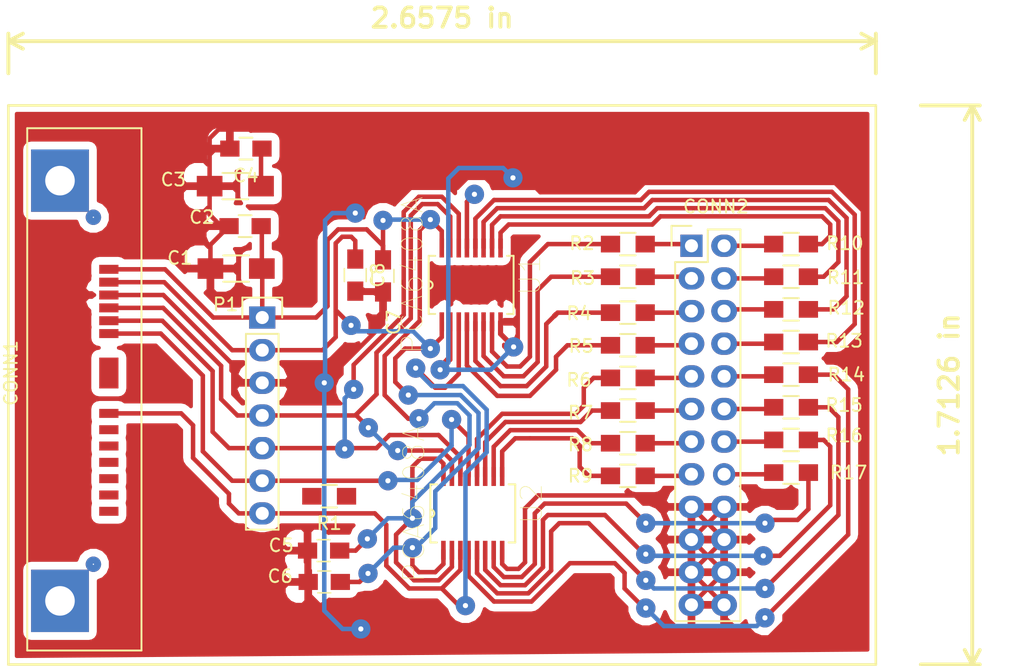
<source format=kicad_pcb>
(kicad_pcb (version 4) (host pcbnew 4.0.5+dfsg1-4~bpo8+1)

  (general
    (links 81)
    (no_connects 4)
    (area 0 0 0 0)
    (thickness 1.6)
    (drawings 6)
    (tracks 493)
    (zones 0)
    (modules 30)
    (nets 40)
  )

  (page A4)
  (layers
    (0 F.Cu signal)
    (31 B.Cu signal)
    (32 B.Adhes user)
    (33 F.Adhes user)
    (34 B.Paste user)
    (35 F.Paste user)
    (36 B.SilkS user)
    (37 F.SilkS user)
    (38 B.Mask user)
    (39 F.Mask user)
    (40 Dwgs.User user)
    (41 Cmts.User user)
    (42 Eco1.User user)
    (43 Eco2.User user)
    (44 Edge.Cuts user)
    (45 Margin user)
    (46 B.CrtYd user)
    (47 F.CrtYd user)
    (48 B.Fab user)
    (49 F.Fab user)
  )

  (setup
    (last_trace_width 0.25)
    (user_trace_width 0.3)
    (user_trace_width 0.325)
    (user_trace_width 0.35)
    (user_trace_width 0.4)
    (trace_clearance 0.2)
    (zone_clearance 0.6)
    (zone_45_only yes)
    (trace_min 0.2)
    (segment_width 0.2)
    (edge_width 0.15)
    (via_size 0.6)
    (via_drill 0.4)
    (via_min_size 0.4)
    (via_min_drill 0.3)
    (user_via 1.5 0.4)
    (uvia_size 0.3)
    (uvia_drill 0.1)
    (uvias_allowed no)
    (uvia_min_size 0.2)
    (uvia_min_drill 0.1)
    (pcb_text_width 0.3)
    (pcb_text_size 1.5 1.5)
    (mod_edge_width 0.15)
    (mod_text_size 1 1)
    (mod_text_width 0.15)
    (pad_size 1.524 1.524)
    (pad_drill 0.762)
    (pad_to_mask_clearance 0.2)
    (aux_axis_origin 0 0)
    (visible_elements 7FFFFFFF)
    (pcbplotparams
      (layerselection 0x00030_80000001)
      (usegerberextensions false)
      (excludeedgelayer true)
      (linewidth 0.100000)
      (plotframeref false)
      (viasonmask false)
      (mode 1)
      (useauxorigin false)
      (hpglpennumber 1)
      (hpglpenspeed 20)
      (hpglpendiameter 15)
      (hpglpenoverlay 2)
      (psnegative false)
      (psa4output false)
      (plotreference true)
      (plotvalue true)
      (plotinvisibletext false)
      (padsonsilk false)
      (subtractmaskfromsilk false)
      (outputformat 1)
      (mirror false)
      (drillshape 0)
      (scaleselection 1)
      (outputdirectory "/home/jarias/Escritorio/Pasantia/Desarrollo/Hardware /Cendit11713-v2/GpibPortExpanderPCA6408A/"))
  )

  (net 0 "")
  (net 1 +5V)
  (net 2 GNDD)
  (net 3 +3V3)
  (net 4 /D0)
  (net 5 /D1)
  (net 6 /D2)
  (net 7 /D3)
  (net 8 /D4)
  (net 9 /D5)
  (net 10 /D6)
  (net 11 /D7)
  (net 12 /NRFD)
  (net 13 /NDAC)
  (net 14 /DAV)
  (net 15 /ATN)
  (net 16 /IFC)
  (net 17 /REN)
  (net 18 /SRQ)
  (net 19 /EOI)
  (net 20 //RESET)
  (net 21 //INT)
  (net 22 /SCL)
  (net 23 /SDA)
  (net 24 /PD0)
  (net 25 /PD1)
  (net 26 /PD2)
  (net 27 /PD3)
  (net 28 /PD4)
  (net 29 /PD5)
  (net 30 /PD6)
  (net 31 /PD7)
  (net 32 /PNRFD)
  (net 33 /PNDAC)
  (net 34 /PDAV)
  (net 35 /PATN)
  (net 36 /PIFC)
  (net 37 /PREN)
  (net 38 /PSRQ)
  (net 39 /PEOI)

  (net_class Default "Esta es la clase de red por defecto."
    (clearance 0.2)
    (trace_width 0.25)
    (via_dia 0.6)
    (via_drill 0.4)
    (uvia_dia 0.3)
    (uvia_drill 0.1)
    (add_net +3V3)
    (add_net +5V)
    (add_net //INT)
    (add_net //RESET)
    (add_net /ATN)
    (add_net /D0)
    (add_net /D1)
    (add_net /D2)
    (add_net /D3)
    (add_net /D4)
    (add_net /D5)
    (add_net /D6)
    (add_net /D7)
    (add_net /DAV)
    (add_net /EOI)
    (add_net /IFC)
    (add_net /NDAC)
    (add_net /NRFD)
    (add_net /PATN)
    (add_net /PD0)
    (add_net /PD1)
    (add_net /PD2)
    (add_net /PD3)
    (add_net /PD4)
    (add_net /PD5)
    (add_net /PD6)
    (add_net /PD7)
    (add_net /PDAV)
    (add_net /PEOI)
    (add_net /PIFC)
    (add_net /PNDAC)
    (add_net /PNRFD)
    (add_net /PREN)
    (add_net /PSRQ)
    (add_net /REN)
    (add_net /SCL)
    (add_net /SDA)
    (add_net /SRQ)
    (add_net GNDD)
  )

  (module Capacitors_SMD:C_1206_HandSoldering (layer F.Cu) (tedit 59EA1244) (tstamp 59E936A3)
    (at 125.222 91.694 180)
    (descr "Capacitor SMD 1206, hand soldering")
    (tags "capacitor 1206")
    (path /59DC1CF2)
    (attr smd)
    (fp_text reference C1 (at 4.3815 0.8255 180) (layer F.SilkS)
      (effects (font (size 1 1) (thickness 0.15)))
    )
    (fp_text value 1uF (at 4.826 -0.889 180) (layer F.Fab)
      (effects (font (size 1 1) (thickness 0.15)))
    )
    (fp_line (start -1.6 0.8) (end -1.6 -0.8) (layer F.Fab) (width 0.15))
    (fp_line (start 1.6 0.8) (end -1.6 0.8) (layer F.Fab) (width 0.15))
    (fp_line (start 1.6 -0.8) (end 1.6 0.8) (layer F.Fab) (width 0.15))
    (fp_line (start -1.6 -0.8) (end 1.6 -0.8) (layer F.Fab) (width 0.15))
    (fp_line (start -3.3 -1.15) (end 3.3 -1.15) (layer F.CrtYd) (width 0.05))
    (fp_line (start -3.3 1.15) (end 3.3 1.15) (layer F.CrtYd) (width 0.05))
    (fp_line (start -3.3 -1.15) (end -3.3 1.15) (layer F.CrtYd) (width 0.05))
    (fp_line (start 3.3 -1.15) (end 3.3 1.15) (layer F.CrtYd) (width 0.05))
    (fp_line (start 1 -1.025) (end -1 -1.025) (layer F.SilkS) (width 0.15))
    (fp_line (start -1 1.025) (end 1 1.025) (layer F.SilkS) (width 0.15))
    (pad 1 smd rect (at -2 0 180) (size 2 1.6) (layers F.Cu F.Paste F.Mask)
      (net 1 +5V))
    (pad 2 smd rect (at 2 0 180) (size 2 1.6) (layers F.Cu F.Paste F.Mask)
      (net 2 GNDD))
    (model Capacitors_SMD.3dshapes/C_1206_HandSoldering.wrl
      (at (xyz 0 0 0))
      (scale (xyz 1 1 1))
      (rotate (xyz 0 0 0))
    )
  )

  (module Capacitors_SMD:C_0805_HandSoldering (layer F.Cu) (tedit 59EA1240) (tstamp 59E936A9)
    (at 125.9205 88.392 180)
    (descr "Capacitor SMD 0805, hand soldering")
    (tags "capacitor 0805")
    (path /59DC1D57)
    (attr smd)
    (fp_text reference C2 (at 3.3655 0.6985 180) (layer F.SilkS)
      (effects (font (size 1 1) (thickness 0.15)))
    )
    (fp_text value 0.1uF (at 4.6355 -0.6985 180) (layer F.Fab)
      (effects (font (size 1 1) (thickness 0.15)))
    )
    (fp_line (start -1 0.625) (end -1 -0.625) (layer F.Fab) (width 0.15))
    (fp_line (start 1 0.625) (end -1 0.625) (layer F.Fab) (width 0.15))
    (fp_line (start 1 -0.625) (end 1 0.625) (layer F.Fab) (width 0.15))
    (fp_line (start -1 -0.625) (end 1 -0.625) (layer F.Fab) (width 0.15))
    (fp_line (start -2.3 -1) (end 2.3 -1) (layer F.CrtYd) (width 0.05))
    (fp_line (start -2.3 1) (end 2.3 1) (layer F.CrtYd) (width 0.05))
    (fp_line (start -2.3 -1) (end -2.3 1) (layer F.CrtYd) (width 0.05))
    (fp_line (start 2.3 -1) (end 2.3 1) (layer F.CrtYd) (width 0.05))
    (fp_line (start 0.5 -0.85) (end -0.5 -0.85) (layer F.SilkS) (width 0.15))
    (fp_line (start -0.5 0.85) (end 0.5 0.85) (layer F.SilkS) (width 0.15))
    (pad 1 smd rect (at -1.25 0 180) (size 1.5 1.25) (layers F.Cu F.Paste F.Mask)
      (net 1 +5V))
    (pad 2 smd rect (at 1.25 0 180) (size 1.5 1.25) (layers F.Cu F.Paste F.Mask)
      (net 2 GNDD))
    (model Capacitors_SMD.3dshapes/C_0805_HandSoldering.wrl
      (at (xyz 0 0 0))
      (scale (xyz 1 1 1))
      (rotate (xyz 0 0 0))
    )
  )

  (module Capacitors_SMD:C_1206_HandSoldering (layer F.Cu) (tedit 59EA1258) (tstamp 59E936AF)
    (at 125.1585 85.2805 180)
    (descr "Capacitor SMD 1206, hand soldering")
    (tags "capacitor 1206")
    (path /59DC1C12)
    (attr smd)
    (fp_text reference C3 (at 4.826 0.508 180) (layer F.SilkS)
      (effects (font (size 1 1) (thickness 0.15)))
    )
    (fp_text value 1uF (at 4.953 -0.9525 180) (layer F.Fab)
      (effects (font (size 1 1) (thickness 0.15)))
    )
    (fp_line (start -1.6 0.8) (end -1.6 -0.8) (layer F.Fab) (width 0.15))
    (fp_line (start 1.6 0.8) (end -1.6 0.8) (layer F.Fab) (width 0.15))
    (fp_line (start 1.6 -0.8) (end 1.6 0.8) (layer F.Fab) (width 0.15))
    (fp_line (start -1.6 -0.8) (end 1.6 -0.8) (layer F.Fab) (width 0.15))
    (fp_line (start -3.3 -1.15) (end 3.3 -1.15) (layer F.CrtYd) (width 0.05))
    (fp_line (start -3.3 1.15) (end 3.3 1.15) (layer F.CrtYd) (width 0.05))
    (fp_line (start -3.3 -1.15) (end -3.3 1.15) (layer F.CrtYd) (width 0.05))
    (fp_line (start 3.3 -1.15) (end 3.3 1.15) (layer F.CrtYd) (width 0.05))
    (fp_line (start 1 -1.025) (end -1 -1.025) (layer F.SilkS) (width 0.15))
    (fp_line (start -1 1.025) (end 1 1.025) (layer F.SilkS) (width 0.15))
    (pad 1 smd rect (at -2 0 180) (size 2 1.6) (layers F.Cu F.Paste F.Mask)
      (net 3 +3V3))
    (pad 2 smd rect (at 2 0 180) (size 2 1.6) (layers F.Cu F.Paste F.Mask)
      (net 2 GNDD))
    (model Capacitors_SMD.3dshapes/C_1206_HandSoldering.wrl
      (at (xyz 0 0 0))
      (scale (xyz 1 1 1))
      (rotate (xyz 0 0 0))
    )
  )

  (module Capacitors_SMD:C_0805_HandSoldering (layer F.Cu) (tedit 541A9B8D) (tstamp 59E936B5)
    (at 125.984 82.3595 180)
    (descr "Capacitor SMD 0805, hand soldering")
    (tags "capacitor 0805")
    (path /59DC1B1B)
    (attr smd)
    (fp_text reference C4 (at 0 -2.1 180) (layer F.SilkS)
      (effects (font (size 1 1) (thickness 0.15)))
    )
    (fp_text value 0.1uF (at 0 2.1 180) (layer F.Fab)
      (effects (font (size 1 1) (thickness 0.15)))
    )
    (fp_line (start -1 0.625) (end -1 -0.625) (layer F.Fab) (width 0.15))
    (fp_line (start 1 0.625) (end -1 0.625) (layer F.Fab) (width 0.15))
    (fp_line (start 1 -0.625) (end 1 0.625) (layer F.Fab) (width 0.15))
    (fp_line (start -1 -0.625) (end 1 -0.625) (layer F.Fab) (width 0.15))
    (fp_line (start -2.3 -1) (end 2.3 -1) (layer F.CrtYd) (width 0.05))
    (fp_line (start -2.3 1) (end 2.3 1) (layer F.CrtYd) (width 0.05))
    (fp_line (start -2.3 -1) (end -2.3 1) (layer F.CrtYd) (width 0.05))
    (fp_line (start 2.3 -1) (end 2.3 1) (layer F.CrtYd) (width 0.05))
    (fp_line (start 0.5 -0.85) (end -0.5 -0.85) (layer F.SilkS) (width 0.15))
    (fp_line (start -0.5 0.85) (end 0.5 0.85) (layer F.SilkS) (width 0.15))
    (pad 1 smd rect (at -1.25 0 180) (size 1.5 1.25) (layers F.Cu F.Paste F.Mask)
      (net 3 +3V3))
    (pad 2 smd rect (at 1.25 0 180) (size 1.5 1.25) (layers F.Cu F.Paste F.Mask)
      (net 2 GNDD))
    (model Capacitors_SMD.3dshapes/C_0805_HandSoldering.wrl
      (at (xyz 0 0 0))
      (scale (xyz 1 1 1))
      (rotate (xyz 0 0 0))
    )
  )

  (module Pin_Headers:Pin_Header_Straight_1x07 (layer F.Cu) (tedit 59EA124A) (tstamp 59E9375E)
    (at 127.254 95.504)
    (descr "Through hole pin header")
    (tags "pin header")
    (path /59DDCB6B)
    (fp_text reference P1 (at -2.8575 -1.016) (layer F.SilkS)
      (effects (font (size 1 1) (thickness 0.15)))
    )
    (fp_text value CONN_01X07 (at 2.6035 7.1755 90) (layer F.Fab)
      (effects (font (size 1 1) (thickness 0.15)))
    )
    (fp_line (start -1.75 -1.75) (end -1.75 17) (layer F.CrtYd) (width 0.05))
    (fp_line (start 1.75 -1.75) (end 1.75 17) (layer F.CrtYd) (width 0.05))
    (fp_line (start -1.75 -1.75) (end 1.75 -1.75) (layer F.CrtYd) (width 0.05))
    (fp_line (start -1.75 17) (end 1.75 17) (layer F.CrtYd) (width 0.05))
    (fp_line (start 1.27 1.27) (end 1.27 16.51) (layer F.SilkS) (width 0.15))
    (fp_line (start 1.27 16.51) (end -1.27 16.51) (layer F.SilkS) (width 0.15))
    (fp_line (start -1.27 16.51) (end -1.27 1.27) (layer F.SilkS) (width 0.15))
    (fp_line (start 1.55 -1.55) (end 1.55 0) (layer F.SilkS) (width 0.15))
    (fp_line (start 1.27 1.27) (end -1.27 1.27) (layer F.SilkS) (width 0.15))
    (fp_line (start -1.55 0) (end -1.55 -1.55) (layer F.SilkS) (width 0.15))
    (fp_line (start -1.55 -1.55) (end 1.55 -1.55) (layer F.SilkS) (width 0.15))
    (pad 1 thru_hole rect (at 0 0) (size 2.032 1.7272) (drill 1.016) (layers *.Cu *.Mask)
      (net 1 +5V))
    (pad 2 thru_hole oval (at 0 2.54) (size 2.032 1.7272) (drill 1.016) (layers *.Cu *.Mask)
      (net 3 +3V3))
    (pad 3 thru_hole oval (at 0 5.08) (size 2.032 1.7272) (drill 1.016) (layers *.Cu *.Mask)
      (net 2 GNDD))
    (pad 4 thru_hole oval (at 0 7.62) (size 2.032 1.7272) (drill 1.016) (layers *.Cu *.Mask)
      (net 23 /SDA))
    (pad 5 thru_hole oval (at 0 10.16) (size 2.032 1.7272) (drill 1.016) (layers *.Cu *.Mask)
      (net 22 /SCL))
    (pad 6 thru_hole oval (at 0 12.7) (size 2.032 1.7272) (drill 1.016) (layers *.Cu *.Mask)
      (net 21 //INT))
    (pad 7 thru_hole oval (at 0 15.24) (size 2.032 1.7272) (drill 1.016) (layers *.Cu *.Mask)
      (net 20 //RESET))
    (model Pin_Headers.3dshapes/Pin_Header_Straight_1x07.wrl
      (at (xyz 0 -0.3 0))
      (scale (xyz 1 1 1))
      (rotate (xyz 0 0 90))
    )
  )

  (module Resistors_SMD:R_0805_HandSoldering (layer F.Cu) (tedit 58307B90) (tstamp 59E93764)
    (at 132.461 109.4105 180)
    (descr "Resistor SMD 0805, hand soldering")
    (tags "resistor 0805")
    (path /59DCEB1C)
    (attr smd)
    (fp_text reference R1 (at 0 -2.1 180) (layer F.SilkS)
      (effects (font (size 1 1) (thickness 0.15)))
    )
    (fp_text value R (at 0 2.1 180) (layer F.Fab)
      (effects (font (size 1 1) (thickness 0.15)))
    )
    (fp_line (start -1 0.625) (end -1 -0.625) (layer F.Fab) (width 0.1))
    (fp_line (start 1 0.625) (end -1 0.625) (layer F.Fab) (width 0.1))
    (fp_line (start 1 -0.625) (end 1 0.625) (layer F.Fab) (width 0.1))
    (fp_line (start -1 -0.625) (end 1 -0.625) (layer F.Fab) (width 0.1))
    (fp_line (start -2.4 -1) (end 2.4 -1) (layer F.CrtYd) (width 0.05))
    (fp_line (start -2.4 1) (end 2.4 1) (layer F.CrtYd) (width 0.05))
    (fp_line (start -2.4 -1) (end -2.4 1) (layer F.CrtYd) (width 0.05))
    (fp_line (start 2.4 -1) (end 2.4 1) (layer F.CrtYd) (width 0.05))
    (fp_line (start 0.6 0.875) (end -0.6 0.875) (layer F.SilkS) (width 0.15))
    (fp_line (start -0.6 -0.875) (end 0.6 -0.875) (layer F.SilkS) (width 0.15))
    (pad 1 smd rect (at -1.35 0 180) (size 1.5 1.3) (layers F.Cu F.Paste F.Mask)
      (net 3 +3V3))
    (pad 2 smd rect (at 1.35 0 180) (size 1.5 1.3) (layers F.Cu F.Paste F.Mask)
      (net 21 //INT))
    (model Resistors_SMD.3dshapes/R_0805_HandSoldering.wrl
      (at (xyz 0 0 0))
      (scale (xyz 1 1 1))
      (rotate (xyz 0 0 0))
    )
  )

  (module Resistors_SMD:R_0805_HandSoldering (layer F.Cu) (tedit 59E93C47) (tstamp 59E9376A)
    (at 155.702 89.789 180)
    (descr "Resistor SMD 0805, hand soldering")
    (tags "resistor 0805")
    (path /59D98F8E)
    (attr smd)
    (fp_text reference R2 (at 3.57 0.06 180) (layer F.SilkS)
      (effects (font (size 1 1) (thickness 0.15)))
    )
    (fp_text value RB (at 5.64 0.06 180) (layer F.Fab)
      (effects (font (size 1 1) (thickness 0.15)))
    )
    (fp_line (start -1 0.625) (end -1 -0.625) (layer F.Fab) (width 0.1))
    (fp_line (start 1 0.625) (end -1 0.625) (layer F.Fab) (width 0.1))
    (fp_line (start 1 -0.625) (end 1 0.625) (layer F.Fab) (width 0.1))
    (fp_line (start -1 -0.625) (end 1 -0.625) (layer F.Fab) (width 0.1))
    (fp_line (start -2.4 -1) (end 2.4 -1) (layer F.CrtYd) (width 0.05))
    (fp_line (start -2.4 1) (end 2.4 1) (layer F.CrtYd) (width 0.05))
    (fp_line (start -2.4 -1) (end -2.4 1) (layer F.CrtYd) (width 0.05))
    (fp_line (start 2.4 -1) (end 2.4 1) (layer F.CrtYd) (width 0.05))
    (fp_line (start 0.6 0.875) (end -0.6 0.875) (layer F.SilkS) (width 0.15))
    (fp_line (start -0.6 -0.875) (end 0.6 -0.875) (layer F.SilkS) (width 0.15))
    (pad 1 smd rect (at -1.35 0 180) (size 1.5 1.3) (layers F.Cu F.Paste F.Mask)
      (net 4 /D0))
    (pad 2 smd rect (at 1.35 0 180) (size 1.5 1.3) (layers F.Cu F.Paste F.Mask)
      (net 24 /PD0))
    (model Resistors_SMD.3dshapes/R_0805_HandSoldering.wrl
      (at (xyz 0 0 0))
      (scale (xyz 1 1 1))
      (rotate (xyz 0 0 0))
    )
  )

  (module Resistors_SMD:R_0805_HandSoldering (layer F.Cu) (tedit 59E93C41) (tstamp 59E93770)
    (at 155.702 92.329 180)
    (descr "Resistor SMD 0805, hand soldering")
    (tags "resistor 0805")
    (path /59D98F77)
    (attr smd)
    (fp_text reference R3 (at 3.52 -0.11 180) (layer F.SilkS)
      (effects (font (size 1 1) (thickness 0.15)))
    )
    (fp_text value RB (at 5.7 -0.11 180) (layer F.Fab)
      (effects (font (size 1 1) (thickness 0.15)))
    )
    (fp_line (start -1 0.625) (end -1 -0.625) (layer F.Fab) (width 0.1))
    (fp_line (start 1 0.625) (end -1 0.625) (layer F.Fab) (width 0.1))
    (fp_line (start 1 -0.625) (end 1 0.625) (layer F.Fab) (width 0.1))
    (fp_line (start -1 -0.625) (end 1 -0.625) (layer F.Fab) (width 0.1))
    (fp_line (start -2.4 -1) (end 2.4 -1) (layer F.CrtYd) (width 0.05))
    (fp_line (start -2.4 1) (end 2.4 1) (layer F.CrtYd) (width 0.05))
    (fp_line (start -2.4 -1) (end -2.4 1) (layer F.CrtYd) (width 0.05))
    (fp_line (start 2.4 -1) (end 2.4 1) (layer F.CrtYd) (width 0.05))
    (fp_line (start 0.6 0.875) (end -0.6 0.875) (layer F.SilkS) (width 0.15))
    (fp_line (start -0.6 -0.875) (end 0.6 -0.875) (layer F.SilkS) (width 0.15))
    (pad 1 smd rect (at -1.35 0 180) (size 1.5 1.3) (layers F.Cu F.Paste F.Mask)
      (net 5 /D1))
    (pad 2 smd rect (at 1.35 0 180) (size 1.5 1.3) (layers F.Cu F.Paste F.Mask)
      (net 25 /PD1))
    (model Resistors_SMD.3dshapes/R_0805_HandSoldering.wrl
      (at (xyz 0 0 0))
      (scale (xyz 1 1 1))
      (rotate (xyz 0 0 0))
    )
  )

  (module Resistors_SMD:R_0805_HandSoldering (layer F.Cu) (tedit 59E93C69) (tstamp 59E93776)
    (at 155.702 95.123 180)
    (descr "Resistor SMD 0805, hand soldering")
    (tags "resistor 0805")
    (path /59D98F60)
    (attr smd)
    (fp_text reference R4 (at 3.8 -0.06 180) (layer F.SilkS)
      (effects (font (size 1 1) (thickness 0.15)))
    )
    (fp_text value RB (at 6.04 -0.06 180) (layer F.Fab)
      (effects (font (size 1 1) (thickness 0.15)))
    )
    (fp_line (start -1 0.625) (end -1 -0.625) (layer F.Fab) (width 0.1))
    (fp_line (start 1 0.625) (end -1 0.625) (layer F.Fab) (width 0.1))
    (fp_line (start 1 -0.625) (end 1 0.625) (layer F.Fab) (width 0.1))
    (fp_line (start -1 -0.625) (end 1 -0.625) (layer F.Fab) (width 0.1))
    (fp_line (start -2.4 -1) (end 2.4 -1) (layer F.CrtYd) (width 0.05))
    (fp_line (start -2.4 1) (end 2.4 1) (layer F.CrtYd) (width 0.05))
    (fp_line (start -2.4 -1) (end -2.4 1) (layer F.CrtYd) (width 0.05))
    (fp_line (start 2.4 -1) (end 2.4 1) (layer F.CrtYd) (width 0.05))
    (fp_line (start 0.6 0.875) (end -0.6 0.875) (layer F.SilkS) (width 0.15))
    (fp_line (start -0.6 -0.875) (end 0.6 -0.875) (layer F.SilkS) (width 0.15))
    (pad 1 smd rect (at -1.35 0 180) (size 1.5 1.3) (layers F.Cu F.Paste F.Mask)
      (net 6 /D2))
    (pad 2 smd rect (at 1.35 0 180) (size 1.5 1.3) (layers F.Cu F.Paste F.Mask)
      (net 26 /PD2))
    (model Resistors_SMD.3dshapes/R_0805_HandSoldering.wrl
      (at (xyz 0 0 0))
      (scale (xyz 1 1 1))
      (rotate (xyz 0 0 0))
    )
  )

  (module Resistors_SMD:R_0805_HandSoldering (layer F.Cu) (tedit 59E93C82) (tstamp 59E9377C)
    (at 155.702 97.663 180)
    (descr "Resistor SMD 0805, hand soldering")
    (tags "resistor 0805")
    (path /59D98DB4)
    (attr smd)
    (fp_text reference R5 (at 3.63 -0.06 180) (layer F.SilkS)
      (effects (font (size 1 1) (thickness 0.15)))
    )
    (fp_text value RB (at 6.03 0 180) (layer F.Fab)
      (effects (font (size 1 1) (thickness 0.15)))
    )
    (fp_line (start -1 0.625) (end -1 -0.625) (layer F.Fab) (width 0.1))
    (fp_line (start 1 0.625) (end -1 0.625) (layer F.Fab) (width 0.1))
    (fp_line (start 1 -0.625) (end 1 0.625) (layer F.Fab) (width 0.1))
    (fp_line (start -1 -0.625) (end 1 -0.625) (layer F.Fab) (width 0.1))
    (fp_line (start -2.4 -1) (end 2.4 -1) (layer F.CrtYd) (width 0.05))
    (fp_line (start -2.4 1) (end 2.4 1) (layer F.CrtYd) (width 0.05))
    (fp_line (start -2.4 -1) (end -2.4 1) (layer F.CrtYd) (width 0.05))
    (fp_line (start 2.4 -1) (end 2.4 1) (layer F.CrtYd) (width 0.05))
    (fp_line (start 0.6 0.875) (end -0.6 0.875) (layer F.SilkS) (width 0.15))
    (fp_line (start -0.6 -0.875) (end 0.6 -0.875) (layer F.SilkS) (width 0.15))
    (pad 1 smd rect (at -1.35 0 180) (size 1.5 1.3) (layers F.Cu F.Paste F.Mask)
      (net 7 /D3))
    (pad 2 smd rect (at 1.35 0 180) (size 1.5 1.3) (layers F.Cu F.Paste F.Mask)
      (net 27 /PD3))
    (model Resistors_SMD.3dshapes/R_0805_HandSoldering.wrl
      (at (xyz 0 0 0))
      (scale (xyz 1 1 1))
      (rotate (xyz 0 0 0))
    )
  )

  (module Resistors_SMD:R_0805_HandSoldering (layer F.Cu) (tedit 59E93C95) (tstamp 59E93782)
    (at 155.702 100.203 180)
    (descr "Resistor SMD 0805, hand soldering")
    (tags "resistor 0805")
    (path /59D98B9F)
    (attr smd)
    (fp_text reference R6 (at 3.8 -0.16 180) (layer F.SilkS)
      (effects (font (size 1 1) (thickness 0.15)))
    )
    (fp_text value RB (at 6.15 -0.05 180) (layer F.Fab)
      (effects (font (size 1 1) (thickness 0.15)))
    )
    (fp_line (start -1 0.625) (end -1 -0.625) (layer F.Fab) (width 0.1))
    (fp_line (start 1 0.625) (end -1 0.625) (layer F.Fab) (width 0.1))
    (fp_line (start 1 -0.625) (end 1 0.625) (layer F.Fab) (width 0.1))
    (fp_line (start -1 -0.625) (end 1 -0.625) (layer F.Fab) (width 0.1))
    (fp_line (start -2.4 -1) (end 2.4 -1) (layer F.CrtYd) (width 0.05))
    (fp_line (start -2.4 1) (end 2.4 1) (layer F.CrtYd) (width 0.05))
    (fp_line (start -2.4 -1) (end -2.4 1) (layer F.CrtYd) (width 0.05))
    (fp_line (start 2.4 -1) (end 2.4 1) (layer F.CrtYd) (width 0.05))
    (fp_line (start 0.6 0.875) (end -0.6 0.875) (layer F.SilkS) (width 0.15))
    (fp_line (start -0.6 -0.875) (end 0.6 -0.875) (layer F.SilkS) (width 0.15))
    (pad 1 smd rect (at -1.35 0 180) (size 1.5 1.3) (layers F.Cu F.Paste F.Mask)
      (net 8 /D4))
    (pad 2 smd rect (at 1.35 0 180) (size 1.5 1.3) (layers F.Cu F.Paste F.Mask)
      (net 28 /PD4))
    (model Resistors_SMD.3dshapes/R_0805_HandSoldering.wrl
      (at (xyz 0 0 0))
      (scale (xyz 1 1 1))
      (rotate (xyz 0 0 0))
    )
  )

  (module Resistors_SMD:R_0805_HandSoldering (layer F.Cu) (tedit 59E93CA9) (tstamp 59E93788)
    (at 155.702 102.743 180)
    (descr "Resistor SMD 0805, hand soldering")
    (tags "resistor 0805")
    (path /59D98F49)
    (attr smd)
    (fp_text reference R7 (at 3.68 -0.17 180) (layer F.SilkS)
      (effects (font (size 1 1) (thickness 0.15)))
    )
    (fp_text value RB (at 6.25 -0.17 180) (layer F.Fab)
      (effects (font (size 1 1) (thickness 0.15)))
    )
    (fp_line (start -1 0.625) (end -1 -0.625) (layer F.Fab) (width 0.1))
    (fp_line (start 1 0.625) (end -1 0.625) (layer F.Fab) (width 0.1))
    (fp_line (start 1 -0.625) (end 1 0.625) (layer F.Fab) (width 0.1))
    (fp_line (start -1 -0.625) (end 1 -0.625) (layer F.Fab) (width 0.1))
    (fp_line (start -2.4 -1) (end 2.4 -1) (layer F.CrtYd) (width 0.05))
    (fp_line (start -2.4 1) (end 2.4 1) (layer F.CrtYd) (width 0.05))
    (fp_line (start -2.4 -1) (end -2.4 1) (layer F.CrtYd) (width 0.05))
    (fp_line (start 2.4 -1) (end 2.4 1) (layer F.CrtYd) (width 0.05))
    (fp_line (start 0.6 0.875) (end -0.6 0.875) (layer F.SilkS) (width 0.15))
    (fp_line (start -0.6 -0.875) (end 0.6 -0.875) (layer F.SilkS) (width 0.15))
    (pad 1 smd rect (at -1.35 0 180) (size 1.5 1.3) (layers F.Cu F.Paste F.Mask)
      (net 9 /D5))
    (pad 2 smd rect (at 1.35 0 180) (size 1.5 1.3) (layers F.Cu F.Paste F.Mask)
      (net 29 /PD5))
    (model Resistors_SMD.3dshapes/R_0805_HandSoldering.wrl
      (at (xyz 0 0 0))
      (scale (xyz 1 1 1))
      (rotate (xyz 0 0 0))
    )
  )

  (module Resistors_SMD:R_0805_HandSoldering (layer F.Cu) (tedit 59E93CBE) (tstamp 59E9378E)
    (at 155.702 105.283 180)
    (descr "Resistor SMD 0805, hand soldering")
    (tags "resistor 0805")
    (path /59D98AB8)
    (attr smd)
    (fp_text reference R8 (at 3.69 -0.11 180) (layer F.SilkS)
      (effects (font (size 1 1) (thickness 0.15)))
    )
    (fp_text value RB (at 6.03 -0.05 180) (layer F.Fab)
      (effects (font (size 1 1) (thickness 0.15)))
    )
    (fp_line (start -1 0.625) (end -1 -0.625) (layer F.Fab) (width 0.1))
    (fp_line (start 1 0.625) (end -1 0.625) (layer F.Fab) (width 0.1))
    (fp_line (start 1 -0.625) (end 1 0.625) (layer F.Fab) (width 0.1))
    (fp_line (start -1 -0.625) (end 1 -0.625) (layer F.Fab) (width 0.1))
    (fp_line (start -2.4 -1) (end 2.4 -1) (layer F.CrtYd) (width 0.05))
    (fp_line (start -2.4 1) (end 2.4 1) (layer F.CrtYd) (width 0.05))
    (fp_line (start -2.4 -1) (end -2.4 1) (layer F.CrtYd) (width 0.05))
    (fp_line (start 2.4 -1) (end 2.4 1) (layer F.CrtYd) (width 0.05))
    (fp_line (start 0.6 0.875) (end -0.6 0.875) (layer F.SilkS) (width 0.15))
    (fp_line (start -0.6 -0.875) (end 0.6 -0.875) (layer F.SilkS) (width 0.15))
    (pad 1 smd rect (at -1.35 0 180) (size 1.5 1.3) (layers F.Cu F.Paste F.Mask)
      (net 10 /D6))
    (pad 2 smd rect (at 1.35 0 180) (size 1.5 1.3) (layers F.Cu F.Paste F.Mask)
      (net 30 /PD6))
    (model Resistors_SMD.3dshapes/R_0805_HandSoldering.wrl
      (at (xyz 0 0 0))
      (scale (xyz 1 1 1))
      (rotate (xyz 0 0 0))
    )
  )

  (module Resistors_SMD:R_0805_HandSoldering (layer F.Cu) (tedit 59E93CCC) (tstamp 59E93794)
    (at 155.702 107.823 180)
    (descr "Resistor SMD 0805, hand soldering")
    (tags "resistor 0805")
    (path /59D98444)
    (attr smd)
    (fp_text reference R9 (at 3.69 0 180) (layer F.SilkS)
      (effects (font (size 1 1) (thickness 0.15)))
    )
    (fp_text value RB (at 5.87 0.17 180) (layer F.Fab)
      (effects (font (size 1 1) (thickness 0.15)))
    )
    (fp_line (start -1 0.625) (end -1 -0.625) (layer F.Fab) (width 0.1))
    (fp_line (start 1 0.625) (end -1 0.625) (layer F.Fab) (width 0.1))
    (fp_line (start 1 -0.625) (end 1 0.625) (layer F.Fab) (width 0.1))
    (fp_line (start -1 -0.625) (end 1 -0.625) (layer F.Fab) (width 0.1))
    (fp_line (start -2.4 -1) (end 2.4 -1) (layer F.CrtYd) (width 0.05))
    (fp_line (start -2.4 1) (end 2.4 1) (layer F.CrtYd) (width 0.05))
    (fp_line (start -2.4 -1) (end -2.4 1) (layer F.CrtYd) (width 0.05))
    (fp_line (start 2.4 -1) (end 2.4 1) (layer F.CrtYd) (width 0.05))
    (fp_line (start 0.6 0.875) (end -0.6 0.875) (layer F.SilkS) (width 0.15))
    (fp_line (start -0.6 -0.875) (end 0.6 -0.875) (layer F.SilkS) (width 0.15))
    (pad 1 smd rect (at -1.35 0 180) (size 1.5 1.3) (layers F.Cu F.Paste F.Mask)
      (net 11 /D7))
    (pad 2 smd rect (at 1.35 0 180) (size 1.5 1.3) (layers F.Cu F.Paste F.Mask)
      (net 31 /PD7))
    (model Resistors_SMD.3dshapes/R_0805_HandSoldering.wrl
      (at (xyz 0 0 0))
      (scale (xyz 1 1 1))
      (rotate (xyz 0 0 0))
    )
  )

  (module Resistors_SMD:R_0805_HandSoldering (layer F.Cu) (tedit 59E93D80) (tstamp 59E9379A)
    (at 168.402 89.789)
    (descr "Resistor SMD 0805, hand soldering")
    (tags "resistor 0805")
    (path /59DA9A42)
    (attr smd)
    (fp_text reference R10 (at 4.19 -0.06) (layer F.SilkS)
      (effects (font (size 1 1) (thickness 0.15)))
    )
    (fp_text value RB (at 6.98 -0.06) (layer F.Fab)
      (effects (font (size 1 1) (thickness 0.15)))
    )
    (fp_line (start -1 0.625) (end -1 -0.625) (layer F.Fab) (width 0.1))
    (fp_line (start 1 0.625) (end -1 0.625) (layer F.Fab) (width 0.1))
    (fp_line (start 1 -0.625) (end 1 0.625) (layer F.Fab) (width 0.1))
    (fp_line (start -1 -0.625) (end 1 -0.625) (layer F.Fab) (width 0.1))
    (fp_line (start -2.4 -1) (end 2.4 -1) (layer F.CrtYd) (width 0.05))
    (fp_line (start -2.4 1) (end 2.4 1) (layer F.CrtYd) (width 0.05))
    (fp_line (start -2.4 -1) (end -2.4 1) (layer F.CrtYd) (width 0.05))
    (fp_line (start 2.4 -1) (end 2.4 1) (layer F.CrtYd) (width 0.05))
    (fp_line (start 0.6 0.875) (end -0.6 0.875) (layer F.SilkS) (width 0.15))
    (fp_line (start -0.6 -0.875) (end 0.6 -0.875) (layer F.SilkS) (width 0.15))
    (pad 1 smd rect (at -1.35 0) (size 1.5 1.3) (layers F.Cu F.Paste F.Mask)
      (net 12 /NRFD))
    (pad 2 smd rect (at 1.35 0) (size 1.5 1.3) (layers F.Cu F.Paste F.Mask)
      (net 32 /PNRFD))
    (model Resistors_SMD.3dshapes/R_0805_HandSoldering.wrl
      (at (xyz 0 0 0))
      (scale (xyz 1 1 1))
      (rotate (xyz 0 0 0))
    )
  )

  (module Resistors_SMD:R_0805_HandSoldering (layer F.Cu) (tedit 59E93D8B) (tstamp 59E937A0)
    (at 168.402 92.329)
    (descr "Resistor SMD 0805, hand soldering")
    (tags "resistor 0805")
    (path /59DA9A3B)
    (attr smd)
    (fp_text reference R11 (at 4.24 0.05) (layer F.SilkS)
      (effects (font (size 1 1) (thickness 0.15)))
    )
    (fp_text value RB (at 7.32 0.17) (layer F.Fab)
      (effects (font (size 1 1) (thickness 0.15)))
    )
    (fp_line (start -1 0.625) (end -1 -0.625) (layer F.Fab) (width 0.1))
    (fp_line (start 1 0.625) (end -1 0.625) (layer F.Fab) (width 0.1))
    (fp_line (start 1 -0.625) (end 1 0.625) (layer F.Fab) (width 0.1))
    (fp_line (start -1 -0.625) (end 1 -0.625) (layer F.Fab) (width 0.1))
    (fp_line (start -2.4 -1) (end 2.4 -1) (layer F.CrtYd) (width 0.05))
    (fp_line (start -2.4 1) (end 2.4 1) (layer F.CrtYd) (width 0.05))
    (fp_line (start -2.4 -1) (end -2.4 1) (layer F.CrtYd) (width 0.05))
    (fp_line (start 2.4 -1) (end 2.4 1) (layer F.CrtYd) (width 0.05))
    (fp_line (start 0.6 0.875) (end -0.6 0.875) (layer F.SilkS) (width 0.15))
    (fp_line (start -0.6 -0.875) (end 0.6 -0.875) (layer F.SilkS) (width 0.15))
    (pad 1 smd rect (at -1.35 0) (size 1.5 1.3) (layers F.Cu F.Paste F.Mask)
      (net 13 /NDAC))
    (pad 2 smd rect (at 1.35 0) (size 1.5 1.3) (layers F.Cu F.Paste F.Mask)
      (net 33 /PNDAC))
    (model Resistors_SMD.3dshapes/R_0805_HandSoldering.wrl
      (at (xyz 0 0 0))
      (scale (xyz 1 1 1))
      (rotate (xyz 0 0 0))
    )
  )

  (module Resistors_SMD:R_0805_HandSoldering (layer F.Cu) (tedit 59E93B05) (tstamp 59E937A6)
    (at 168.402 94.869)
    (descr "Resistor SMD 0805, hand soldering")
    (tags "resistor 0805")
    (path /59DA9A34)
    (attr smd)
    (fp_text reference R12 (at 4.3 -0.12) (layer F.SilkS)
      (effects (font (size 1 1) (thickness 0.15)))
    )
    (fp_text value RB (at 7.2 -0.17) (layer F.Fab)
      (effects (font (size 1 1) (thickness 0.15)))
    )
    (fp_line (start -1 0.625) (end -1 -0.625) (layer F.Fab) (width 0.1))
    (fp_line (start 1 0.625) (end -1 0.625) (layer F.Fab) (width 0.1))
    (fp_line (start 1 -0.625) (end 1 0.625) (layer F.Fab) (width 0.1))
    (fp_line (start -1 -0.625) (end 1 -0.625) (layer F.Fab) (width 0.1))
    (fp_line (start -2.4 -1) (end 2.4 -1) (layer F.CrtYd) (width 0.05))
    (fp_line (start -2.4 1) (end 2.4 1) (layer F.CrtYd) (width 0.05))
    (fp_line (start -2.4 -1) (end -2.4 1) (layer F.CrtYd) (width 0.05))
    (fp_line (start 2.4 -1) (end 2.4 1) (layer F.CrtYd) (width 0.05))
    (fp_line (start 0.6 0.875) (end -0.6 0.875) (layer F.SilkS) (width 0.15))
    (fp_line (start -0.6 -0.875) (end 0.6 -0.875) (layer F.SilkS) (width 0.15))
    (pad 1 smd rect (at -1.35 0) (size 1.5 1.3) (layers F.Cu F.Paste F.Mask)
      (net 14 /DAV))
    (pad 2 smd rect (at 1.35 0) (size 1.5 1.3) (layers F.Cu F.Paste F.Mask)
      (net 34 /PDAV))
    (model Resistors_SMD.3dshapes/R_0805_HandSoldering.wrl
      (at (xyz 0 0 0))
      (scale (xyz 1 1 1))
      (rotate (xyz 0 0 0))
    )
  )

  (module Resistors_SMD:R_0805_HandSoldering (layer F.Cu) (tedit 59E93D92) (tstamp 59E937AC)
    (at 168.402 97.409)
    (descr "Resistor SMD 0805, hand soldering")
    (tags "resistor 0805")
    (path /59DA9A26)
    (attr smd)
    (fp_text reference R13 (at 4.13 -0.09) (layer F.SilkS)
      (effects (font (size 1 1) (thickness 0.15)))
    )
    (fp_text value RB (at 7.1 -0.2) (layer F.Fab)
      (effects (font (size 1 1) (thickness 0.15)))
    )
    (fp_line (start -1 0.625) (end -1 -0.625) (layer F.Fab) (width 0.1))
    (fp_line (start 1 0.625) (end -1 0.625) (layer F.Fab) (width 0.1))
    (fp_line (start 1 -0.625) (end 1 0.625) (layer F.Fab) (width 0.1))
    (fp_line (start -1 -0.625) (end 1 -0.625) (layer F.Fab) (width 0.1))
    (fp_line (start -2.4 -1) (end 2.4 -1) (layer F.CrtYd) (width 0.05))
    (fp_line (start -2.4 1) (end 2.4 1) (layer F.CrtYd) (width 0.05))
    (fp_line (start -2.4 -1) (end -2.4 1) (layer F.CrtYd) (width 0.05))
    (fp_line (start 2.4 -1) (end 2.4 1) (layer F.CrtYd) (width 0.05))
    (fp_line (start 0.6 0.875) (end -0.6 0.875) (layer F.SilkS) (width 0.15))
    (fp_line (start -0.6 -0.875) (end 0.6 -0.875) (layer F.SilkS) (width 0.15))
    (pad 1 smd rect (at -1.35 0) (size 1.5 1.3) (layers F.Cu F.Paste F.Mask)
      (net 15 /ATN))
    (pad 2 smd rect (at 1.35 0) (size 1.5 1.3) (layers F.Cu F.Paste F.Mask)
      (net 35 /PATN))
    (model Resistors_SMD.3dshapes/R_0805_HandSoldering.wrl
      (at (xyz 0 0 0))
      (scale (xyz 1 1 1))
      (rotate (xyz 0 0 0))
    )
  )

  (module Resistors_SMD:R_0805_HandSoldering (layer F.Cu) (tedit 59E93DA0) (tstamp 59E937B2)
    (at 168.402 99.949)
    (descr "Resistor SMD 0805, hand soldering")
    (tags "resistor 0805")
    (path /59DA9A1F)
    (attr smd)
    (fp_text reference R14 (at 4.3 0) (layer F.SilkS)
      (effects (font (size 1 1) (thickness 0.15)))
    )
    (fp_text value RB (at 7.15 0) (layer F.Fab)
      (effects (font (size 1 1) (thickness 0.15)))
    )
    (fp_line (start -1 0.625) (end -1 -0.625) (layer F.Fab) (width 0.1))
    (fp_line (start 1 0.625) (end -1 0.625) (layer F.Fab) (width 0.1))
    (fp_line (start 1 -0.625) (end 1 0.625) (layer F.Fab) (width 0.1))
    (fp_line (start -1 -0.625) (end 1 -0.625) (layer F.Fab) (width 0.1))
    (fp_line (start -2.4 -1) (end 2.4 -1) (layer F.CrtYd) (width 0.05))
    (fp_line (start -2.4 1) (end 2.4 1) (layer F.CrtYd) (width 0.05))
    (fp_line (start -2.4 -1) (end -2.4 1) (layer F.CrtYd) (width 0.05))
    (fp_line (start 2.4 -1) (end 2.4 1) (layer F.CrtYd) (width 0.05))
    (fp_line (start 0.6 0.875) (end -0.6 0.875) (layer F.SilkS) (width 0.15))
    (fp_line (start -0.6 -0.875) (end 0.6 -0.875) (layer F.SilkS) (width 0.15))
    (pad 1 smd rect (at -1.35 0) (size 1.5 1.3) (layers F.Cu F.Paste F.Mask)
      (net 16 /IFC))
    (pad 2 smd rect (at 1.35 0) (size 1.5 1.3) (layers F.Cu F.Paste F.Mask)
      (net 36 /PIFC))
    (model Resistors_SMD.3dshapes/R_0805_HandSoldering.wrl
      (at (xyz 0 0 0))
      (scale (xyz 1 1 1))
      (rotate (xyz 0 0 0))
    )
  )

  (module Resistors_SMD:R_0805_HandSoldering (layer F.Cu) (tedit 59E93DA5) (tstamp 59E937B8)
    (at 168.402 102.489)
    (descr "Resistor SMD 0805, hand soldering")
    (tags "resistor 0805")
    (path /59DA9A2D)
    (attr smd)
    (fp_text reference R15 (at 4.13 -0.17) (layer F.SilkS)
      (effects (font (size 1 1) (thickness 0.15)))
    )
    (fp_text value RB (at 6.81 -0.23) (layer F.Fab)
      (effects (font (size 1 1) (thickness 0.15)))
    )
    (fp_line (start -1 0.625) (end -1 -0.625) (layer F.Fab) (width 0.1))
    (fp_line (start 1 0.625) (end -1 0.625) (layer F.Fab) (width 0.1))
    (fp_line (start 1 -0.625) (end 1 0.625) (layer F.Fab) (width 0.1))
    (fp_line (start -1 -0.625) (end 1 -0.625) (layer F.Fab) (width 0.1))
    (fp_line (start -2.4 -1) (end 2.4 -1) (layer F.CrtYd) (width 0.05))
    (fp_line (start -2.4 1) (end 2.4 1) (layer F.CrtYd) (width 0.05))
    (fp_line (start -2.4 -1) (end -2.4 1) (layer F.CrtYd) (width 0.05))
    (fp_line (start 2.4 -1) (end 2.4 1) (layer F.CrtYd) (width 0.05))
    (fp_line (start 0.6 0.875) (end -0.6 0.875) (layer F.SilkS) (width 0.15))
    (fp_line (start -0.6 -0.875) (end 0.6 -0.875) (layer F.SilkS) (width 0.15))
    (pad 1 smd rect (at -1.35 0) (size 1.5 1.3) (layers F.Cu F.Paste F.Mask)
      (net 17 /REN))
    (pad 2 smd rect (at 1.35 0) (size 1.5 1.3) (layers F.Cu F.Paste F.Mask)
      (net 37 /PREN))
    (model Resistors_SMD.3dshapes/R_0805_HandSoldering.wrl
      (at (xyz 0 0 0))
      (scale (xyz 1 1 1))
      (rotate (xyz 0 0 0))
    )
  )

  (module Resistors_SMD:R_0805_HandSoldering (layer F.Cu) (tedit 59E93DBC) (tstamp 59E937BE)
    (at 168.402 105.029)
    (descr "Resistor SMD 0805, hand soldering")
    (tags "resistor 0805")
    (path /59DA9A18)
    (attr smd)
    (fp_text reference R16 (at 4.14 -0.34) (layer F.SilkS)
      (effects (font (size 1 1) (thickness 0.15)))
    )
    (fp_text value RB (at 7.83 -0.45) (layer F.Fab)
      (effects (font (size 1 1) (thickness 0.15)))
    )
    (fp_line (start -1 0.625) (end -1 -0.625) (layer F.Fab) (width 0.1))
    (fp_line (start 1 0.625) (end -1 0.625) (layer F.Fab) (width 0.1))
    (fp_line (start 1 -0.625) (end 1 0.625) (layer F.Fab) (width 0.1))
    (fp_line (start -1 -0.625) (end 1 -0.625) (layer F.Fab) (width 0.1))
    (fp_line (start -2.4 -1) (end 2.4 -1) (layer F.CrtYd) (width 0.05))
    (fp_line (start -2.4 1) (end 2.4 1) (layer F.CrtYd) (width 0.05))
    (fp_line (start -2.4 -1) (end -2.4 1) (layer F.CrtYd) (width 0.05))
    (fp_line (start 2.4 -1) (end 2.4 1) (layer F.CrtYd) (width 0.05))
    (fp_line (start 0.6 0.875) (end -0.6 0.875) (layer F.SilkS) (width 0.15))
    (fp_line (start -0.6 -0.875) (end 0.6 -0.875) (layer F.SilkS) (width 0.15))
    (pad 1 smd rect (at -1.35 0) (size 1.5 1.3) (layers F.Cu F.Paste F.Mask)
      (net 18 /SRQ))
    (pad 2 smd rect (at 1.35 0) (size 1.5 1.3) (layers F.Cu F.Paste F.Mask)
      (net 38 /PSRQ))
    (model Resistors_SMD.3dshapes/R_0805_HandSoldering.wrl
      (at (xyz 0 0 0))
      (scale (xyz 1 1 1))
      (rotate (xyz 0 0 0))
    )
  )

  (module Resistors_SMD:R_0805_HandSoldering (layer F.Cu) (tedit 59E93DCB) (tstamp 59E937C4)
    (at 168.402 107.569)
    (descr "Resistor SMD 0805, hand soldering")
    (tags "resistor 0805")
    (path /59DA9A11)
    (attr smd)
    (fp_text reference R17 (at 4.47 0) (layer F.SilkS)
      (effects (font (size 1 1) (thickness 0.15)))
    )
    (fp_text value RB (at 7.04 -0.06) (layer F.Fab)
      (effects (font (size 1 1) (thickness 0.15)))
    )
    (fp_line (start -1 0.625) (end -1 -0.625) (layer F.Fab) (width 0.1))
    (fp_line (start 1 0.625) (end -1 0.625) (layer F.Fab) (width 0.1))
    (fp_line (start 1 -0.625) (end 1 0.625) (layer F.Fab) (width 0.1))
    (fp_line (start -1 -0.625) (end 1 -0.625) (layer F.Fab) (width 0.1))
    (fp_line (start -2.4 -1) (end 2.4 -1) (layer F.CrtYd) (width 0.05))
    (fp_line (start -2.4 1) (end 2.4 1) (layer F.CrtYd) (width 0.05))
    (fp_line (start -2.4 -1) (end -2.4 1) (layer F.CrtYd) (width 0.05))
    (fp_line (start 2.4 -1) (end 2.4 1) (layer F.CrtYd) (width 0.05))
    (fp_line (start 0.6 0.875) (end -0.6 0.875) (layer F.SilkS) (width 0.15))
    (fp_line (start -0.6 -0.875) (end 0.6 -0.875) (layer F.SilkS) (width 0.15))
    (pad 1 smd rect (at -1.35 0) (size 1.5 1.3) (layers F.Cu F.Paste F.Mask)
      (net 19 /EOI))
    (pad 2 smd rect (at 1.35 0) (size 1.5 1.3) (layers F.Cu F.Paste F.Mask)
      (net 39 /PEOI))
    (model Resistors_SMD.3dshapes/R_0805_HandSoldering.wrl
      (at (xyz 0 0 0))
      (scale (xyz 1 1 1))
      (rotate (xyz 0 0 0))
    )
  )

  (module LibreriaKicad:PCA6408A-SOP16 (layer F.Cu) (tedit 59E9309B) (tstamp 59E93828)
    (at 143.51 92.964 90)
    (path /59D855AE)
    (attr smd)
    (fp_text reference U1 (at 0.762 4.572 90) (layer F.SilkS)
      (effects (font (size 1.64212 1.64212) (thickness 0.05)))
    )
    (fp_text value PCA6408A (at 0.762 -4.572 90) (layer F.SilkS)
      (effects (font (size 1.64227 1.64227) (thickness 0.05)))
    )
    (fp_line (start -2.2606 -2.1336) (end -2.2606 -2.413) (layer Dwgs.User) (width 0))
    (fp_line (start -2.2606 -2.413) (end -3.2512 -2.413) (layer Dwgs.User) (width 0))
    (fp_line (start -3.2512 -2.413) (end -3.2512 -2.1336) (layer Dwgs.User) (width 0))
    (fp_line (start -3.2512 -2.1336) (end -2.2606 -2.1336) (layer Dwgs.User) (width 0))
    (fp_line (start -2.2606 -1.4732) (end -2.2606 -1.778) (layer Dwgs.User) (width 0))
    (fp_line (start -2.2606 -1.778) (end -3.2512 -1.778) (layer Dwgs.User) (width 0))
    (fp_line (start -3.2512 -1.778) (end -3.2512 -1.4732) (layer Dwgs.User) (width 0))
    (fp_line (start -3.2512 -1.4732) (end -2.2606 -1.4732) (layer Dwgs.User) (width 0))
    (fp_line (start -2.2606 -0.8128) (end -2.2606 -1.1176) (layer Dwgs.User) (width 0))
    (fp_line (start -2.2606 -1.1176) (end -3.2512 -1.1176) (layer Dwgs.User) (width 0))
    (fp_line (start -3.2512 -1.1176) (end -3.2512 -0.8128) (layer Dwgs.User) (width 0))
    (fp_line (start -3.2512 -0.8128) (end -2.2606 -0.8128) (layer Dwgs.User) (width 0))
    (fp_line (start -2.2606 -0.1778) (end -2.2606 -0.4826) (layer Dwgs.User) (width 0))
    (fp_line (start -2.2606 -0.4826) (end -3.2512 -0.4826) (layer Dwgs.User) (width 0))
    (fp_line (start -3.2512 -0.4826) (end -3.2512 -0.1778) (layer Dwgs.User) (width 0))
    (fp_line (start -3.2512 -0.1778) (end -2.2606 -0.1778) (layer Dwgs.User) (width 0))
    (fp_line (start -2.2606 0.4826) (end -2.2606 0.1778) (layer Dwgs.User) (width 0))
    (fp_line (start -2.2606 0.1778) (end -3.2512 0.1778) (layer Dwgs.User) (width 0))
    (fp_line (start -3.2512 0.1778) (end -3.2512 0.4826) (layer Dwgs.User) (width 0))
    (fp_line (start -3.2512 0.4826) (end -2.2606 0.4826) (layer Dwgs.User) (width 0))
    (fp_line (start -2.2606 1.1176) (end -2.2606 0.8128) (layer Dwgs.User) (width 0))
    (fp_line (start -2.2606 0.8128) (end -3.2512 0.8128) (layer Dwgs.User) (width 0))
    (fp_line (start -3.2512 0.8128) (end -3.2512 1.1176) (layer Dwgs.User) (width 0))
    (fp_line (start -3.2512 1.1176) (end -2.2606 1.1176) (layer Dwgs.User) (width 0))
    (fp_line (start -2.2606 1.778) (end -2.2606 1.4732) (layer Dwgs.User) (width 0))
    (fp_line (start -2.2606 1.4732) (end -3.2512 1.4732) (layer Dwgs.User) (width 0))
    (fp_line (start -3.2512 1.4732) (end -3.2512 1.778) (layer Dwgs.User) (width 0))
    (fp_line (start -3.2512 1.778) (end -2.2606 1.778) (layer Dwgs.User) (width 0))
    (fp_line (start -2.2606 2.413) (end -2.2606 2.1336) (layer Dwgs.User) (width 0))
    (fp_line (start -2.2606 2.1336) (end -3.2512 2.1336) (layer Dwgs.User) (width 0))
    (fp_line (start -3.2512 2.1336) (end -3.2512 2.413) (layer Dwgs.User) (width 0))
    (fp_line (start -3.2512 2.413) (end -2.2606 2.413) (layer Dwgs.User) (width 0))
    (fp_line (start 2.2606 2.1336) (end 2.2606 2.413) (layer Dwgs.User) (width 0))
    (fp_line (start 2.2606 2.413) (end 3.2512 2.413) (layer Dwgs.User) (width 0))
    (fp_line (start 3.2512 2.413) (end 3.2512 2.1336) (layer Dwgs.User) (width 0))
    (fp_line (start 3.2512 2.1336) (end 2.2606 2.1336) (layer Dwgs.User) (width 0))
    (fp_line (start 2.2606 1.4732) (end 2.2606 1.778) (layer Dwgs.User) (width 0))
    (fp_line (start 2.2606 1.778) (end 3.2512 1.778) (layer Dwgs.User) (width 0))
    (fp_line (start 3.2512 1.778) (end 3.2512 1.4732) (layer Dwgs.User) (width 0))
    (fp_line (start 3.2512 1.4732) (end 2.2606 1.4732) (layer Dwgs.User) (width 0))
    (fp_line (start 2.2606 0.8128) (end 2.2606 1.1176) (layer Dwgs.User) (width 0))
    (fp_line (start 2.2606 1.1176) (end 3.2512 1.1176) (layer Dwgs.User) (width 0))
    (fp_line (start 3.2512 1.1176) (end 3.2512 0.8128) (layer Dwgs.User) (width 0))
    (fp_line (start 3.2512 0.8128) (end 2.2606 0.8128) (layer Dwgs.User) (width 0))
    (fp_line (start 2.2606 0.1778) (end 2.2606 0.4826) (layer Dwgs.User) (width 0))
    (fp_line (start 2.2606 0.4826) (end 3.2512 0.4826) (layer Dwgs.User) (width 0))
    (fp_line (start 3.2512 0.4826) (end 3.2512 0.1778) (layer Dwgs.User) (width 0))
    (fp_line (start 3.2512 0.1778) (end 2.2606 0.1778) (layer Dwgs.User) (width 0))
    (fp_line (start 2.2606 -0.4826) (end 2.2606 -0.1778) (layer Dwgs.User) (width 0))
    (fp_line (start 2.2606 -0.1778) (end 3.2512 -0.1778) (layer Dwgs.User) (width 0))
    (fp_line (start 3.2512 -0.1778) (end 3.2512 -0.4826) (layer Dwgs.User) (width 0))
    (fp_line (start 3.2512 -0.4826) (end 2.2606 -0.4826) (layer Dwgs.User) (width 0))
    (fp_line (start 2.2606 -1.1176) (end 2.2606 -0.8128) (layer Dwgs.User) (width 0))
    (fp_line (start 2.2606 -0.8128) (end 3.2512 -0.8128) (layer Dwgs.User) (width 0))
    (fp_line (start 3.2512 -0.8128) (end 3.2512 -1.1176) (layer Dwgs.User) (width 0))
    (fp_line (start 3.2512 -1.1176) (end 2.2606 -1.1176) (layer Dwgs.User) (width 0))
    (fp_line (start 2.2606 -1.778) (end 2.2606 -1.4732) (layer Dwgs.User) (width 0))
    (fp_line (start 2.2606 -1.4732) (end 3.2512 -1.4732) (layer Dwgs.User) (width 0))
    (fp_line (start 3.2512 -1.4732) (end 3.2512 -1.778) (layer Dwgs.User) (width 0))
    (fp_line (start 3.2512 -1.778) (end 2.2606 -1.778) (layer Dwgs.User) (width 0))
    (fp_line (start 2.2606 -2.413) (end 2.2606 -2.1336) (layer Dwgs.User) (width 0))
    (fp_line (start 2.2606 -2.1336) (end 3.2512 -2.1336) (layer Dwgs.User) (width 0))
    (fp_line (start 3.2512 -2.1336) (end 3.2512 -2.413) (layer Dwgs.User) (width 0))
    (fp_line (start 3.2512 -2.413) (end 2.2606 -2.413) (layer Dwgs.User) (width 0))
    (fp_line (start -2.2606 3.302) (end 2.2606 3.302) (layer Dwgs.User) (width 0))
    (fp_line (start 2.2606 3.302) (end 2.2606 -3.302) (layer Dwgs.User) (width 0))
    (fp_line (start 2.2606 -3.302) (end 0.3048 -3.302) (layer Dwgs.User) (width 0))
    (fp_line (start 0.3048 -3.302) (end -0.3048 -3.302) (layer Dwgs.User) (width 0))
    (fp_line (start -0.3048 -3.302) (end -2.2606 -3.302) (layer Dwgs.User) (width 0))
    (fp_line (start -2.2606 -3.302) (end -2.2606 3.302) (layer Dwgs.User) (width 0))
    (fp_arc (start 0 -3.302) (end -0.3048 -3.302) (angle -180) (layer Dwgs.User) (width 0))
    (fp_line (start 2.2606 -2.794) (end 2.2606 -3.302) (layer F.SilkS) (width 0.1524))
    (fp_line (start -2.2606 2.794) (end -2.2606 3.302) (layer F.SilkS) (width 0.1524))
    (fp_line (start -2.2606 3.302) (end 2.2606 3.302) (layer F.SilkS) (width 0.1524))
    (fp_line (start 2.2606 3.302) (end 2.2606 2.794) (layer F.SilkS) (width 0.1524))
    (fp_line (start 2.2606 -3.302) (end 0.3048 -3.302) (layer F.SilkS) (width 0.1524))
    (fp_line (start 0.3048 -3.302) (end -0.3048 -3.302) (layer F.SilkS) (width 0.1524))
    (fp_line (start -0.3048 -3.302) (end -2.2606 -3.302) (layer F.SilkS) (width 0.1524))
    (fp_line (start -2.2606 -3.302) (end -2.2606 -2.794) (layer F.SilkS) (width 0.1524))
    (fp_arc (start 0 -3.302) (end -0.3048 -3.302) (angle -180) (layer F.SilkS) (width 0.1524))
    (pad 1 smd rect (at -2.8702 -2.286 90) (size 1.4732 0.3556) (layers F.Cu F.Paste F.Mask)
      (net 3 +3V3))
    (pad 2 smd rect (at -2.8702 -1.6256 90) (size 1.4732 0.3556) (layers F.Cu F.Paste F.Mask)
      (net 2 GNDD))
    (pad 3 smd rect (at -2.8702 -0.9652 90) (size 1.4732 0.3556) (layers F.Cu F.Paste F.Mask)
      (net 20 //RESET))
    (pad 4 smd rect (at -2.8702 -0.3302 90) (size 1.4732 0.3556) (layers F.Cu F.Paste F.Mask)
      (net 27 /PD3))
    (pad 5 smd rect (at -2.8702 0.3302 90) (size 1.4732 0.3556) (layers F.Cu F.Paste F.Mask)
      (net 26 /PD2))
    (pad 6 smd rect (at -2.8702 0.9652 90) (size 1.4732 0.3556) (layers F.Cu F.Paste F.Mask)
      (net 25 /PD1))
    (pad 7 smd rect (at -2.8702 1.6256 90) (size 1.4732 0.3556) (layers F.Cu F.Paste F.Mask)
      (net 24 /PD0))
    (pad 8 smd rect (at -2.8702 2.286 90) (size 1.4732 0.3556) (layers F.Cu F.Paste F.Mask)
      (net 2 GNDD))
    (pad 9 smd rect (at 2.8702 2.286 90) (size 1.4732 0.3556) (layers F.Cu F.Paste F.Mask)
      (net 32 /PNRFD))
    (pad 10 smd rect (at 2.8702 1.6256 90) (size 1.4732 0.3556) (layers F.Cu F.Paste F.Mask)
      (net 33 /PNDAC))
    (pad 11 smd rect (at 2.8702 0.9652 90) (size 1.4732 0.3556) (layers F.Cu F.Paste F.Mask)
      (net 34 /PDAV))
    (pad 12 smd rect (at 2.8702 0.3302 90) (size 1.4732 0.3556) (layers F.Cu F.Paste F.Mask)
      (net 35 /PATN))
    (pad 13 smd rect (at 2.8702 -0.3302 90) (size 1.4732 0.3556) (layers F.Cu F.Paste F.Mask)
      (net 21 //INT))
    (pad 14 smd rect (at 2.8702 -0.9652 90) (size 1.4732 0.3556) (layers F.Cu F.Paste F.Mask)
      (net 22 /SCL))
    (pad 15 smd rect (at 2.8702 -1.6256 90) (size 1.4732 0.3556) (layers F.Cu F.Paste F.Mask)
      (net 23 /SDA))
    (pad 16 smd rect (at 2.8702 -2.286 90) (size 1.4732 0.3556) (layers F.Cu F.Paste F.Mask)
      (net 1 +5V))
  )

  (module LibreriaKicad:PCA6408A-SOP16 (layer F.Cu) (tedit 59E9309B) (tstamp 59E9388C)
    (at 143.637 110.744 90)
    (path /59D8560D)
    (attr smd)
    (fp_text reference U2 (at 0.762 4.572 90) (layer F.SilkS)
      (effects (font (size 1.64212 1.64212) (thickness 0.05)))
    )
    (fp_text value PCA6408A (at 0.762 -4.572 90) (layer F.SilkS)
      (effects (font (size 1.64227 1.64227) (thickness 0.05)))
    )
    (fp_line (start -2.2606 -2.1336) (end -2.2606 -2.413) (layer Dwgs.User) (width 0))
    (fp_line (start -2.2606 -2.413) (end -3.2512 -2.413) (layer Dwgs.User) (width 0))
    (fp_line (start -3.2512 -2.413) (end -3.2512 -2.1336) (layer Dwgs.User) (width 0))
    (fp_line (start -3.2512 -2.1336) (end -2.2606 -2.1336) (layer Dwgs.User) (width 0))
    (fp_line (start -2.2606 -1.4732) (end -2.2606 -1.778) (layer Dwgs.User) (width 0))
    (fp_line (start -2.2606 -1.778) (end -3.2512 -1.778) (layer Dwgs.User) (width 0))
    (fp_line (start -3.2512 -1.778) (end -3.2512 -1.4732) (layer Dwgs.User) (width 0))
    (fp_line (start -3.2512 -1.4732) (end -2.2606 -1.4732) (layer Dwgs.User) (width 0))
    (fp_line (start -2.2606 -0.8128) (end -2.2606 -1.1176) (layer Dwgs.User) (width 0))
    (fp_line (start -2.2606 -1.1176) (end -3.2512 -1.1176) (layer Dwgs.User) (width 0))
    (fp_line (start -3.2512 -1.1176) (end -3.2512 -0.8128) (layer Dwgs.User) (width 0))
    (fp_line (start -3.2512 -0.8128) (end -2.2606 -0.8128) (layer Dwgs.User) (width 0))
    (fp_line (start -2.2606 -0.1778) (end -2.2606 -0.4826) (layer Dwgs.User) (width 0))
    (fp_line (start -2.2606 -0.4826) (end -3.2512 -0.4826) (layer Dwgs.User) (width 0))
    (fp_line (start -3.2512 -0.4826) (end -3.2512 -0.1778) (layer Dwgs.User) (width 0))
    (fp_line (start -3.2512 -0.1778) (end -2.2606 -0.1778) (layer Dwgs.User) (width 0))
    (fp_line (start -2.2606 0.4826) (end -2.2606 0.1778) (layer Dwgs.User) (width 0))
    (fp_line (start -2.2606 0.1778) (end -3.2512 0.1778) (layer Dwgs.User) (width 0))
    (fp_line (start -3.2512 0.1778) (end -3.2512 0.4826) (layer Dwgs.User) (width 0))
    (fp_line (start -3.2512 0.4826) (end -2.2606 0.4826) (layer Dwgs.User) (width 0))
    (fp_line (start -2.2606 1.1176) (end -2.2606 0.8128) (layer Dwgs.User) (width 0))
    (fp_line (start -2.2606 0.8128) (end -3.2512 0.8128) (layer Dwgs.User) (width 0))
    (fp_line (start -3.2512 0.8128) (end -3.2512 1.1176) (layer Dwgs.User) (width 0))
    (fp_line (start -3.2512 1.1176) (end -2.2606 1.1176) (layer Dwgs.User) (width 0))
    (fp_line (start -2.2606 1.778) (end -2.2606 1.4732) (layer Dwgs.User) (width 0))
    (fp_line (start -2.2606 1.4732) (end -3.2512 1.4732) (layer Dwgs.User) (width 0))
    (fp_line (start -3.2512 1.4732) (end -3.2512 1.778) (layer Dwgs.User) (width 0))
    (fp_line (start -3.2512 1.778) (end -2.2606 1.778) (layer Dwgs.User) (width 0))
    (fp_line (start -2.2606 2.413) (end -2.2606 2.1336) (layer Dwgs.User) (width 0))
    (fp_line (start -2.2606 2.1336) (end -3.2512 2.1336) (layer Dwgs.User) (width 0))
    (fp_line (start -3.2512 2.1336) (end -3.2512 2.413) (layer Dwgs.User) (width 0))
    (fp_line (start -3.2512 2.413) (end -2.2606 2.413) (layer Dwgs.User) (width 0))
    (fp_line (start 2.2606 2.1336) (end 2.2606 2.413) (layer Dwgs.User) (width 0))
    (fp_line (start 2.2606 2.413) (end 3.2512 2.413) (layer Dwgs.User) (width 0))
    (fp_line (start 3.2512 2.413) (end 3.2512 2.1336) (layer Dwgs.User) (width 0))
    (fp_line (start 3.2512 2.1336) (end 2.2606 2.1336) (layer Dwgs.User) (width 0))
    (fp_line (start 2.2606 1.4732) (end 2.2606 1.778) (layer Dwgs.User) (width 0))
    (fp_line (start 2.2606 1.778) (end 3.2512 1.778) (layer Dwgs.User) (width 0))
    (fp_line (start 3.2512 1.778) (end 3.2512 1.4732) (layer Dwgs.User) (width 0))
    (fp_line (start 3.2512 1.4732) (end 2.2606 1.4732) (layer Dwgs.User) (width 0))
    (fp_line (start 2.2606 0.8128) (end 2.2606 1.1176) (layer Dwgs.User) (width 0))
    (fp_line (start 2.2606 1.1176) (end 3.2512 1.1176) (layer Dwgs.User) (width 0))
    (fp_line (start 3.2512 1.1176) (end 3.2512 0.8128) (layer Dwgs.User) (width 0))
    (fp_line (start 3.2512 0.8128) (end 2.2606 0.8128) (layer Dwgs.User) (width 0))
    (fp_line (start 2.2606 0.1778) (end 2.2606 0.4826) (layer Dwgs.User) (width 0))
    (fp_line (start 2.2606 0.4826) (end 3.2512 0.4826) (layer Dwgs.User) (width 0))
    (fp_line (start 3.2512 0.4826) (end 3.2512 0.1778) (layer Dwgs.User) (width 0))
    (fp_line (start 3.2512 0.1778) (end 2.2606 0.1778) (layer Dwgs.User) (width 0))
    (fp_line (start 2.2606 -0.4826) (end 2.2606 -0.1778) (layer Dwgs.User) (width 0))
    (fp_line (start 2.2606 -0.1778) (end 3.2512 -0.1778) (layer Dwgs.User) (width 0))
    (fp_line (start 3.2512 -0.1778) (end 3.2512 -0.4826) (layer Dwgs.User) (width 0))
    (fp_line (start 3.2512 -0.4826) (end 2.2606 -0.4826) (layer Dwgs.User) (width 0))
    (fp_line (start 2.2606 -1.1176) (end 2.2606 -0.8128) (layer Dwgs.User) (width 0))
    (fp_line (start 2.2606 -0.8128) (end 3.2512 -0.8128) (layer Dwgs.User) (width 0))
    (fp_line (start 3.2512 -0.8128) (end 3.2512 -1.1176) (layer Dwgs.User) (width 0))
    (fp_line (start 3.2512 -1.1176) (end 2.2606 -1.1176) (layer Dwgs.User) (width 0))
    (fp_line (start 2.2606 -1.778) (end 2.2606 -1.4732) (layer Dwgs.User) (width 0))
    (fp_line (start 2.2606 -1.4732) (end 3.2512 -1.4732) (layer Dwgs.User) (width 0))
    (fp_line (start 3.2512 -1.4732) (end 3.2512 -1.778) (layer Dwgs.User) (width 0))
    (fp_line (start 3.2512 -1.778) (end 2.2606 -1.778) (layer Dwgs.User) (width 0))
    (fp_line (start 2.2606 -2.413) (end 2.2606 -2.1336) (layer Dwgs.User) (width 0))
    (fp_line (start 2.2606 -2.1336) (end 3.2512 -2.1336) (layer Dwgs.User) (width 0))
    (fp_line (start 3.2512 -2.1336) (end 3.2512 -2.413) (layer Dwgs.User) (width 0))
    (fp_line (start 3.2512 -2.413) (end 2.2606 -2.413) (layer Dwgs.User) (width 0))
    (fp_line (start -2.2606 3.302) (end 2.2606 3.302) (layer Dwgs.User) (width 0))
    (fp_line (start 2.2606 3.302) (end 2.2606 -3.302) (layer Dwgs.User) (width 0))
    (fp_line (start 2.2606 -3.302) (end 0.3048 -3.302) (layer Dwgs.User) (width 0))
    (fp_line (start 0.3048 -3.302) (end -0.3048 -3.302) (layer Dwgs.User) (width 0))
    (fp_line (start -0.3048 -3.302) (end -2.2606 -3.302) (layer Dwgs.User) (width 0))
    (fp_line (start -2.2606 -3.302) (end -2.2606 3.302) (layer Dwgs.User) (width 0))
    (fp_arc (start 0 -3.302) (end -0.3048 -3.302) (angle -180) (layer Dwgs.User) (width 0))
    (fp_line (start 2.2606 -2.794) (end 2.2606 -3.302) (layer F.SilkS) (width 0.1524))
    (fp_line (start -2.2606 2.794) (end -2.2606 3.302) (layer F.SilkS) (width 0.1524))
    (fp_line (start -2.2606 3.302) (end 2.2606 3.302) (layer F.SilkS) (width 0.1524))
    (fp_line (start 2.2606 3.302) (end 2.2606 2.794) (layer F.SilkS) (width 0.1524))
    (fp_line (start 2.2606 -3.302) (end 0.3048 -3.302) (layer F.SilkS) (width 0.1524))
    (fp_line (start 0.3048 -3.302) (end -0.3048 -3.302) (layer F.SilkS) (width 0.1524))
    (fp_line (start -0.3048 -3.302) (end -2.2606 -3.302) (layer F.SilkS) (width 0.1524))
    (fp_line (start -2.2606 -3.302) (end -2.2606 -2.794) (layer F.SilkS) (width 0.1524))
    (fp_arc (start 0 -3.302) (end -0.3048 -3.302) (angle -180) (layer F.SilkS) (width 0.1524))
    (pad 1 smd rect (at -2.8702 -2.286 90) (size 1.4732 0.3556) (layers F.Cu F.Paste F.Mask)
      (net 3 +3V3))
    (pad 2 smd rect (at -2.8702 -1.6256 90) (size 1.4732 0.3556) (layers F.Cu F.Paste F.Mask)
      (net 1 +5V))
    (pad 3 smd rect (at -2.8702 -0.9652 90) (size 1.4732 0.3556) (layers F.Cu F.Paste F.Mask)
      (net 20 //RESET))
    (pad 4 smd rect (at -2.8702 -0.3302 90) (size 1.4732 0.3556) (layers F.Cu F.Paste F.Mask)
      (net 36 /PIFC))
    (pad 5 smd rect (at -2.8702 0.3302 90) (size 1.4732 0.3556) (layers F.Cu F.Paste F.Mask)
      (net 37 /PREN))
    (pad 6 smd rect (at -2.8702 0.9652 90) (size 1.4732 0.3556) (layers F.Cu F.Paste F.Mask)
      (net 38 /PSRQ))
    (pad 7 smd rect (at -2.8702 1.6256 90) (size 1.4732 0.3556) (layers F.Cu F.Paste F.Mask)
      (net 39 /PEOI))
    (pad 8 smd rect (at -2.8702 2.286 90) (size 1.4732 0.3556) (layers F.Cu F.Paste F.Mask)
      (net 2 GNDD))
    (pad 9 smd rect (at 2.8702 2.286 90) (size 1.4732 0.3556) (layers F.Cu F.Paste F.Mask)
      (net 31 /PD7))
    (pad 10 smd rect (at 2.8702 1.6256 90) (size 1.4732 0.3556) (layers F.Cu F.Paste F.Mask)
      (net 30 /PD6))
    (pad 11 smd rect (at 2.8702 0.9652 90) (size 1.4732 0.3556) (layers F.Cu F.Paste F.Mask)
      (net 29 /PD5))
    (pad 12 smd rect (at 2.8702 0.3302 90) (size 1.4732 0.3556) (layers F.Cu F.Paste F.Mask)
      (net 28 /PD4))
    (pad 13 smd rect (at 2.8702 -0.3302 90) (size 1.4732 0.3556) (layers F.Cu F.Paste F.Mask)
      (net 21 //INT))
    (pad 14 smd rect (at 2.8702 -0.9652 90) (size 1.4732 0.3556) (layers F.Cu F.Paste F.Mask)
      (net 22 /SCL))
    (pad 15 smd rect (at 2.8702 -1.6256 90) (size 1.4732 0.3556) (layers F.Cu F.Paste F.Mask)
      (net 23 /SDA))
    (pad 16 smd rect (at 2.8702 -2.286 90) (size 1.4732 0.3556) (layers F.Cu F.Paste F.Mask)
      (net 1 +5V))
  )

  (module Capacitors_SMD:C_0805_HandSoldering (layer F.Cu) (tedit 59EA12C9) (tstamp 59EA08B0)
    (at 132.0292 113.6396 180)
    (descr "Capacitor SMD 0805, hand soldering")
    (tags "capacitor 0805")
    (path /59EA16DE)
    (attr smd)
    (fp_text reference C5 (at 3.302 0.4064 180) (layer F.SilkS)
      (effects (font (size 1 1) (thickness 0.15)))
    )
    (fp_text value 0.1uF (at 4.318 -1.2065 180) (layer F.Fab)
      (effects (font (size 1 1) (thickness 0.15)))
    )
    (fp_text user %R (at 3.302 0.4445 180) (layer F.Fab)
      (effects (font (size 1 1) (thickness 0.15)))
    )
    (fp_line (start -1 0.62) (end -1 -0.62) (layer F.Fab) (width 0.1))
    (fp_line (start 1 0.62) (end -1 0.62) (layer F.Fab) (width 0.1))
    (fp_line (start 1 -0.62) (end 1 0.62) (layer F.Fab) (width 0.1))
    (fp_line (start -1 -0.62) (end 1 -0.62) (layer F.Fab) (width 0.1))
    (fp_line (start 0.5 -0.85) (end -0.5 -0.85) (layer F.SilkS) (width 0.12))
    (fp_line (start -0.5 0.85) (end 0.5 0.85) (layer F.SilkS) (width 0.12))
    (fp_line (start -2.25 -0.88) (end 2.25 -0.88) (layer F.CrtYd) (width 0.05))
    (fp_line (start -2.25 -0.88) (end -2.25 0.87) (layer F.CrtYd) (width 0.05))
    (fp_line (start 2.25 0.87) (end 2.25 -0.88) (layer F.CrtYd) (width 0.05))
    (fp_line (start 2.25 0.87) (end -2.25 0.87) (layer F.CrtYd) (width 0.05))
    (pad 1 smd rect (at -1.25 0 180) (size 1.5 1.25) (layers F.Cu F.Paste F.Mask)
      (net 1 +5V))
    (pad 2 smd rect (at 1.25 0 180) (size 1.5 1.25) (layers F.Cu F.Paste F.Mask)
      (net 2 GNDD))
    (model Capacitors_SMD.3dshapes/C_0805.wrl
      (at (xyz 0 0 0))
      (scale (xyz 1 1 1))
      (rotate (xyz 0 0 0))
    )
  )

  (module Capacitors_SMD:C_0805_HandSoldering (layer F.Cu) (tedit 59EA12C6) (tstamp 59EA08B6)
    (at 132.08 116.078 180)
    (descr "Capacitor SMD 0805, hand soldering")
    (tags "capacitor 0805")
    (path /59EA1874)
    (attr smd)
    (fp_text reference C6 (at 3.429 0.4445 180) (layer F.SilkS)
      (effects (font (size 1 1) (thickness 0.15)))
    )
    (fp_text value 0.1uF (at 4.5212 -1.1684 180) (layer F.Fab)
      (effects (font (size 1 1) (thickness 0.15)))
    )
    (fp_text user %R (at 3.5052 0.4064 180) (layer F.Fab)
      (effects (font (size 1 1) (thickness 0.15)))
    )
    (fp_line (start -1 0.62) (end -1 -0.62) (layer F.Fab) (width 0.1))
    (fp_line (start 1 0.62) (end -1 0.62) (layer F.Fab) (width 0.1))
    (fp_line (start 1 -0.62) (end 1 0.62) (layer F.Fab) (width 0.1))
    (fp_line (start -1 -0.62) (end 1 -0.62) (layer F.Fab) (width 0.1))
    (fp_line (start 0.5 -0.85) (end -0.5 -0.85) (layer F.SilkS) (width 0.12))
    (fp_line (start -0.5 0.85) (end 0.5 0.85) (layer F.SilkS) (width 0.12))
    (fp_line (start -2.25 -0.88) (end 2.25 -0.88) (layer F.CrtYd) (width 0.05))
    (fp_line (start -2.25 -0.88) (end -2.25 0.87) (layer F.CrtYd) (width 0.05))
    (fp_line (start 2.25 0.87) (end 2.25 -0.88) (layer F.CrtYd) (width 0.05))
    (fp_line (start 2.25 0.87) (end -2.25 0.87) (layer F.CrtYd) (width 0.05))
    (pad 1 smd rect (at -1.25 0 180) (size 1.5 1.25) (layers F.Cu F.Paste F.Mask)
      (net 3 +3V3))
    (pad 2 smd rect (at 1.25 0 180) (size 1.5 1.25) (layers F.Cu F.Paste F.Mask)
      (net 2 GNDD))
    (model Capacitors_SMD.3dshapes/C_0805.wrl
      (at (xyz 0 0 0))
      (scale (xyz 1 1 1))
      (rotate (xyz 0 0 0))
    )
  )

  (module Capacitors_SMD:C_0805_HandSoldering (layer F.Cu) (tedit 59EA08F4) (tstamp 59EA08BC)
    (at 136.652 92.2655 270)
    (descr "Capacitor SMD 0805, hand soldering")
    (tags "capacitor 0805")
    (path /59EA218A)
    (attr smd)
    (fp_text reference C7 (at 3.6195 -0.8255 270) (layer F.SilkS)
      (effects (font (size 1 1) (thickness 0.15)))
    )
    (fp_text value 0.1uF (at 4.826 0.635 270) (layer F.Fab)
      (effects (font (size 1 1) (thickness 0.15)))
    )
    (fp_text user %R (at 0 -1.75 270) (layer F.Fab)
      (effects (font (size 1 1) (thickness 0.15)))
    )
    (fp_line (start -1 0.62) (end -1 -0.62) (layer F.Fab) (width 0.1))
    (fp_line (start 1 0.62) (end -1 0.62) (layer F.Fab) (width 0.1))
    (fp_line (start 1 -0.62) (end 1 0.62) (layer F.Fab) (width 0.1))
    (fp_line (start -1 -0.62) (end 1 -0.62) (layer F.Fab) (width 0.1))
    (fp_line (start 0.5 -0.85) (end -0.5 -0.85) (layer F.SilkS) (width 0.12))
    (fp_line (start -0.5 0.85) (end 0.5 0.85) (layer F.SilkS) (width 0.12))
    (fp_line (start -2.25 -0.88) (end 2.25 -0.88) (layer F.CrtYd) (width 0.05))
    (fp_line (start -2.25 -0.88) (end -2.25 0.87) (layer F.CrtYd) (width 0.05))
    (fp_line (start 2.25 0.87) (end 2.25 -0.88) (layer F.CrtYd) (width 0.05))
    (fp_line (start 2.25 0.87) (end -2.25 0.87) (layer F.CrtYd) (width 0.05))
    (pad 1 smd rect (at -1.25 0 270) (size 1.5 1.25) (layers F.Cu F.Paste F.Mask)
      (net 1 +5V))
    (pad 2 smd rect (at 1.25 0 270) (size 1.5 1.25) (layers F.Cu F.Paste F.Mask)
      (net 2 GNDD))
    (model Capacitors_SMD.3dshapes/C_0805.wrl
      (at (xyz 0 0 0))
      (scale (xyz 1 1 1))
      (rotate (xyz 0 0 0))
    )
  )

  (module Capacitors_SMD:C_0805_HandSoldering (layer F.Cu) (tedit 59EA08FB) (tstamp 59EA08C2)
    (at 134.493 92.202 270)
    (descr "Capacitor SMD 0805, hand soldering")
    (tags "capacitor 0805")
    (path /59EA2190)
    (attr smd)
    (fp_text reference C8 (at 0 -1.75 270) (layer F.SilkS)
      (effects (font (size 1 1) (thickness 0.15)))
    )
    (fp_text value 0.1uF (at 4.7625 0.762 270) (layer F.Fab)
      (effects (font (size 1 1) (thickness 0.15)))
    )
    (fp_text user %R (at 3.683 -0.635 270) (layer F.Fab)
      (effects (font (size 1 1) (thickness 0.15)))
    )
    (fp_line (start -1 0.62) (end -1 -0.62) (layer F.Fab) (width 0.1))
    (fp_line (start 1 0.62) (end -1 0.62) (layer F.Fab) (width 0.1))
    (fp_line (start 1 -0.62) (end 1 0.62) (layer F.Fab) (width 0.1))
    (fp_line (start -1 -0.62) (end 1 -0.62) (layer F.Fab) (width 0.1))
    (fp_line (start 0.5 -0.85) (end -0.5 -0.85) (layer F.SilkS) (width 0.12))
    (fp_line (start -0.5 0.85) (end 0.5 0.85) (layer F.SilkS) (width 0.12))
    (fp_line (start -2.25 -0.88) (end 2.25 -0.88) (layer F.CrtYd) (width 0.05))
    (fp_line (start -2.25 -0.88) (end -2.25 0.87) (layer F.CrtYd) (width 0.05))
    (fp_line (start 2.25 0.87) (end 2.25 -0.88) (layer F.CrtYd) (width 0.05))
    (fp_line (start 2.25 0.87) (end -2.25 0.87) (layer F.CrtYd) (width 0.05))
    (pad 1 smd rect (at -1.25 0 270) (size 1.5 1.25) (layers F.Cu F.Paste F.Mask)
      (net 3 +3V3))
    (pad 2 smd rect (at 1.25 0 270) (size 1.5 1.25) (layers F.Cu F.Paste F.Mask)
      (net 2 GNDD))
    (model Capacitors_SMD.3dshapes/C_0805.wrl
      (at (xyz 0 0 0))
      (scale (xyz 1 1 1))
      (rotate (xyz 0 0 0))
    )
  )

  (module CenditFootprints:GPIB_HEADER_12X2P (layer F.Cu) (tedit 59E93916) (tstamp 5A01B974)
    (at 160.652 89.921)
    (descr "Through hole pin header")
    (tags "pin header")
    (path /59EAE791)
    (fp_text reference CONN2 (at 1.905 -3.048) (layer F.SilkS)
      (effects (font (size 1 1) (thickness 0.15)))
    )
    (fp_text value GPIB_CONN (at 5.334 13.208 90) (layer F.Fab)
      (effects (font (size 1 1) (thickness 0.15)))
    )
    (fp_line (start -1.75 -1.75) (end -1.75 29.7) (layer F.CrtYd) (width 0.05))
    (fp_line (start 4.3 -1.75) (end 4.3 29.7) (layer F.CrtYd) (width 0.05))
    (fp_line (start -1.75 -1.75) (end 4.3 -1.75) (layer F.CrtYd) (width 0.05))
    (fp_line (start -1.75 29.7) (end 4.3 29.7) (layer F.CrtYd) (width 0.05))
    (fp_line (start 3.81 29.21) (end 3.81 -1.27) (layer F.SilkS) (width 0.15))
    (fp_line (start -1.27 1.27) (end -1.27 29.21) (layer F.SilkS) (width 0.15))
    (fp_line (start 3.81 29.21) (end -1.27 29.21) (layer F.SilkS) (width 0.15))
    (fp_line (start 3.81 -1.27) (end 1.27 -1.27) (layer F.SilkS) (width 0.15))
    (fp_line (start 0 -1.55) (end -1.55 -1.55) (layer F.SilkS) (width 0.15))
    (fp_line (start 1.27 -1.27) (end 1.27 1.27) (layer F.SilkS) (width 0.15))
    (fp_line (start 1.27 1.27) (end -1.27 1.27) (layer F.SilkS) (width 0.15))
    (fp_line (start -1.55 -1.55) (end -1.55 0) (layer F.SilkS) (width 0.15))
    (pad 1 thru_hole rect (at 0 0) (size 1.7272 1.7272) (drill 1.016) (layers *.Cu *.Mask)
      (net 4 /D0))
    (pad 2 thru_hole oval (at 2.54 0) (size 2 1.7272) (drill 1.016) (layers *.Cu *.Mask)
      (net 12 /NRFD))
    (pad 3 thru_hole oval (at 0 2.54) (size 2 1.7272) (drill 1.016) (layers *.Cu *.Mask)
      (net 5 /D1))
    (pad 4 thru_hole oval (at 2.54 2.54) (size 2 1.7272) (drill 1.016) (layers *.Cu *.Mask)
      (net 13 /NDAC))
    (pad 5 thru_hole oval (at 0 5.08) (size 2 1.7272) (drill 1.016) (layers *.Cu *.Mask)
      (net 6 /D2))
    (pad 6 thru_hole oval (at 2.54 5.08) (size 2 1.7272) (drill 1.016) (layers *.Cu *.Mask)
      (net 14 /DAV))
    (pad 7 thru_hole oval (at 0 7.62) (size 2 1.7272) (drill 1.016) (layers *.Cu *.Mask)
      (net 7 /D3))
    (pad 8 thru_hole oval (at 2.54 7.62) (size 2 1.7272) (drill 1.016) (layers *.Cu *.Mask)
      (net 15 /ATN))
    (pad 9 thru_hole oval (at 0 10.16) (size 2 1.7272) (drill 1.016) (layers *.Cu *.Mask)
      (net 8 /D4))
    (pad 10 thru_hole oval (at 2.54 10.16) (size 2 1.7272) (drill 1.016) (layers *.Cu *.Mask)
      (net 16 /IFC))
    (pad 11 thru_hole oval (at 0 12.7) (size 2 1.7272) (drill 1.016) (layers *.Cu *.Mask)
      (net 9 /D5))
    (pad 12 thru_hole oval (at 2.54 12.7) (size 2 1.7272) (drill 1.016) (layers *.Cu *.Mask)
      (net 17 /REN))
    (pad 13 thru_hole oval (at 0 15.24) (size 2 1.7272) (drill 1.016) (layers *.Cu *.Mask)
      (net 10 /D6))
    (pad 14 thru_hole oval (at 2.54 15.24) (size 2 1.7272) (drill 1.016) (layers *.Cu *.Mask)
      (net 18 /SRQ))
    (pad 15 thru_hole oval (at 0 17.78) (size 2 1.7272) (drill 1.016) (layers *.Cu *.Mask)
      (net 11 /D7))
    (pad 16 thru_hole oval (at 2.54 17.78) (size 1.7272 1.7272) (drill 1.016) (layers *.Cu *.Mask)
      (net 19 /EOI))
    (pad 17 thru_hole oval (at 0 20.32) (size 2 1.7272) (drill 1.016) (layers *.Cu *.Mask)
      (net 2 GNDD))
    (pad 18 thru_hole oval (at 2.54 20.32) (size 2 1.7272) (drill 1.016) (layers *.Cu *.Mask)
      (net 2 GNDD))
    (pad 19 thru_hole oval (at 0 22.86) (size 2 1.7272) (drill 1.016) (layers *.Cu *.Mask)
      (net 2 GNDD))
    (pad 20 thru_hole oval (at 2.54 22.86) (size 2 1.7272) (drill 1.016) (layers *.Cu *.Mask)
      (net 2 GNDD))
    (pad 21 thru_hole oval (at 0 25.4) (size 2 1.7272) (drill 1.016) (layers *.Cu *.Mask)
      (net 2 GNDD))
    (pad 22 thru_hole oval (at 2.54 25.4) (size 2 1.7272) (drill 1.016) (layers *.Cu *.Mask)
      (net 2 GNDD))
    (pad 23 thru_hole oval (at 0 27.94) (size 2 1.7272) (drill 1.016) (layers *.Cu *.Mask)
      (net 2 GNDD))
    (pad 24 thru_hole oval (at 2.54 27.94) (size 2 1.7272) (drill 1.016) (layers *.Cu *.Mask)
      (net 2 GNDD))
    (model Pin_Headers.3dshapes/Pin_Header_Straight_2x12.wrl
      (at (xyz 0.05 -0.55 0))
      (scale (xyz 1 1 1))
      (rotate (xyz 0 0 90))
    )
  )

  (module CenditFootprints:SLIMLINE_SATA_PLUG_7P_6P (layer F.Cu) (tedit 5A01B6E8) (tstamp 5A01BB0C)
    (at 115.316 99.822 270)
    (path /59DDC8F2)
    (fp_text reference CONN1 (at 0 7.62 270) (layer F.SilkS)
      (effects (font (size 1 1) (thickness 0.15)))
    )
    (fp_text value I2C_BUS (at 0 -3.81 270) (layer F.Fab)
      (effects (font (size 1 1) (thickness 0.15)))
    )
    (fp_line (start -19.05 6.35) (end 21.59 6.35) (layer F.SilkS) (width 0.15))
    (fp_line (start 21.59 6.35) (end 21.59 -2.54) (layer F.SilkS) (width 0.15))
    (fp_line (start 21.59 -2.54) (end -19.05 -2.54) (layer F.SilkS) (width 0.15))
    (fp_line (start -19.05 -2.54) (end -19.05 6.35) (layer F.SilkS) (width 0.15))
    (pad 14 smd rect (at 0 0 270) (size 2.4 1.5) (layers F.Cu F.Paste F.Mask))
    (pad 12 smd rect (at 9.49 0 270) (size 0.7 1.5) (layers F.Cu F.Paste F.Mask))
    (pad 11 smd rect (at 8.22 0 270) (size 0.7 1.5) (layers F.Cu F.Paste F.Mask))
    (pad 13 smd rect (at 10.76 0 270) (size 0.7 1.5) (layers F.Cu F.Paste F.Mask))
    (pad 10 smd rect (at 6.95 0 270) (size 0.7 1.5) (layers F.Cu F.Paste F.Mask))
    (pad 9 smd rect (at 5.68 0 270) (size 0.7 1.5) (layers F.Cu F.Paste F.Mask))
    (pad 8 smd rect (at 4.41 0 270) (size 0.7 1.5) (layers F.Cu F.Paste F.Mask))
    (pad 7 smd rect (at 3.14 0 270) (size 0.7 1.5) (layers F.Cu F.Paste F.Mask)
      (net 20 //RESET))
    (pad 6 smd rect (at -3.07 0 270) (size 0.7 1.5) (layers F.Cu F.Paste F.Mask)
      (net 21 //INT))
    (pad 5 smd rect (at -4.07 0 270) (size 0.7 1.5) (layers F.Cu F.Paste F.Mask)
      (net 22 /SCL))
    (pad 4 smd rect (at -5.07 0 270) (size 0.7 1.5) (layers F.Cu F.Paste F.Mask)
      (net 23 /SDA))
    (pad 3 smd rect (at -6.07 0 270) (size 0.7 1.5) (layers F.Cu F.Paste F.Mask)
      (net 2 GNDD))
    (pad 2 smd rect (at -7.07 0 270) (size 0.7 1.5) (layers F.Cu F.Paste F.Mask)
      (net 3 +3V3))
    (pad 1 smd rect (at -8.07 0 270) (size 0.7 1.5) (layers F.Cu F.Paste F.Mask)
      (net 1 +5V))
    (pad "" np_thru_hole circle (at 14.88 1.2 270) (size 1.2 1.2) (drill 0.1) (layers *.Cu *.Mask))
    (pad "" np_thru_hole circle (at -12.12 1.2 270) (size 1.2 1.2) (drill 0.1) (layers *.Cu *.Mask))
    (pad "" np_thru_hole rect (at 17.73 3.8 270) (size 4.85 4.5) (drill 2.3) (layers *.Cu *.Mask))
    (pad "" np_thru_hole rect (at -14.97 3.8 270) (size 4.85 4.5) (drill 2.3) (layers *.Cu *.Mask))
  )

  (dimension 43.5 (width 0.3) (layer F.SilkS)
    (gr_text "43,500 mm" (at 183.85 100.75 270) (layer F.SilkS)
      (effects (font (size 1.5 1.5) (thickness 0.3)))
    )
    (feature1 (pts (xy 178.5 122.5) (xy 185.2 122.5)))
    (feature2 (pts (xy 178.5 79) (xy 185.2 79)))
    (crossbar (pts (xy 182.5 79) (xy 182.5 122.5)))
    (arrow1a (pts (xy 182.5 122.5) (xy 181.913579 121.373496)))
    (arrow1b (pts (xy 182.5 122.5) (xy 183.086421 121.373496)))
    (arrow2a (pts (xy 182.5 79) (xy 181.913579 80.126504)))
    (arrow2b (pts (xy 182.5 79) (xy 183.086421 80.126504)))
  )
  (dimension 67.5 (width 0.3) (layer F.SilkS)
    (gr_text "67,500 mm" (at 141.25 72.65) (layer F.SilkS)
      (effects (font (size 1.5 1.5) (thickness 0.3)))
    )
    (feature1 (pts (xy 175 76.5) (xy 175 71.3)))
    (feature2 (pts (xy 107.5 76.5) (xy 107.5 71.3)))
    (crossbar (pts (xy 107.5 74) (xy 175 74)))
    (arrow1a (pts (xy 175 74) (xy 173.873496 74.586421)))
    (arrow1b (pts (xy 175 74) (xy 173.873496 73.413579)))
    (arrow2a (pts (xy 107.5 74) (xy 108.626504 74.586421)))
    (arrow2b (pts (xy 107.5 74) (xy 108.626504 73.413579)))
  )
  (gr_line (start 107.5 122.5) (end 107.5 79) (angle 90) (layer F.SilkS) (width 0.2))
  (gr_line (start 175 122.5) (end 107.5 122.5) (angle 90) (layer F.SilkS) (width 0.2))
  (gr_line (start 175 79) (end 175 122.5) (angle 90) (layer F.SilkS) (width 0.2))
  (gr_line (start 107.5 79) (end 175 79) (angle 90) (layer F.SilkS) (width 0.2))

  (segment (start 127.254 95.504) (end 123.444 95.504) (width 0.35) (layer F.Cu) (net 1))
  (segment (start 119.692 91.752) (end 115.316 91.752) (width 0.35) (layer F.Cu) (net 1) (tstamp 59EA14CB))
  (segment (start 123.444 95.504) (end 119.692 91.752) (width 0.35) (layer F.Cu) (net 1) (tstamp 59EA14C9))
  (segment (start 127.222 91.694) (end 127.222 88.4435) (width 0.35) (layer F.Cu) (net 1))
  (segment (start 127.222 88.4435) (end 127.1705 88.392) (width 0.35) (layer F.Cu) (net 1) (tstamp 59EA148E))
  (segment (start 127.254 95.504) (end 127.254 91.726) (width 0.35) (layer F.Cu) (net 1))
  (segment (start 127.254 91.726) (end 127.222 91.694) (width 0.35) (layer F.Cu) (net 1) (tstamp 59EA148B))
  (via (at 135.4328 112.7252) (size 1.5) (drill 0.4) (layers F.Cu B.Cu) (net 1))
  (segment (start 134.5184 113.6396) (end 135.4328 112.7252) (width 0.35) (layer F.Cu) (net 1) (tstamp 59EA1470))
  (segment (start 133.2792 113.6396) (end 134.5184 113.6396) (width 0.35) (layer F.Cu) (net 1))
  (segment (start 137.033 111.125) (end 138.938 111.125) (width 0.35) (layer B.Cu) (net 1) (tstamp 59EA1476))
  (segment (start 135.4328 112.7252) (end 137.033 111.125) (width 0.35) (layer B.Cu) (net 1) (tstamp 59EA1475))
  (segment (start 127.254 95.504) (end 131.445 95.504) (width 0.35) (layer F.Cu) (net 1))
  (segment (start 136.652 89.916) (end 136.652 91.0155) (width 0.35) (layer F.Cu) (net 1) (tstamp 59EA0E7B))
  (segment (start 135.382 88.646) (end 136.652 89.916) (width 0.35) (layer F.Cu) (net 1) (tstamp 59EA0E77))
  (segment (start 133.1595 88.646) (end 135.382 88.646) (width 0.35) (layer F.Cu) (net 1) (tstamp 59EA0E74))
  (segment (start 132.334 89.4715) (end 133.1595 88.646) (width 0.35) (layer F.Cu) (net 1) (tstamp 59EA0E6F))
  (segment (start 132.334 94.615) (end 132.334 89.4715) (width 0.35) (layer F.Cu) (net 1) (tstamp 59EA0E6B))
  (segment (start 131.445 95.504) (end 132.334 94.615) (width 0.35) (layer F.Cu) (net 1) (tstamp 59EA0E66))
  (segment (start 136.652 91.0155) (end 136.652 87.9475) (width 0.35) (layer F.Cu) (net 1))
  (via (at 140.335 87.884) (size 1.5) (drill 0.4) (layers F.Cu B.Cu) (net 1))
  (segment (start 136.7155 87.884) (end 140.335 87.884) (width 0.35) (layer B.Cu) (net 1) (tstamp 59EA0DE3))
  (segment (start 136.652 87.9475) (end 136.7155 87.884) (width 0.35) (layer B.Cu) (net 1) (tstamp 59EA0DE2))
  (via (at 136.652 87.9475) (size 1.5) (drill 0.4) (layers F.Cu B.Cu) (net 1))
  (segment (start 139.446 103.378) (end 138.6205 103.378) (width 0.35) (layer F.Cu) (net 1))
  (segment (start 141.224 88.773) (end 140.335 87.884) (width 0.35) (layer F.Cu) (net 1) (tstamp 59E9FD4B))
  (segment (start 141.224 88.773) (end 141.224 90.0938) (width 0.35) (layer F.Cu) (net 1))
  (segment (start 139.5095 88.7095) (end 140.335 87.884) (width 0.35) (layer F.Cu) (net 1) (tstamp 59EA0B4C))
  (segment (start 139.5095 95.758) (end 139.5095 88.7095) (width 0.35) (layer F.Cu) (net 1) (tstamp 59EA0B41))
  (segment (start 136.779 98.4885) (end 139.5095 95.758) (width 0.35) (layer F.Cu) (net 1) (tstamp 59EA0B40))
  (segment (start 136.779 101.5365) (end 136.779 98.4885) (width 0.35) (layer F.Cu) (net 1) (tstamp 59EA0B3C))
  (segment (start 138.6205 103.378) (end 136.779 101.5365) (width 0.35) (layer F.Cu) (net 1) (tstamp 59EA0B39))
  (segment (start 138.938 111.125) (end 138.938 109.855) (width 0.35) (layer B.Cu) (net 1))
  (via (at 138.938 111.125) (size 1.5) (drill 0.4) (layers F.Cu B.Cu) (net 1))
  (segment (start 139.446 103.378) (end 139.5095 103.4415) (width 0.35) (layer F.Cu) (net 1) (tstamp 59EA0AE0))
  (via (at 139.446 103.378) (size 1.5) (drill 0.4) (layers F.Cu B.Cu) (net 1))
  (segment (start 140.6525 102.1715) (end 139.446 103.378) (width 0.35) (layer B.Cu) (net 1) (tstamp 59EA0ADB))
  (segment (start 142.4305 102.1715) (end 140.6525 102.1715) (width 0.35) (layer B.Cu) (net 1) (tstamp 59EA0AD4))
  (segment (start 143.383 103.124) (end 142.4305 102.1715) (width 0.35) (layer B.Cu) (net 1) (tstamp 59EA0AD2))
  (segment (start 143.383 105.41) (end 143.383 103.124) (width 0.35) (layer B.Cu) (net 1) (tstamp 59EA0ACF))
  (segment (start 138.938 109.855) (end 143.383 105.41) (width 0.35) (layer B.Cu) (net 1) (tstamp 59EA0ABE))
  (segment (start 141.351 107.8738) (end 141.351 106.8705) (width 0.35) (layer F.Cu) (net 1))
  (segment (start 142.0114 114.9096) (end 140.97 115.951) (width 0.35) (layer F.Cu) (net 1) (tstamp 59EA06B1))
  (segment (start 140.97 115.951) (end 139.065 115.951) (width 0.35) (layer F.Cu) (net 1) (tstamp 59EA06CA))
  (segment (start 139.065 115.951) (end 137.668 114.554) (width 0.35) (layer F.Cu) (net 1) (tstamp 59EA06CB))
  (segment (start 137.668 114.554) (end 137.668 112.395) (width 0.35) (layer F.Cu) (net 1) (tstamp 59EA06CF))
  (segment (start 137.668 112.395) (end 138.938 111.125) (width 0.35) (layer F.Cu) (net 1) (tstamp 59EA06D1))
  (segment (start 142.0114 114.9096) (end 142.0114 113.6142) (width 0.35) (layer F.Cu) (net 1))
  (segment (start 138.938 107.1245) (end 138.938 111.125) (width 0.35) (layer F.Cu) (net 1) (tstamp 59EA0982))
  (segment (start 139.573 106.4895) (end 138.938 107.1245) (width 0.35) (layer F.Cu) (net 1) (tstamp 59EA097F))
  (segment (start 140.97 106.4895) (end 139.573 106.4895) (width 0.35) (layer F.Cu) (net 1) (tstamp 59EA097D))
  (segment (start 141.351 106.8705) (end 140.97 106.4895) (width 0.35) (layer F.Cu) (net 1) (tstamp 59EA097B))
  (segment (start 141.097 99.568) (end 141.1732 99.568) (width 0.35) (layer B.Cu) (net 2))
  (segment (start 145.9992 83.8708) (end 146.7612 84.6328) (width 0.35) (layer B.Cu) (net 2) (tstamp 59EA1605))
  (segment (start 142.5448 83.8708) (end 145.9992 83.8708) (width 0.35) (layer B.Cu) (net 2) (tstamp 59EA1602))
  (segment (start 141.732 84.6836) (end 142.5448 83.8708) (width 0.35) (layer B.Cu) (net 2) (tstamp 59EA1601))
  (segment (start 141.732 99.0092) (end 141.732 84.6836) (width 0.35) (layer B.Cu) (net 2) (tstamp 59EA15FB))
  (segment (start 141.1732 99.568) (end 141.732 99.0092) (width 0.35) (layer B.Cu) (net 2) (tstamp 59EA15E1))
  (segment (start 115.316 93.752) (end 119.5584 93.752) (width 0.35) (layer F.Cu) (net 2))
  (segment (start 125.8316 100.584) (end 127.254 100.584) (width 0.35) (layer F.Cu) (net 2) (tstamp 59EA14D9))
  (segment (start 124.8664 99.6188) (end 125.8316 100.584) (width 0.35) (layer F.Cu) (net 2) (tstamp 59EA14D8))
  (segment (start 124.8664 99.06) (end 124.8664 99.6188) (width 0.35) (layer F.Cu) (net 2) (tstamp 59EA14D7))
  (segment (start 119.5584 93.752) (end 124.8664 99.06) (width 0.35) (layer F.Cu) (net 2) (tstamp 59EA14D5))
  (segment (start 146.7612 84.6328) (end 147.7772 84.6328) (width 0.35) (layer F.Cu) (net 2))
  (segment (start 147.7772 84.6328) (end 148.8948 85.7504) (width 0.35) (layer F.Cu) (net 2) (tstamp 59EA14C4))
  (segment (start 148.8948 85.7504) (end 156.2481 85.7504) (width 0.35) (layer F.Cu) (net 2) (tstamp 59EA14C5))
  (segment (start 156.2481 85.7504) (end 156.591 85.4075) (width 0.35) (layer F.Cu) (net 2) (tstamp 59EA14C6))
  (segment (start 173.99 113.0935) (end 166.3065 120.777) (width 0.35) (layer F.Cu) (net 2) (tstamp 59EA10C3))
  (segment (start 173.99 87.1855) (end 173.99 113.0935) (width 0.35) (layer F.Cu) (net 2) (tstamp 59EA10BC))
  (segment (start 171.831 85.0265) (end 173.99 87.1855) (width 0.35) (layer F.Cu) (net 2) (tstamp 59EA10B6))
  (segment (start 156.972 85.0265) (end 171.831 85.0265) (width 0.35) (layer F.Cu) (net 2) (tstamp 59EA10B0))
  (segment (start 156.591 85.4075) (end 156.972 85.0265) (width 0.35) (layer F.Cu) (net 2) (tstamp 59EA10AB))
  (segment (start 166.3065 120.777) (end 165.1635 120.777) (width 0.35) (layer F.Cu) (net 2) (tstamp 59EA10D0))
  (segment (start 142.24 85.4075) (end 142.4305 85.4075) (width 0.35) (layer F.Cu) (net 2))
  (segment (start 142.4305 85.4075) (end 143.2052 84.6328) (width 0.35) (layer F.Cu) (net 2) (tstamp 59EA14C0))
  (segment (start 143.2052 84.6328) (end 146.7612 84.6328) (width 0.35) (layer F.Cu) (net 2) (tstamp 59EA14C1))
  (segment (start 146.812 84.6836) (end 146.7612 84.6328) (width 0.35) (layer B.Cu) (net 2) (tstamp 59EA14B6))
  (via (at 146.7612 84.6328) (size 1.5) (drill 0.4) (layers F.Cu B.Cu) (net 2))
  (segment (start 134.493 87.376) (end 134.493 86.7918) (width 0.35) (layer F.Cu) (net 2))
  (segment (start 123.1585 81.5655) (end 123.1585 82.8355) (width 0.35) (layer F.Cu) (net 2) (tstamp 59EA14AC))
  (segment (start 123.8504 80.8736) (end 123.1585 81.5655) (width 0.35) (layer F.Cu) (net 2) (tstamp 59EA14AB))
  (segment (start 129.3876 80.8736) (end 123.8504 80.8736) (width 0.35) (layer F.Cu) (net 2) (tstamp 59EA14A9))
  (segment (start 133.2992 84.7852) (end 129.3876 80.8736) (width 0.35) (layer F.Cu) (net 2) (tstamp 59EA14A8))
  (segment (start 133.2992 85.598) (end 133.2992 84.7852) (width 0.35) (layer F.Cu) (net 2) (tstamp 59EA14A7))
  (segment (start 134.493 86.7918) (end 133.2992 85.598) (width 0.35) (layer F.Cu) (net 2) (tstamp 59EA14A6))
  (segment (start 123.1585 85.2805) (end 123.1585 82.8355) (width 0.35) (layer F.Cu) (net 2))
  (segment (start 123.6345 82.3595) (end 124.734 82.3595) (width 0.35) (layer F.Cu) (net 2) (tstamp 59EA14A3))
  (segment (start 123.1585 82.8355) (end 123.6345 82.3595) (width 0.35) (layer F.Cu) (net 2) (tstamp 59EA14A2))
  (segment (start 124.6705 88.392) (end 124.0536 88.392) (width 0.35) (layer F.Cu) (net 2))
  (segment (start 124.0536 88.392) (end 123.1585 87.4969) (width 0.35) (layer F.Cu) (net 2) (tstamp 59EA149E))
  (segment (start 123.1585 87.4969) (end 123.1585 85.2805) (width 0.35) (layer F.Cu) (net 2) (tstamp 59EA149F))
  (segment (start 123.222 91.694) (end 123.222 89.8405) (width 0.35) (layer F.Cu) (net 2))
  (segment (start 123.222 89.8405) (end 124.6705 88.392) (width 0.35) (layer F.Cu) (net 2) (tstamp 59EA149A))
  (segment (start 136.4615 85.4075) (end 142.24 85.4075) (width 0.35) (layer F.Cu) (net 2))
  (segment (start 142.24 85.4075) (end 142.2781 85.4075) (width 0.35) (layer F.Cu) (net 2) (tstamp 59EA14BE))
  (segment (start 132.1435 100.5205) (end 132.1435 87.9475) (width 0.35) (layer B.Cu) (net 2) (tstamp 59EA1073))
  (segment (start 132.1435 87.9475) (end 132.715 87.376) (width 0.35) (layer B.Cu) (net 2) (tstamp 59EA1083))
  (segment (start 132.715 87.376) (end 134.493 87.376) (width 0.35) (layer B.Cu) (net 2) (tstamp 59EA1084))
  (via (at 134.493 87.376) (size 1.5) (drill 0.4) (layers F.Cu B.Cu) (net 2))
  (segment (start 134.493 87.376) (end 136.4615 85.4075) (width 0.35) (layer F.Cu) (net 2) (tstamp 59EA1089))
  (segment (start 132.08 100.584) (end 132.1435 100.5205) (width 0.35) (layer B.Cu) (net 2) (tstamp 59EA1072))
  (segment (start 130.83 116.078) (end 130.83 117.0124) (width 0.35) (layer F.Cu) (net 2))
  (segment (start 132.08 118.3132) (end 133.5024 119.7356) (width 0.35) (layer B.Cu) (net 2) (tstamp 59EA1469))
  (segment (start 133.5024 119.7356) (end 134.9248 119.7356) (width 0.35) (layer B.Cu) (net 2) (tstamp 59EA146A))
  (via (at 134.9248 119.7356) (size 1.5) (drill 0.4) (layers F.Cu B.Cu) (net 2))
  (segment (start 132.08 118.3132) (end 132.08 100.584) (width 0.35) (layer B.Cu) (net 2))
  (segment (start 133.4516 118.2624) (end 134.9248 119.7356) (width 0.35) (layer F.Cu) (net 2) (tstamp 59EA1488))
  (segment (start 132.08 118.2624) (end 133.4516 118.2624) (width 0.35) (layer F.Cu) (net 2) (tstamp 59EA1487))
  (segment (start 130.83 117.0124) (end 132.08 118.2624) (width 0.35) (layer F.Cu) (net 2) (tstamp 59EA1486))
  (segment (start 130.83 116.078) (end 130.83 113.6904) (width 0.35) (layer F.Cu) (net 2))
  (segment (start 130.83 113.6904) (end 130.7792 113.6396) (width 0.35) (layer F.Cu) (net 2) (tstamp 59EA1483))
  (segment (start 163.192 117.861) (end 163.192 118.8055) (width 0.35) (layer F.Cu) (net 2))
  (segment (start 163.192 118.8055) (end 165.1635 120.777) (width 0.35) (layer F.Cu) (net 2) (tstamp 59EA11D2))
  (segment (start 165.1635 120.777) (end 160.652 120.777) (width 0.35) (layer F.Cu) (net 2) (tstamp 59EA11D5))
  (segment (start 160.652 117.861) (end 160.652 120.777) (width 0.35) (layer F.Cu) (net 2))
  (via (at 132.08 100.584) (size 1.5) (drill 0.4) (layers F.Cu B.Cu) (net 2))
  (segment (start 141.097 99.568) (end 145.034 99.568) (width 0.35) (layer B.Cu) (net 2))
  (segment (start 145.796 96.774) (end 146.812 97.79) (width 0.4) (layer F.Cu) (net 2) (tstamp 59E95D88))
  (via (at 146.812 97.79) (size 1.5) (drill 0.4) (layers F.Cu B.Cu) (net 2))
  (segment (start 145.796 95.8342) (end 145.796 96.774) (width 0.4) (layer F.Cu) (net 2))
  (segment (start 141.8844 98.7806) (end 141.097 99.568) (width 0.35) (layer F.Cu) (net 2) (tstamp 59E9FDFC))
  (via (at 141.097 99.568) (size 1.5) (drill 0.4) (layers F.Cu B.Cu) (net 2))
  (segment (start 141.8844 98.7806) (end 141.8844 95.8342) (width 0.35) (layer F.Cu) (net 2))
  (segment (start 145.034 99.568) (end 146.812 97.79) (width 0.35) (layer B.Cu) (net 2) (tstamp 59EA0F3C))
  (segment (start 127.254 100.584) (end 132.08 100.584) (width 0.35) (layer F.Cu) (net 2))
  (segment (start 136.652 96.012) (end 136.652 93.5155) (width 0.35) (layer F.Cu) (net 2) (tstamp 59EA0E37))
  (segment (start 132.08 100.584) (end 136.652 96.012) (width 0.35) (layer F.Cu) (net 2) (tstamp 59EA0E2D))
  (segment (start 136.652 93.5155) (end 136.5885 93.452) (width 0.35) (layer F.Cu) (net 2) (tstamp 59EA0E39))
  (segment (start 136.5885 93.452) (end 134.493 93.452) (width 0.35) (layer F.Cu) (net 2) (tstamp 59EA0E3A))
  (segment (start 160.652 117.861) (end 163.192 115.321) (width 0.35) (layer F.Cu) (net 2))
  (segment (start 160.652 115.321) (end 160.652 117.861) (width 0.35) (layer F.Cu) (net 2))
  (segment (start 160.652 117.861) (end 163.192 117.861) (width 0.35) (layer F.Cu) (net 2) (tstamp 59EA0440))
  (segment (start 163.192 117.861) (end 163.192 115.321) (width 0.35) (layer F.Cu) (net 2) (tstamp 59EA0441))
  (segment (start 163.192 115.321) (end 160.652 115.321) (width 0.35) (layer F.Cu) (net 2) (tstamp 59EA0442))
  (segment (start 160.652 115.321) (end 163.192 117.861) (width 0.35) (layer F.Cu) (net 2) (tstamp 59EA0443))
  (segment (start 163.192 112.781) (end 160.652 115.321) (width 0.35) (layer F.Cu) (net 2))
  (segment (start 163.192 115.321) (end 163.192 112.781) (width 0.35) (layer F.Cu) (net 2))
  (segment (start 160.652 115.321) (end 163.192 115.321) (width 0.35) (layer F.Cu) (net 2))
  (segment (start 160.652 112.781) (end 163.192 115.321) (width 0.35) (layer F.Cu) (net 2))
  (segment (start 160.652 115.321) (end 160.652 112.781) (width 0.35) (layer F.Cu) (net 2))
  (segment (start 160.652 112.781) (end 163.192 110.241) (width 0.35) (layer F.Cu) (net 2))
  (segment (start 163.192 112.781) (end 160.652 110.241) (width 0.35) (layer F.Cu) (net 2))
  (segment (start 160.652 110.241) (end 163.192 110.241) (width 0.35) (layer F.Cu) (net 2))
  (segment (start 163.192 110.241) (end 163.192 112.781) (width 0.35) (layer F.Cu) (net 2) (tstamp 59EA042C))
  (segment (start 163.192 112.781) (end 160.652 112.781) (width 0.35) (layer F.Cu) (net 2) (tstamp 59EA042D))
  (segment (start 160.652 112.781) (end 160.652 110.241) (width 0.35) (layer F.Cu) (net 2) (tstamp 59EA042E))
  (segment (start 145.923 113.6142) (end 145.923 114.681) (width 0.35) (layer F.Cu) (net 2))
  (segment (start 145.923 114.681) (end 146.304 115.062) (width 0.35) (layer F.Cu) (net 2) (tstamp 59EA040C))
  (segment (start 146.304 115.062) (end 147.193 115.062) (width 0.35) (layer F.Cu) (net 2) (tstamp 59EA0411))
  (segment (start 147.193 115.062) (end 147.701 114.554) (width 0.35) (layer F.Cu) (net 2) (tstamp 59EA0412))
  (segment (start 147.701 114.554) (end 147.701 110.363) (width 0.35) (layer F.Cu) (net 2) (tstamp 59EA0413))
  (segment (start 147.701 110.363) (end 148.717 109.347) (width 0.35) (layer F.Cu) (net 2) (tstamp 59EA041A))
  (segment (start 148.717 109.347) (end 157.226 109.347) (width 0.35) (layer F.Cu) (net 2) (tstamp 59EA041D))
  (segment (start 157.226 109.347) (end 158.12 110.241) (width 0.35) (layer F.Cu) (net 2) (tstamp 59EA0420))
  (segment (start 158.12 110.241) (end 160.652 110.241) (width 0.35) (layer F.Cu) (net 2) (tstamp 59EA0422))
  (segment (start 140.335 97.917) (end 138.9888 96.5708) (width 0.35) (layer B.Cu) (net 3))
  (via (at 140.335 97.917) (size 1.5) (drill 0.4) (layers F.Cu B.Cu) (net 3))
  (segment (start 133.096 95.0468) (end 132.969 95.0468) (width 0.35) (layer F.Cu) (net 3) (tstamp 59EA15C1))
  (segment (start 134.1628 96.1136) (end 133.096 95.0468) (width 0.35) (layer F.Cu) (net 3) (tstamp 59EA15C0))
  (via (at 134.1628 96.1136) (size 1.5) (drill 0.4) (layers F.Cu B.Cu) (net 3))
  (segment (start 134.62 96.5708) (end 134.1628 96.1136) (width 0.35) (layer B.Cu) (net 3) (tstamp 59EA15B8))
  (segment (start 138.9888 96.5708) (end 134.62 96.5708) (width 0.35) (layer B.Cu) (net 3) (tstamp 59EA15AD))
  (segment (start 115.316 92.752) (end 119.6252 92.752) (width 0.35) (layer F.Cu) (net 3))
  (segment (start 124.9172 98.044) (end 127.254 98.044) (width 0.35) (layer F.Cu) (net 3) (tstamp 59EA14D1))
  (segment (start 119.6252 92.752) (end 124.9172 98.044) (width 0.35) (layer F.Cu) (net 3) (tstamp 59EA14CF))
  (segment (start 127.1585 85.2805) (end 127.1585 82.435) (width 0.35) (layer F.Cu) (net 3))
  (segment (start 127.1585 82.435) (end 127.234 82.3595) (width 0.35) (layer F.Cu) (net 3) (tstamp 59EA1497))
  (segment (start 133.33 116.078) (end 134.8232 116.078) (width 0.35) (layer F.Cu) (net 3))
  (segment (start 137.4902 113.411) (end 138.938 113.411) (width 0.35) (layer B.Cu) (net 3) (tstamp 59EA147F))
  (segment (start 135.4836 115.4176) (end 137.4902 113.411) (width 0.35) (layer B.Cu) (net 3) (tstamp 59EA147E))
  (via (at 135.4836 115.4176) (size 1.5) (drill 0.4) (layers F.Cu B.Cu) (net 3))
  (segment (start 134.8232 116.078) (end 135.4836 115.4176) (width 0.35) (layer F.Cu) (net 3) (tstamp 59EA147B))
  (segment (start 127.254 98.044) (end 131.953 98.044) (width 0.35) (layer F.Cu) (net 3))
  (segment (start 132.969 97.028) (end 132.969 95.0468) (width 0.35) (layer F.Cu) (net 3) (tstamp 59EA0E50))
  (segment (start 131.953 98.044) (end 132.969 97.028) (width 0.35) (layer F.Cu) (net 3) (tstamp 59EA0E4B))
  (segment (start 132.969 95.0468) (end 132.969 89.7255) (width 0.35) (layer F.Cu) (net 3) (tstamp 59EA15C4))
  (segment (start 134.1755 89.2175) (end 134.493 89.535) (width 0.35) (layer F.Cu) (net 3) (tstamp 59EA0E62))
  (segment (start 133.477 89.2175) (end 134.1755 89.2175) (width 0.35) (layer F.Cu) (net 3) (tstamp 59EA0E60))
  (segment (start 132.969 89.7255) (end 133.477 89.2175) (width 0.35) (layer F.Cu) (net 3) (tstamp 59EA0E5F))
  (segment (start 134.493 89.535) (end 134.493 90.952) (width 0.35) (layer F.Cu) (net 3) (tstamp 59EA0E63))
  (segment (start 138.938 113.411) (end 139.192 113.411) (width 0.35) (layer B.Cu) (net 3))
  (segment (start 141.224 97.028) (end 140.335 97.917) (width 0.35) (layer F.Cu) (net 3) (tstamp 59E9FDF7))
  (segment (start 141.224 97.028) (end 141.224 95.8342) (width 0.35) (layer F.Cu) (net 3))
  (segment (start 138.3665 97.917) (end 140.335 97.917) (width 0.35) (layer F.Cu) (net 3) (tstamp 59EA0B23))
  (segment (start 137.6045 98.679) (end 138.3665 97.917) (width 0.35) (layer F.Cu) (net 3) (tstamp 59EA0B20))
  (segment (start 137.6045 100.5205) (end 137.6045 98.679) (width 0.35) (layer F.Cu) (net 3) (tstamp 59EA0B17))
  (segment (start 138.6205 101.5365) (end 137.6045 100.5205) (width 0.35) (layer F.Cu) (net 3) (tstamp 59EA0B16))
  (via (at 138.6205 101.5365) (size 1.5) (drill 0.4) (layers F.Cu B.Cu) (net 3))
  (segment (start 142.6845 101.5365) (end 138.6205 101.5365) (width 0.35) (layer B.Cu) (net 3) (tstamp 59EA0B08))
  (segment (start 144.0815 102.9335) (end 142.6845 101.5365) (width 0.35) (layer B.Cu) (net 3) (tstamp 59EA0B05))
  (segment (start 144.0815 105.664) (end 144.0815 102.9335) (width 0.35) (layer B.Cu) (net 3) (tstamp 59EA0B02))
  (segment (start 140.716 109.0295) (end 144.0815 105.664) (width 0.35) (layer B.Cu) (net 3) (tstamp 59EA0AFF))
  (segment (start 140.716 111.887) (end 140.716 109.0295) (width 0.35) (layer B.Cu) (net 3) (tstamp 59EA0AFB))
  (segment (start 139.192 113.411) (end 140.716 111.887) (width 0.35) (layer B.Cu) (net 3) (tstamp 59EA0AF9))
  (segment (start 141.351 113.6142) (end 141.351 114.681) (width 0.35) (layer F.Cu) (net 3))
  (segment (start 138.938 113.411) (end 139.192 113.157) (width 0.35) (layer B.Cu) (net 3) (tstamp 59EA06A4))
  (via (at 138.938 113.411) (size 1.5) (drill 0.4) (layers F.Cu B.Cu) (net 3))
  (segment (start 138.938 114.808) (end 138.938 113.411) (width 0.35) (layer F.Cu) (net 3) (tstamp 59EA069B))
  (segment (start 139.446 115.316) (end 138.938 114.808) (width 0.35) (layer F.Cu) (net 3) (tstamp 59EA0696))
  (segment (start 140.716 115.316) (end 139.446 115.316) (width 0.35) (layer F.Cu) (net 3) (tstamp 59EA0695))
  (segment (start 141.351 114.681) (end 140.716 115.316) (width 0.35) (layer F.Cu) (net 3) (tstamp 59EA068E))
  (segment (start 157.052 89.789) (end 160.52 89.789) (width 0.35) (layer F.Cu) (net 4))
  (segment (start 160.52 89.789) (end 160.652 89.921) (width 0.35) (layer F.Cu) (net 4) (tstamp 59EA05DD))
  (segment (start 157.052 92.329) (end 160.52 92.329) (width 0.35) (layer F.Cu) (net 5))
  (segment (start 160.52 92.329) (end 160.652 92.461) (width 0.35) (layer F.Cu) (net 5) (tstamp 59EA05E4))
  (segment (start 157.052 95.123) (end 160.53 95.123) (width 0.35) (layer F.Cu) (net 6))
  (segment (start 160.53 95.123) (end 160.652 95.001) (width 0.35) (layer F.Cu) (net 6) (tstamp 59EA05EA))
  (segment (start 157.052 97.663) (end 160.53 97.663) (width 0.35) (layer F.Cu) (net 7))
  (segment (start 160.53 97.663) (end 160.652 97.541) (width 0.35) (layer F.Cu) (net 7) (tstamp 59EA0605))
  (segment (start 157.052 100.203) (end 160.53 100.203) (width 0.35) (layer F.Cu) (net 8))
  (segment (start 160.53 100.203) (end 160.652 100.081) (width 0.35) (layer F.Cu) (net 8) (tstamp 59EA05ED))
  (segment (start 157.052 102.743) (end 160.53 102.743) (width 0.35) (layer F.Cu) (net 9))
  (segment (start 160.53 102.743) (end 160.652 102.621) (width 0.35) (layer F.Cu) (net 9) (tstamp 59EA05F3))
  (segment (start 157.052 105.283) (end 160.53 105.283) (width 0.35) (layer F.Cu) (net 10))
  (segment (start 160.53 105.283) (end 160.652 105.161) (width 0.35) (layer F.Cu) (net 10) (tstamp 59EA05F6))
  (segment (start 157.052 107.823) (end 160.53 107.823) (width 0.35) (layer F.Cu) (net 11))
  (segment (start 160.53 107.823) (end 160.652 107.701) (width 0.35) (layer F.Cu) (net 11) (tstamp 59EA05FC))
  (segment (start 163.192 89.921) (end 166.92 89.921) (width 0.35) (layer F.Cu) (net 12))
  (segment (start 166.92 89.921) (end 167.052 89.789) (width 0.35) (layer F.Cu) (net 12) (tstamp 59EA05E0))
  (segment (start 163.192 92.461) (end 166.92 92.461) (width 0.35) (layer F.Cu) (net 13))
  (segment (start 166.92 92.461) (end 167.052 92.329) (width 0.35) (layer F.Cu) (net 13) (tstamp 59EA05E7))
  (segment (start 167.052 94.869) (end 163.324 94.869) (width 0.35) (layer F.Cu) (net 14))
  (segment (start 163.324 94.869) (end 163.192 95.001) (width 0.35) (layer F.Cu) (net 14) (tstamp 59EA060B))
  (segment (start 163.192 97.541) (end 166.92 97.541) (width 0.35) (layer F.Cu) (net 15))
  (segment (start 166.92 97.541) (end 167.052 97.409) (width 0.35) (layer F.Cu) (net 15) (tstamp 59EA0608))
  (segment (start 163.192 100.081) (end 166.92 100.081) (width 0.35) (layer F.Cu) (net 16))
  (segment (start 166.92 100.081) (end 167.052 99.949) (width 0.35) (layer F.Cu) (net 16) (tstamp 59EA05F0))
  (segment (start 163.192 102.621) (end 166.92 102.621) (width 0.35) (layer F.Cu) (net 17))
  (segment (start 166.92 102.621) (end 167.052 102.489) (width 0.35) (layer F.Cu) (net 17) (tstamp 59EA0602))
  (segment (start 163.192 105.161) (end 166.92 105.161) (width 0.35) (layer F.Cu) (net 18))
  (segment (start 166.92 105.161) (end 167.052 105.029) (width 0.35) (layer F.Cu) (net 18) (tstamp 59EA05F9))
  (segment (start 163.192 107.701) (end 166.92 107.701) (width 0.35) (layer F.Cu) (net 19))
  (segment (start 166.92 107.701) (end 167.052 107.569) (width 0.35) (layer F.Cu) (net 19) (tstamp 59EA05FF))
  (segment (start 115.316 102.962) (end 120.9452 102.962) (width 0.35) (layer F.Cu) (net 20))
  (segment (start 125.4252 110.744) (end 127.254 110.744) (width 0.35) (layer F.Cu) (net 20) (tstamp 59EA1550))
  (segment (start 124.6632 109.982) (end 125.4252 110.744) (width 0.35) (layer F.Cu) (net 20) (tstamp 59EA154E))
  (segment (start 124.6632 109.22) (end 124.6632 109.982) (width 0.35) (layer F.Cu) (net 20) (tstamp 59EA154D))
  (segment (start 121.8692 106.426) (end 124.6632 109.22) (width 0.35) (layer F.Cu) (net 20) (tstamp 59EA154A))
  (segment (start 121.8692 103.886) (end 121.8692 106.426) (width 0.35) (layer F.Cu) (net 20) (tstamp 59EA1542))
  (segment (start 120.9452 102.962) (end 121.8692 103.886) (width 0.35) (layer F.Cu) (net 20) (tstamp 59EA153F))
  (segment (start 139.192 99.441) (end 139.192 99.568) (width 0.35) (layer B.Cu) (net 20))
  (segment (start 142.5448 99.8982) (end 141.478 100.965) (width 0.35) (layer F.Cu) (net 20) (tstamp 59E9FE20))
  (segment (start 141.478 100.965) (end 140.716 100.965) (width 0.35) (layer F.Cu) (net 20) (tstamp 59E9FE29))
  (segment (start 140.716 100.965) (end 139.192 99.441) (width 0.35) (layer F.Cu) (net 20) (tstamp 59E9FE2C))
  (via (at 139.192 99.441) (size 1.5) (drill 0.4) (layers F.Cu B.Cu) (net 20))
  (segment (start 142.5448 95.8342) (end 142.5448 99.8982) (width 0.35) (layer F.Cu) (net 20))
  (segment (start 142.6845 118.0465) (end 141.224 116.586) (width 0.35) (layer F.Cu) (net 20) (tstamp 59EA0D0B))
  (segment (start 142.9385 118.0465) (end 142.6845 118.0465) (width 0.35) (layer F.Cu) (net 20) (tstamp 59EA0D0A))
  (segment (start 143.0655 117.9195) (end 142.9385 118.0465) (width 0.35) (layer F.Cu) (net 20) (tstamp 59EA0D09))
  (via (at 143.0655 117.9195) (size 1.5) (drill 0.4) (layers F.Cu B.Cu) (net 20))
  (segment (start 143.0655 107.6325) (end 143.0655 117.9195) (width 0.35) (layer B.Cu) (net 20) (tstamp 59EA0CF9))
  (segment (start 144.7165 105.9815) (end 143.0655 107.6325) (width 0.35) (layer B.Cu) (net 20) (tstamp 59EA0CEF))
  (segment (start 144.7165 102.6795) (end 144.7165 105.9815) (width 0.35) (layer B.Cu) (net 20) (tstamp 59EA0CEC))
  (segment (start 142.875 100.838) (end 144.7165 102.6795) (width 0.35) (layer B.Cu) (net 20) (tstamp 59EA0CE6))
  (segment (start 140.462 100.838) (end 142.875 100.838) (width 0.35) (layer B.Cu) (net 20) (tstamp 59EA0CE2))
  (segment (start 139.192 99.568) (end 140.462 100.838) (width 0.35) (layer B.Cu) (net 20) (tstamp 59EA0CD4))
  (segment (start 142.6718 113.6142) (end 142.6718 115.1382) (width 0.35) (layer F.Cu) (net 20))
  (segment (start 136.017 110.744) (end 127.254 110.744) (width 0.35) (layer F.Cu) (net 20) (tstamp 59EA0736))
  (segment (start 136.906 111.633) (end 136.017 110.744) (width 0.35) (layer F.Cu) (net 20) (tstamp 59EA0733))
  (segment (start 136.906 114.808) (end 136.906 111.633) (width 0.35) (layer F.Cu) (net 20) (tstamp 59EA072F))
  (segment (start 138.684 116.586) (end 136.906 114.808) (width 0.35) (layer F.Cu) (net 20) (tstamp 59EA0729))
  (segment (start 141.224 116.586) (end 138.684 116.586) (width 0.35) (layer F.Cu) (net 20) (tstamp 59EA0727))
  (segment (start 142.6718 115.1382) (end 141.224 116.586) (width 0.35) (layer F.Cu) (net 20) (tstamp 59EA0723))
  (segment (start 143.1798 86.4997) (end 143.1798 90.0938) (width 0.35) (layer F.Cu) (net 21))
  (via (at 143.764 85.9155) (size 1.5) (drill 0.4) (layers F.Cu B.Cu) (net 21))
  (segment (start 143.1798 86.4997) (end 143.764 85.9155) (width 0.35) (layer F.Cu) (net 21) (tstamp 59EA1149))
  (segment (start 115.316 96.752) (end 119.358 96.752) (width 0.35) (layer F.Cu) (net 21))
  (segment (start 124.9172 108.204) (end 127.254 108.204) (width 0.35) (layer F.Cu) (net 21) (tstamp 59EA153B))
  (segment (start 122.6312 105.918) (end 124.9172 108.204) (width 0.35) (layer F.Cu) (net 21) (tstamp 59EA1538))
  (segment (start 122.6312 100.0252) (end 122.6312 105.918) (width 0.35) (layer F.Cu) (net 21) (tstamp 59EA1533))
  (segment (start 119.358 96.752) (end 122.6312 100.0252) (width 0.35) (layer F.Cu) (net 21) (tstamp 59EA152D))
  (segment (start 127.254 108.204) (end 137.033 108.204) (width 0.35) (layer F.Cu) (net 21))
  (segment (start 143.3068 104.7623) (end 141.986 103.4415) (width 0.35) (layer F.Cu) (net 21) (tstamp 59EA0A08))
  (via (at 141.986 103.4415) (size 1.5) (drill 0.4) (layers F.Cu B.Cu) (net 21))
  (segment (start 143.3068 104.7623) (end 143.3068 107.8738) (width 0.35) (layer F.Cu) (net 21))
  (segment (start 141.986 105.4735) (end 141.986 103.4415) (width 0.35) (layer B.Cu) (net 21) (tstamp 59EA0A34))
  (segment (start 139.319 108.1405) (end 141.986 105.4735) (width 0.35) (layer B.Cu) (net 21) (tstamp 59EA0A30))
  (segment (start 137.0965 108.1405) (end 139.319 108.1405) (width 0.35) (layer B.Cu) (net 21) (tstamp 59EA0A2B))
  (segment (start 137.033 108.204) (end 137.0965 108.1405) (width 0.35) (layer B.Cu) (net 21) (tstamp 59EA0A2A))
  (via (at 137.033 108.204) (size 1.5) (drill 0.4) (layers F.Cu B.Cu) (net 21))
  (segment (start 115.316 95.752) (end 119.4756 95.752) (width 0.35) (layer F.Cu) (net 22))
  (segment (start 124.6632 105.664) (end 127.254 105.664) (width 0.35) (layer F.Cu) (net 22) (tstamp 59EA1515))
  (segment (start 123.3932 104.394) (end 124.6632 105.664) (width 0.35) (layer F.Cu) (net 22) (tstamp 59EA1514))
  (segment (start 123.3932 99.6696) (end 123.3932 104.394) (width 0.35) (layer F.Cu) (net 22) (tstamp 59EA150D))
  (segment (start 119.4756 95.752) (end 123.3932 99.6696) (width 0.35) (layer F.Cu) (net 22) (tstamp 59EA1506))
  (segment (start 142.5448 90.0938) (end 142.5448 87.4268) (width 0.35) (layer F.Cu) (net 22))
  (segment (start 133.6675 105.7275) (end 133.6675 105.664) (width 0.35) (layer F.Cu) (net 22) (tstamp 59EA0C95))
  (via (at 133.6675 105.7275) (size 1.5) (drill 0.4) (layers F.Cu B.Cu) (net 22))
  (segment (start 133.6675 101.7905) (end 133.6675 105.7275) (width 0.35) (layer B.Cu) (net 22) (tstamp 59EA0C89))
  (segment (start 134.366 101.092) (end 133.6675 101.7905) (width 0.35) (layer B.Cu) (net 22) (tstamp 59EA0C88))
  (via (at 134.366 101.092) (size 1.5) (drill 0.4) (layers F.Cu B.Cu) (net 22))
  (segment (start 134.366 99.187) (end 134.366 101.092) (width 0.35) (layer F.Cu) (net 22) (tstamp 59EA0C72))
  (segment (start 138.260998 95.292002) (end 134.366 99.187) (width 0.35) (layer F.Cu) (net 22) (tstamp 59EA0C67))
  (segment (start 138.260998 87.291002) (end 138.260998 95.292002) (width 0.35) (layer F.Cu) (net 22) (tstamp 59EA0C60))
  (segment (start 139.446 86.106) (end 138.260998 87.291002) (width 0.35) (layer F.Cu) (net 22) (tstamp 59EA0C5D))
  (segment (start 141.224 86.106) (end 139.446 86.106) (width 0.35) (layer F.Cu) (net 22) (tstamp 59EA0C5B))
  (segment (start 142.5448 87.4268) (end 141.224 86.106) (width 0.35) (layer F.Cu) (net 22) (tstamp 59EA0C57))
  (segment (start 142.6718 107.8738) (end 142.6718 106.3498) (width 0.35) (layer F.Cu) (net 22))
  (segment (start 136.144 105.664) (end 133.6675 105.664) (width 0.35) (layer F.Cu) (net 22) (tstamp 59EA09D9))
  (segment (start 133.6675 105.664) (end 127.254 105.664) (width 0.35) (layer F.Cu) (net 22) (tstamp 59EA0C98))
  (segment (start 137.16 104.648) (end 136.144 105.664) (width 0.35) (layer F.Cu) (net 22) (tstamp 59EA09D2))
  (segment (start 140.97 104.648) (end 137.16 104.648) (width 0.35) (layer F.Cu) (net 22) (tstamp 59EA09C9))
  (segment (start 142.6718 106.3498) (end 140.97 104.648) (width 0.35) (layer F.Cu) (net 22) (tstamp 59EA09C3))
  (segment (start 115.316 94.752) (end 119.5424 94.752) (width 0.35) (layer F.Cu) (net 23))
  (segment (start 125.3236 103.124) (end 127.254 103.124) (width 0.35) (layer F.Cu) (net 23) (tstamp 59EA1502))
  (segment (start 124.0536 101.854) (end 125.3236 103.124) (width 0.35) (layer F.Cu) (net 23) (tstamp 59EA1500))
  (segment (start 124.0536 99.2632) (end 124.0536 101.854) (width 0.35) (layer F.Cu) (net 23) (tstamp 59EA14FA))
  (segment (start 119.5424 94.752) (end 124.0536 99.2632) (width 0.35) (layer F.Cu) (net 23) (tstamp 59EA14F4))
  (segment (start 135.509 104.0765) (end 135.509 104.055002) (width 0.35) (layer F.Cu) (net 23))
  (segment (start 135.509 104.055002) (end 134.577998 103.124) (width 0.35) (layer F.Cu) (net 23) (tstamp 59EA0BF4))
  (segment (start 134.577998 103.124) (end 134.577998 103.039002) (width 0.35) (layer F.Cu) (net 23))
  (segment (start 134.577998 103.039002) (end 136.144 101.473) (width 0.35) (layer F.Cu) (net 23) (tstamp 59EA0BEB))
  (segment (start 127.254 103.124) (end 134.577998 103.124) (width 0.35) (layer F.Cu) (net 23))
  (segment (start 141.8844 90.0938) (end 141.8844 87.6554) (width 0.35) (layer F.Cu) (net 23))
  (segment (start 136.144 98.2345) (end 136.144 101.473) (width 0.35) (layer F.Cu) (net 23) (tstamp 59EA0BC7))
  (segment (start 136.144 101.473) (end 136.144 101.473) (width 0.35) (layer F.Cu) (net 23) (tstamp 59EA0BE5))
  (segment (start 138.811 95.5675) (end 136.144 98.2345) (width 0.35) (layer F.Cu) (net 23) (tstamp 59EA0BC2))
  (segment (start 138.811 87.5665) (end 138.811 95.5675) (width 0.35) (layer F.Cu) (net 23) (tstamp 59EA0BB3))
  (segment (start 139.7 86.6775) (end 138.811 87.5665) (width 0.35) (layer F.Cu) (net 23) (tstamp 59EA0BAE))
  (segment (start 140.9065 86.6775) (end 139.7 86.6775) (width 0.35) (layer F.Cu) (net 23) (tstamp 59EA0BAC))
  (segment (start 141.8844 87.6554) (end 140.9065 86.6775) (width 0.35) (layer F.Cu) (net 23) (tstamp 59EA0BA8))
  (segment (start 137.795 105.8545) (end 137.287 105.8545) (width 0.35) (layer B.Cu) (net 23))
  (segment (start 142.0114 106.6419) (end 141.224 105.8545) (width 0.35) (layer F.Cu) (net 23) (tstamp 59EA0999))
  (segment (start 141.224 105.8545) (end 137.795 105.8545) (width 0.35) (layer F.Cu) (net 23) (tstamp 59EA09A8))
  (via (at 137.795 105.8545) (size 1.5) (drill 0.4) (layers F.Cu B.Cu) (net 23))
  (segment (start 142.0114 107.8738) (end 142.0114 106.6419) (width 0.35) (layer F.Cu) (net 23))
  (segment (start 135.3185 103.886) (end 135.3185 103.6955) (width 0.35) (layer F.Cu) (net 23) (tstamp 59EA0A85))
  (segment (start 135.509 104.0765) (end 135.3185 103.886) (width 0.35) (layer F.Cu) (net 23) (tstamp 59EA0A84))
  (via (at 135.509 104.0765) (size 1.5) (drill 0.4) (layers F.Cu B.Cu) (net 23))
  (segment (start 137.287 105.8545) (end 135.509 104.0765) (width 0.35) (layer B.Cu) (net 23) (tstamp 59EA0A76))
  (segment (start 154.352 89.789) (end 149.479 89.789) (width 0.35) (layer F.Cu) (net 24))
  (segment (start 149.479 89.789) (end 149.352 89.916) (width 0.35) (layer F.Cu) (net 24) (tstamp 59EA00CE))
  (segment (start 145.1356 98.1456) (end 145.1356 95.8342) (width 0.35) (layer F.Cu) (net 24))
  (segment (start 148.082 91.186) (end 149.352 89.916) (width 0.35) (layer F.Cu) (net 24) (tstamp 59E95D92))
  (segment (start 148.082 98.552) (end 148.082 91.186) (width 0.35) (layer F.Cu) (net 24) (tstamp 59E95D91))
  (segment (start 147.32 99.314) (end 148.082 98.552) (width 0.35) (layer F.Cu) (net 24) (tstamp 59E95D90))
  (segment (start 146.304 99.314) (end 147.32 99.314) (width 0.35) (layer F.Cu) (net 24) (tstamp 59E95D8F))
  (segment (start 145.1356 98.1456) (end 146.304 99.314) (width 0.35) (layer F.Cu) (net 24) (tstamp 59E95D8E))
  (segment (start 154.352 92.329) (end 149.733 92.329) (width 0.35) (layer F.Cu) (net 25))
  (segment (start 149.733 92.329) (end 149.606 92.456) (width 0.35) (layer F.Cu) (net 25) (tstamp 59EA00CA))
  (segment (start 144.4752 98.5012) (end 144.4752 95.8342) (width 0.35) (layer F.Cu) (net 25))
  (segment (start 148.682002 93.379998) (end 149.606 92.456) (width 0.35) (layer F.Cu) (net 25) (tstamp 59E95D9A))
  (segment (start 148.682002 98.967998) (end 148.682002 93.379998) (width 0.35) (layer F.Cu) (net 25) (tstamp 59E95D99))
  (segment (start 147.574 100.076) (end 148.682002 98.967998) (width 0.35) (layer F.Cu) (net 25) (tstamp 59E95D98))
  (segment (start 146.05 100.076) (end 147.574 100.076) (width 0.35) (layer F.Cu) (net 25) (tstamp 59E95D97))
  (segment (start 144.4752 98.5012) (end 146.05 100.076) (width 0.35) (layer F.Cu) (net 25) (tstamp 59E95D96))
  (segment (start 154.352 95.123) (end 150.241 95.123) (width 0.35) (layer F.Cu) (net 26))
  (segment (start 150.241 95.123) (end 149.987 95.377) (width 0.35) (layer F.Cu) (net 26) (tstamp 59EA00C5))
  (segment (start 143.8402 95.8342) (end 143.8402 98.8822) (width 0.35) (layer F.Cu) (net 26))
  (segment (start 149.352 96.012) (end 149.987 95.377) (width 0.35) (layer F.Cu) (net 26) (tstamp 59E95DA4))
  (segment (start 149.352 99.314) (end 149.352 96.012) (width 0.35) (layer F.Cu) (net 26) (tstamp 59E95DA3))
  (segment (start 147.828 100.838) (end 149.352 99.314) (width 0.35) (layer F.Cu) (net 26) (tstamp 59E95DA2))
  (segment (start 145.796 100.838) (end 147.828 100.838) (width 0.35) (layer F.Cu) (net 26) (tstamp 59E95DA0))
  (segment (start 143.8402 98.8822) (end 145.796 100.838) (width 0.35) (layer F.Cu) (net 26) (tstamp 59E95D9E))
  (segment (start 149.987 95.377) (end 150.114 95.25) (width 0.4) (layer F.Cu) (net 26) (tstamp 59EA00C8))
  (segment (start 154.352 97.663) (end 151.003 97.663) (width 0.35) (layer F.Cu) (net 27))
  (segment (start 151.003 97.663) (end 150.876 97.79) (width 0.35) (layer F.Cu) (net 27) (tstamp 59EA00C1))
  (segment (start 143.1798 99.2378) (end 143.1798 95.8342) (width 0.35) (layer F.Cu) (net 27))
  (segment (start 150.114 98.552) (end 150.876 97.79) (width 0.35) (layer F.Cu) (net 27) (tstamp 59E95DAF))
  (segment (start 150.114 99.568) (end 150.114 98.552) (width 0.35) (layer F.Cu) (net 27) (tstamp 59E95DAE))
  (segment (start 148.082 101.6) (end 150.114 99.568) (width 0.35) (layer F.Cu) (net 27) (tstamp 59E95DAC))
  (segment (start 145.542 101.6) (end 148.082 101.6) (width 0.35) (layer F.Cu) (net 27) (tstamp 59E95DAA))
  (segment (start 143.1798 99.2378) (end 145.542 101.6) (width 0.35) (layer F.Cu) (net 27) (tstamp 59E95DA8))
  (segment (start 154.352 100.203) (end 153.035 100.203) (width 0.35) (layer F.Cu) (net 28))
  (segment (start 143.9672 104.9528) (end 143.9672 107.8738) (width 0.35) (layer F.Cu) (net 28) (tstamp 59EA00AD))
  (segment (start 145.923 102.997) (end 143.9672 104.9528) (width 0.35) (layer F.Cu) (net 28) (tstamp 59EA00A7))
  (segment (start 151.638 102.997) (end 145.923 102.997) (width 0.35) (layer F.Cu) (net 28) (tstamp 59EA00A1))
  (segment (start 152.273 102.362) (end 151.638 102.997) (width 0.35) (layer F.Cu) (net 28) (tstamp 59EA009F))
  (segment (start 152.273 100.965) (end 152.273 102.362) (width 0.35) (layer F.Cu) (net 28) (tstamp 59EA009C))
  (segment (start 153.035 100.203) (end 152.273 100.965) (width 0.35) (layer F.Cu) (net 28) (tstamp 59EA0098))
  (segment (start 144.6022 107.8738) (end 144.6022 105.2068) (width 0.35) (layer F.Cu) (net 29))
  (segment (start 152.908 102.743) (end 154.352 102.743) (width 0.35) (layer F.Cu) (net 29) (tstamp 59EA004C))
  (segment (start 152.019 103.632) (end 152.908 102.743) (width 0.35) (layer F.Cu) (net 29) (tstamp 59EA004B))
  (segment (start 146.177 103.632) (end 152.019 103.632) (width 0.35) (layer F.Cu) (net 29) (tstamp 59EA0049))
  (segment (start 144.6022 105.2068) (end 146.177 103.632) (width 0.35) (layer F.Cu) (net 29) (tstamp 59EA0044))
  (segment (start 154.352 105.283) (end 152.781 105.283) (width 0.35) (layer F.Cu) (net 30))
  (segment (start 145.2626 105.5624) (end 146.558 104.267) (width 0.35) (layer F.Cu) (net 30) (tstamp 59EA0028))
  (segment (start 146.558 104.267) (end 151.765 104.267) (width 0.35) (layer F.Cu) (net 30) (tstamp 59EA002A))
  (segment (start 151.765 104.267) (end 152.781 105.283) (width 0.35) (layer F.Cu) (net 30) (tstamp 59EA002D))
  (segment (start 145.2626 105.5624) (end 145.2626 107.8738) (width 0.35) (layer F.Cu) (net 30))
  (segment (start 151.9555 105.4735) (end 151.9555 107.1245) (width 0.35) (layer F.Cu) (net 31))
  (segment (start 152.654 107.823) (end 154.352 107.823) (width 0.35) (layer F.Cu) (net 31) (tstamp 59EA0016))
  (segment (start 151.9555 107.1245) (end 152.654 107.823) (width 0.35) (layer F.Cu) (net 31) (tstamp 59EA0015))
  (segment (start 148.082 104.902) (end 151.384 104.902) (width 0.35) (layer F.Cu) (net 31))
  (segment (start 145.923 105.918) (end 146.939 104.902) (width 0.35) (layer F.Cu) (net 31) (tstamp 59EA0005))
  (segment (start 146.939 104.902) (end 148.082 104.902) (width 0.35) (layer F.Cu) (net 31) (tstamp 59EA0006))
  (segment (start 145.923 107.8738) (end 145.923 105.918) (width 0.35) (layer F.Cu) (net 31))
  (segment (start 151.384 104.902) (end 151.9555 105.4735) (width 0.35) (layer F.Cu) (net 31) (tstamp 59EA0009))
  (segment (start 151.9555 105.4735) (end 152.019 105.537) (width 0.35) (layer F.Cu) (net 31) (tstamp 59EA0013))
  (segment (start 169.752 89.789) (end 170.815 89.789) (width 0.35) (layer F.Cu) (net 32))
  (segment (start 145.796 88.9) (end 145.796 90.0938) (width 0.35) (layer F.Cu) (net 32) (tstamp 59EA0115))
  (segment (start 146.431 88.265) (end 145.796 88.9) (width 0.35) (layer F.Cu) (net 32) (tstamp 59EA0110))
  (segment (start 157.607 88.265) (end 146.431 88.265) (width 0.35) (layer F.Cu) (net 32) (tstamp 59EA010B))
  (segment (start 158.242 87.63) (end 157.607 88.265) (width 0.35) (layer F.Cu) (net 32) (tstamp 59EA0109))
  (segment (start 170.815 87.63) (end 158.242 87.63) (width 0.35) (layer F.Cu) (net 32) (tstamp 59EA0103))
  (segment (start 171.45 88.265) (end 170.815 87.63) (width 0.35) (layer F.Cu) (net 32) (tstamp 59EA0101))
  (segment (start 171.45 89.154) (end 171.45 88.265) (width 0.35) (layer F.Cu) (net 32) (tstamp 59EA00FE))
  (segment (start 170.815 89.789) (end 171.45 89.154) (width 0.35) (layer F.Cu) (net 32) (tstamp 59EA00FC))
  (segment (start 169.752 92.329) (end 170.942 92.329) (width 0.35) (layer F.Cu) (net 33))
  (segment (start 145.1356 88.2904) (end 145.1356 90.0938) (width 0.35) (layer F.Cu) (net 33) (tstamp 59EA0133))
  (segment (start 145.796 87.63) (end 145.1356 88.2904) (width 0.35) (layer F.Cu) (net 33) (tstamp 59EA0131))
  (segment (start 157.353 87.63) (end 145.796 87.63) (width 0.35) (layer F.Cu) (net 33) (tstamp 59EA012B))
  (segment (start 157.988 86.995) (end 157.353 87.63) (width 0.35) (layer F.Cu) (net 33) (tstamp 59EA0129))
  (segment (start 171.069 86.995) (end 157.988 86.995) (width 0.35) (layer F.Cu) (net 33) (tstamp 59EA0122))
  (segment (start 172.085 88.011) (end 171.069 86.995) (width 0.35) (layer F.Cu) (net 33) (tstamp 59EA0120))
  (segment (start 172.085 91.186) (end 172.085 88.011) (width 0.35) (layer F.Cu) (net 33) (tstamp 59EA011D))
  (segment (start 170.942 92.329) (end 172.085 91.186) (width 0.35) (layer F.Cu) (net 33) (tstamp 59EA011A))
  (segment (start 169.752 94.869) (end 171.704 94.869) (width 0.35) (layer F.Cu) (net 34))
  (segment (start 144.4752 88.0618) (end 144.4752 90.0938) (width 0.35) (layer F.Cu) (net 34) (tstamp 59EA0164))
  (segment (start 145.542 86.995) (end 144.4752 88.0618) (width 0.35) (layer F.Cu) (net 34) (tstamp 59EA015F))
  (segment (start 156.972 86.995) (end 145.542 86.995) (width 0.35) (layer F.Cu) (net 34) (tstamp 59EA015A))
  (segment (start 157.607 86.36) (end 156.972 86.995) (width 0.35) (layer F.Cu) (net 34) (tstamp 59EA0158))
  (segment (start 171.323 86.36) (end 157.607 86.36) (width 0.35) (layer F.Cu) (net 34) (tstamp 59EA0154))
  (segment (start 172.72 87.757) (end 171.323 86.36) (width 0.35) (layer F.Cu) (net 34) (tstamp 59EA0150))
  (segment (start 172.72 93.853) (end 172.72 87.757) (width 0.35) (layer F.Cu) (net 34) (tstamp 59EA014A))
  (segment (start 171.704 94.869) (end 172.72 93.853) (width 0.35) (layer F.Cu) (net 34) (tstamp 59EA0146))
  (segment (start 169.752 97.409) (end 171.958 97.409) (width 0.35) (layer F.Cu) (net 35))
  (segment (start 143.8402 87.8078) (end 143.8402 90.0938) (width 0.35) (layer F.Cu) (net 35) (tstamp 59EA0183))
  (segment (start 145.288 86.36) (end 143.8402 87.8078) (width 0.35) (layer F.Cu) (net 35) (tstamp 59EA0181))
  (segment (start 156.718 86.36) (end 145.288 86.36) (width 0.35) (layer F.Cu) (net 35) (tstamp 59EA017A))
  (segment (start 157.353 85.725) (end 156.718 86.36) (width 0.35) (layer F.Cu) (net 35) (tstamp 59EA0179))
  (segment (start 171.577 85.725) (end 157.353 85.725) (width 0.35) (layer F.Cu) (net 35) (tstamp 59EA0174))
  (segment (start 173.355 87.503) (end 171.577 85.725) (width 0.35) (layer F.Cu) (net 35) (tstamp 59EA0172))
  (segment (start 173.355 96.012) (end 173.355 87.503) (width 0.35) (layer F.Cu) (net 35) (tstamp 59EA016D))
  (segment (start 171.958 97.409) (end 173.355 96.012) (width 0.35) (layer F.Cu) (net 35) (tstamp 59EA016A))
  (segment (start 157.099 118.11) (end 156.972 118.11) (width 0.35) (layer F.Cu) (net 36))
  (segment (start 143.3068 115.6208) (end 145.288 117.602) (width 0.35) (layer F.Cu) (net 36) (tstamp 59EA0587))
  (segment (start 145.288 117.602) (end 148.209 117.602) (width 0.35) (layer F.Cu) (net 36) (tstamp 59EA058D))
  (segment (start 148.209 117.602) (end 150.495 115.316) (width 0.35) (layer F.Cu) (net 36) (tstamp 59EA058F))
  (via (at 157.099 118.11) (size 1.5) (drill 0.4) (layers F.Cu B.Cu) (net 36))
  (segment (start 157.099 118.11) (end 158.496 119.507) (width 0.35) (layer B.Cu) (net 36) (tstamp 59EA05AB))
  (segment (start 158.496 119.507) (end 165.735 119.507) (width 0.35) (layer B.Cu) (net 36) (tstamp 59EA05AC))
  (segment (start 165.735 119.507) (end 166.37 118.872) (width 0.35) (layer B.Cu) (net 36) (tstamp 59EA05B1))
  (via (at 166.37 118.872) (size 1.5) (drill 0.4) (layers F.Cu B.Cu) (net 36))
  (segment (start 166.37 118.872) (end 172.847 112.395) (width 0.35) (layer F.Cu) (net 36) (tstamp 59EA05BA))
  (segment (start 172.847 112.395) (end 172.847 101.092) (width 0.35) (layer F.Cu) (net 36) (tstamp 59EA05BB))
  (segment (start 172.847 101.092) (end 171.704 99.949) (width 0.35) (layer F.Cu) (net 36) (tstamp 59EA05C3))
  (segment (start 169.752 99.949) (end 171.704 99.949) (width 0.35) (layer F.Cu) (net 36) (tstamp 59EA05C4))
  (segment (start 143.3068 115.6208) (end 143.3068 113.6142) (width 0.35) (layer F.Cu) (net 36))
  (segment (start 151.1935 114.6175) (end 150.495 115.316) (width 0.35) (layer F.Cu) (net 36) (tstamp 59EA11C7))
  (segment (start 154.686 114.6175) (end 151.1935 114.6175) (width 0.35) (layer F.Cu) (net 36) (tstamp 59EA11C6))
  (segment (start 155.448 115.3795) (end 154.686 114.6175) (width 0.35) (layer F.Cu) (net 36) (tstamp 59EA11C1))
  (segment (start 155.448 116.586) (end 155.448 115.3795) (width 0.35) (layer F.Cu) (net 36) (tstamp 59EA11BF))
  (segment (start 156.972 118.11) (end 155.448 116.586) (width 0.35) (layer F.Cu) (net 36) (tstamp 59EA11BC))
  (segment (start 143.9672 113.6142) (end 143.9672 115.3922) (width 0.35) (layer F.Cu) (net 37))
  (segment (start 171.323 102.489) (end 169.752 102.489) (width 0.35) (layer F.Cu) (net 37) (tstamp 59EA0583))
  (segment (start 172.085 103.251) (end 171.323 102.489) (width 0.35) (layer F.Cu) (net 37) (tstamp 59EA0582))
  (segment (start 172.085 110.871) (end 172.085 103.251) (width 0.35) (layer F.Cu) (net 37) (tstamp 59EA0575))
  (segment (start 166.37 116.586) (end 172.085 110.871) (width 0.35) (layer F.Cu) (net 37) (tstamp 59EA0574))
  (via (at 166.37 116.586) (size 1.5) (drill 0.4) (layers F.Cu B.Cu) (net 37))
  (segment (start 157.734 116.586) (end 166.37 116.586) (width 0.35) (layer B.Cu) (net 37) (tstamp 59EA0569))
  (segment (start 157.099 115.951) (end 157.734 116.586) (width 0.35) (layer B.Cu) (net 37) (tstamp 59EA0568))
  (via (at 157.099 115.951) (size 1.5) (drill 0.4) (layers F.Cu B.Cu) (net 37))
  (segment (start 152.654 111.506) (end 157.099 115.951) (width 0.35) (layer F.Cu) (net 37) (tstamp 59EA055E))
  (segment (start 150.368 111.506) (end 152.654 111.506) (width 0.35) (layer F.Cu) (net 37) (tstamp 59EA055A))
  (segment (start 149.733 112.141) (end 150.368 111.506) (width 0.35) (layer F.Cu) (net 37) (tstamp 59EA0559))
  (segment (start 149.733 115.189) (end 149.733 112.141) (width 0.35) (layer F.Cu) (net 37) (tstamp 59EA0555))
  (segment (start 147.955 116.967) (end 149.733 115.189) (width 0.35) (layer F.Cu) (net 37) (tstamp 59EA054D))
  (segment (start 145.542 116.967) (end 147.955 116.967) (width 0.35) (layer F.Cu) (net 37) (tstamp 59EA0549))
  (segment (start 143.9672 115.3922) (end 145.542 116.967) (width 0.35) (layer F.Cu) (net 37) (tstamp 59EA0543))
  (segment (start 144.6022 113.6142) (end 144.6022 115.1382) (width 0.35) (layer F.Cu) (net 38))
  (segment (start 170.942 105.029) (end 169.752 105.029) (width 0.35) (layer F.Cu) (net 38) (tstamp 59EA0534))
  (segment (start 171.45 105.537) (end 170.942 105.029) (width 0.35) (layer F.Cu) (net 38) (tstamp 59EA0532))
  (segment (start 171.45 110.109) (end 171.45 105.537) (width 0.35) (layer F.Cu) (net 38) (tstamp 59EA0526))
  (segment (start 167.513 114.046) (end 171.45 110.109) (width 0.35) (layer F.Cu) (net 38) (tstamp 59EA051D))
  (segment (start 166.243 114.046) (end 167.513 114.046) (width 0.35) (layer F.Cu) (net 38) (tstamp 59EA051C))
  (via (at 166.243 114.046) (size 1.5) (drill 0.4) (layers F.Cu B.Cu) (net 38))
  (segment (start 157.226 114.046) (end 166.243 114.046) (width 0.35) (layer B.Cu) (net 38) (tstamp 59EA050C))
  (segment (start 157.099 113.919) (end 157.226 114.046) (width 0.35) (layer B.Cu) (net 38) (tstamp 59EA050B))
  (via (at 157.099 113.919) (size 1.5) (drill 0.4) (layers F.Cu B.Cu) (net 38))
  (segment (start 156.972 113.919) (end 157.099 113.919) (width 0.35) (layer F.Cu) (net 38) (tstamp 59EA0504))
  (segment (start 153.924 110.871) (end 156.972 113.919) (width 0.35) (layer F.Cu) (net 38) (tstamp 59EA04FD))
  (segment (start 149.479 110.871) (end 153.924 110.871) (width 0.35) (layer F.Cu) (net 38) (tstamp 59EA04F8))
  (segment (start 149.098 111.252) (end 149.479 110.871) (width 0.35) (layer F.Cu) (net 38) (tstamp 59EA04F6))
  (segment (start 149.098 114.935) (end 149.098 111.252) (width 0.35) (layer F.Cu) (net 38) (tstamp 59EA04EE))
  (segment (start 147.701 116.332) (end 149.098 114.935) (width 0.35) (layer F.Cu) (net 38) (tstamp 59EA04E8))
  (segment (start 145.796 116.332) (end 147.701 116.332) (width 0.35) (layer F.Cu) (net 38) (tstamp 59EA04E6))
  (segment (start 144.6022 115.1382) (end 145.796 116.332) (width 0.35) (layer F.Cu) (net 38) (tstamp 59EA04E2))
  (segment (start 145.2626 113.6142) (end 145.2626 114.9096) (width 0.35) (layer F.Cu) (net 39))
  (segment (start 169.752 110.41) (end 169.752 107.569) (width 0.35) (layer F.Cu) (net 39) (tstamp 59EA04B8))
  (segment (start 168.91 111.252) (end 169.752 110.41) (width 0.35) (layer F.Cu) (net 39) (tstamp 59EA04B6))
  (segment (start 166.624 111.252) (end 168.91 111.252) (width 0.35) (layer F.Cu) (net 39) (tstamp 59EA04B3))
  (segment (start 166.37 111.506) (end 166.624 111.252) (width 0.35) (layer F.Cu) (net 39) (tstamp 59EA04B2))
  (via (at 166.37 111.506) (size 1.5) (drill 0.4) (layers F.Cu B.Cu) (net 39))
  (segment (start 157.099 111.506) (end 166.37 111.506) (width 0.35) (layer B.Cu) (net 39) (tstamp 59EA04A4))
  (via (at 157.099 111.506) (size 1.5) (drill 0.4) (layers F.Cu B.Cu) (net 39))
  (segment (start 155.575 109.982) (end 157.099 111.506) (width 0.35) (layer F.Cu) (net 39) (tstamp 59EA0492))
  (segment (start 149.225 109.982) (end 155.575 109.982) (width 0.35) (layer F.Cu) (net 39) (tstamp 59EA048E))
  (segment (start 148.463 110.744) (end 149.225 109.982) (width 0.35) (layer F.Cu) (net 39) (tstamp 59EA048A))
  (segment (start 148.463 114.681) (end 148.463 110.744) (width 0.35) (layer F.Cu) (net 39) (tstamp 59EA0481))
  (segment (start 147.447 115.697) (end 148.463 114.681) (width 0.35) (layer F.Cu) (net 39) (tstamp 59EA047D))
  (segment (start 146.05 115.697) (end 147.447 115.697) (width 0.35) (layer F.Cu) (net 39) (tstamp 59EA047A))
  (segment (start 145.2626 114.9096) (end 146.05 115.697) (width 0.35) (layer F.Cu) (net 39) (tstamp 59EA0475))

  (zone (net 2) (net_name GNDD) (layer F.Cu) (tstamp 59EA1667) (hatch edge 0.508)
    (connect_pads (clearance 0.6))
    (min_thickness 0.3)
    (fill yes (arc_segments 16) (thermal_gap 1) (thermal_bridge_width 0.6))
    (polygon
      (pts
        (xy 108 79.5) (xy 174.5 79.5) (xy 174.5 121.5) (xy 108 122)
      )
    )
    (filled_polygon
      (pts
        (xy 174.35 121.351123) (xy 108.15 121.848868) (xy 108.15 115.127) (xy 108.501307 115.127) (xy 108.501307 119.977)
        (xy 108.553604 120.254933) (xy 108.717862 120.510198) (xy 108.968492 120.681446) (xy 109.266 120.741693) (xy 113.766 120.741693)
        (xy 114.043933 120.689396) (xy 114.299198 120.525138) (xy 114.470446 120.274508) (xy 114.530693 119.977) (xy 114.530693 116.5155)
        (xy 128.93 116.5155) (xy 128.93 116.931749) (xy 129.105077 117.354423) (xy 129.428578 117.677923) (xy 129.851251 117.853)
        (xy 130.3925 117.853) (xy 130.68 117.5655) (xy 130.68 116.228) (xy 129.2175 116.228) (xy 128.93 116.5155)
        (xy 114.530693 116.5155) (xy 114.530693 115.991355) (xy 114.879715 115.847142) (xy 115.259807 115.467712) (xy 115.465765 114.97171)
        (xy 115.466234 114.434647) (xy 115.3185 114.0771) (xy 128.8792 114.0771) (xy 128.8792 114.493349) (xy 129.054277 114.916023)
        (xy 129.056678 114.918424) (xy 128.93 115.224251) (xy 128.93 115.6405) (xy 129.2175 115.928) (xy 130.68 115.928)
        (xy 130.68 114.5905) (xy 130.6292 114.5397) (xy 130.6292 113.7896) (xy 129.1667 113.7896) (xy 128.8792 114.0771)
        (xy 115.3185 114.0771) (xy 115.261142 113.938285) (xy 114.881712 113.558193) (xy 114.38571 113.352235) (xy 113.848647 113.351766)
        (xy 113.352285 113.556858) (xy 112.972193 113.936288) (xy 112.795294 114.362307) (xy 109.266 114.362307) (xy 108.988067 114.414604)
        (xy 108.732802 114.578862) (xy 108.561554 114.829492) (xy 108.501307 115.127) (xy 108.15 115.127) (xy 108.15 112.785851)
        (xy 128.8792 112.785851) (xy 128.8792 113.2021) (xy 129.1667 113.4896) (xy 130.6292 113.4896) (xy 130.6292 112.1521)
        (xy 130.3417 111.8646) (xy 129.800451 111.8646) (xy 129.377778 112.039677) (xy 129.054277 112.363177) (xy 128.8792 112.785851)
        (xy 108.15 112.785851) (xy 108.15 93.173251) (xy 113.416 93.173251) (xy 113.416 93.3145) (xy 113.7035 93.602)
        (xy 113.9965 93.602) (xy 114.017862 93.635198) (xy 114.18992 93.75276) (xy 114.032802 93.853862) (xy 113.999911 93.902)
        (xy 113.7035 93.902) (xy 113.416 94.1895) (xy 113.416 94.330749) (xy 113.591077 94.753422) (xy 113.801307 94.963653)
        (xy 113.801307 95.102) (xy 113.830568 95.257506) (xy 113.801307 95.402) (xy 113.801307 96.102) (xy 113.830568 96.257506)
        (xy 113.801307 96.402) (xy 113.801307 97.102) (xy 113.853604 97.379933) (xy 114.017862 97.635198) (xy 114.268492 97.806446)
        (xy 114.541975 97.861828) (xy 114.288067 97.909604) (xy 114.032802 98.073862) (xy 113.861554 98.324492) (xy 113.801307 98.622)
        (xy 113.801307 101.022) (xy 113.853604 101.299933) (xy 114.017862 101.555198) (xy 114.268492 101.726446) (xy 114.566 101.786693)
        (xy 116.066 101.786693) (xy 116.343933 101.734396) (xy 116.599198 101.570138) (xy 116.770446 101.319508) (xy 116.830693 101.022)
        (xy 116.830693 98.622) (xy 116.778396 98.344067) (xy 116.614138 98.088802) (xy 116.363508 97.917554) (xy 116.090025 97.862172)
        (xy 116.343933 97.814396) (xy 116.557453 97.677) (xy 118.974852 97.677) (xy 121.7062 100.408348) (xy 121.7062 102.414852)
        (xy 121.599274 102.307926) (xy 121.299183 102.107411) (xy 120.9452 102.037) (xy 116.552959 102.037) (xy 116.363508 101.907554)
        (xy 116.066 101.847307) (xy 114.566 101.847307) (xy 114.288067 101.899604) (xy 114.032802 102.063862) (xy 113.861554 102.314492)
        (xy 113.801307 102.612) (xy 113.801307 103.312) (xy 113.853604 103.589933) (xy 113.858813 103.598028) (xy 113.801307 103.882)
        (xy 113.801307 104.582) (xy 113.853604 104.859933) (xy 113.858813 104.868028) (xy 113.801307 105.152) (xy 113.801307 105.852)
        (xy 113.853604 106.129933) (xy 113.858813 106.138028) (xy 113.801307 106.422) (xy 113.801307 107.122) (xy 113.853604 107.399933)
        (xy 113.858813 107.408028) (xy 113.801307 107.692) (xy 113.801307 108.392) (xy 113.853604 108.669933) (xy 113.858813 108.678028)
        (xy 113.801307 108.962) (xy 113.801307 109.662) (xy 113.853604 109.939933) (xy 113.858813 109.948028) (xy 113.801307 110.232)
        (xy 113.801307 110.932) (xy 113.853604 111.209933) (xy 114.017862 111.465198) (xy 114.268492 111.636446) (xy 114.566 111.696693)
        (xy 116.066 111.696693) (xy 116.343933 111.644396) (xy 116.599198 111.480138) (xy 116.770446 111.229508) (xy 116.830693 110.932)
        (xy 116.830693 110.232) (xy 116.778396 109.954067) (xy 116.773187 109.945972) (xy 116.830693 109.662) (xy 116.830693 108.962)
        (xy 116.778396 108.684067) (xy 116.773187 108.675972) (xy 116.830693 108.392) (xy 116.830693 107.692) (xy 116.778396 107.414067)
        (xy 116.773187 107.405972) (xy 116.830693 107.122) (xy 116.830693 106.422) (xy 116.778396 106.144067) (xy 116.773187 106.135972)
        (xy 116.830693 105.852) (xy 116.830693 105.152) (xy 116.778396 104.874067) (xy 116.773187 104.865972) (xy 116.830693 104.582)
        (xy 116.830693 103.887) (xy 120.562052 103.887) (xy 120.9442 104.269148) (xy 120.9442 106.426) (xy 121.014611 106.779983)
        (xy 121.215126 107.080074) (xy 123.7382 109.603148) (xy 123.7382 109.982) (xy 123.808611 110.335983) (xy 124.009126 110.636074)
        (xy 124.771126 111.398074) (xy 125.071218 111.598589) (xy 125.4252 111.669001) (xy 125.425205 111.669) (xy 125.781696 111.669)
        (xy 125.926014 111.884988) (xy 126.449504 112.234772) (xy 127.067002 112.3576) (xy 127.440998 112.3576) (xy 128.058496 112.234772)
        (xy 128.581986 111.884988) (xy 128.726304 111.669) (xy 134.367671 111.669) (xy 134.161903 111.874409) (xy 134.005983 112.249907)
        (xy 132.5292 112.249907) (xy 132.412762 112.271816) (xy 132.180622 112.039677) (xy 131.757949 111.8646) (xy 131.2167 111.8646)
        (xy 130.9292 112.1521) (xy 130.9292 113.4896) (xy 130.9492 113.4896) (xy 130.9492 113.7896) (xy 130.9292 113.7896)
        (xy 130.9292 115.1271) (xy 130.98 115.1779) (xy 130.98 115.928) (xy 131 115.928) (xy 131 116.228)
        (xy 130.98 116.228) (xy 130.98 117.5655) (xy 131.2675 117.853) (xy 131.808749 117.853) (xy 132.231422 117.677923)
        (xy 132.464951 117.444395) (xy 132.58 117.467693) (xy 134.08 117.467693) (xy 134.357933 117.415396) (xy 134.613198 117.251138)
        (xy 134.782743 117.003) (xy 134.8232 117.003) (xy 135.177183 116.932589) (xy 135.199985 116.917353) (xy 135.780659 116.91786)
        (xy 136.332172 116.68998) (xy 136.754497 116.268391) (xy 136.843617 116.053765) (xy 138.029926 117.240074) (xy 138.330018 117.440589)
        (xy 138.684 117.511001) (xy 138.684005 117.511) (xy 140.840852 117.511) (xy 141.578498 118.248646) (xy 141.79312 118.768072)
        (xy 142.214709 119.190397) (xy 142.765823 119.419239) (xy 143.362559 119.41976) (xy 143.914072 119.19188) (xy 144.336397 118.770291)
        (xy 144.565239 118.219177) (xy 144.565267 118.187415) (xy 144.633926 118.256074) (xy 144.934017 118.456589) (xy 145.288 118.527)
        (xy 148.209 118.527) (xy 148.562983 118.456589) (xy 148.863074 118.256074) (xy 151.576648 115.5425) (xy 154.302852 115.5425)
        (xy 154.523 115.762648) (xy 154.523 116.586) (xy 154.593411 116.939983) (xy 154.793926 117.240074) (xy 155.599056 118.045203)
        (xy 155.59874 118.407059) (xy 155.82662 118.958572) (xy 156.248209 119.380897) (xy 156.799323 119.609739) (xy 157.396059 119.61026)
        (xy 157.947572 119.38238) (xy 158.369897 118.960791) (xy 158.59701 118.413842) (xy 158.878978 119.033264) (xy 159.452165 119.570339)
        (xy 160.18725 119.847182) (xy 160.502 119.586594) (xy 160.502 118.011) (xy 160.802 118.011) (xy 160.802 119.586594)
        (xy 161.11675 119.847182) (xy 161.851835 119.570339) (xy 161.922 119.504595) (xy 161.992165 119.570339) (xy 162.72725 119.847182)
        (xy 163.042 119.586594) (xy 163.042 118.011) (xy 160.802 118.011) (xy 160.502 118.011) (xy 160.482 118.011)
        (xy 160.482 117.711) (xy 160.502 117.711) (xy 160.502 115.471) (xy 160.802 115.471) (xy 160.802 117.711)
        (xy 163.042 117.711) (xy 163.042 115.471) (xy 160.802 115.471) (xy 160.502 115.471) (xy 158.79603 115.471)
        (xy 158.599196 115.726844) (xy 158.59926 115.653941) (xy 158.37138 115.102428) (xy 158.204322 114.935078) (xy 158.369897 114.769791)
        (xy 158.598739 114.218677) (xy 158.59926 113.621941) (xy 158.442799 113.243274) (xy 158.555782 113.243274) (xy 158.878978 113.953264)
        (xy 158.983286 114.051) (xy 158.878978 114.148736) (xy 158.555782 114.858726) (xy 158.79603 115.171) (xy 160.502 115.171)
        (xy 160.502 112.931) (xy 160.802 112.931) (xy 160.802 115.171) (xy 163.042 115.171) (xy 163.042 112.931)
        (xy 160.802 112.931) (xy 160.502 112.931) (xy 158.79603 112.931) (xy 158.555782 113.243274) (xy 158.442799 113.243274)
        (xy 158.37138 113.070428) (xy 158.013822 112.712246) (xy 158.369897 112.356791) (xy 158.598739 111.805677) (xy 158.59926 111.208941)
        (xy 158.390324 110.703274) (xy 158.555782 110.703274) (xy 158.878978 111.413264) (xy 158.983286 111.511) (xy 158.878978 111.608736)
        (xy 158.555782 112.318726) (xy 158.79603 112.631) (xy 160.502 112.631) (xy 160.502 110.391) (xy 160.802 110.391)
        (xy 160.802 112.631) (xy 163.042 112.631) (xy 163.042 110.391) (xy 160.802 110.391) (xy 160.502 110.391)
        (xy 158.79603 110.391) (xy 158.555782 110.703274) (xy 158.390324 110.703274) (xy 158.37138 110.657428) (xy 157.949791 110.235103)
        (xy 157.398677 110.006261) (xy 156.906979 110.005832) (xy 156.229074 109.327926) (xy 155.928983 109.127411) (xy 155.578412 109.057679)
        (xy 155.635198 109.021138) (xy 155.70126 108.924452) (xy 155.753862 109.006198) (xy 156.004492 109.177446) (xy 156.302 109.237693)
        (xy 157.802 109.237693) (xy 158.079933 109.185396) (xy 158.335198 109.021138) (xy 158.506446 108.770508) (xy 158.511004 108.748)
        (xy 159.22128 108.748) (xy 158.878978 109.068736) (xy 158.555782 109.778726) (xy 158.79603 110.091) (xy 160.502 110.091)
        (xy 160.502 110.071) (xy 160.802 110.071) (xy 160.802 110.091) (xy 163.042 110.091) (xy 163.042 110.071)
        (xy 163.342 110.071) (xy 163.342 110.091) (xy 165.04797 110.091) (xy 165.288218 109.778726) (xy 164.965022 109.068736)
        (xy 164.502603 108.635451) (xy 164.508918 108.626) (xy 165.672656 108.626) (xy 165.753862 108.752198) (xy 166.004492 108.923446)
        (xy 166.302 108.983693) (xy 167.802 108.983693) (xy 168.079933 108.931396) (xy 168.335198 108.767138) (xy 168.40126 108.670452)
        (xy 168.453862 108.752198) (xy 168.704492 108.923446) (xy 168.827 108.948255) (xy 168.827 110.026852) (xy 168.526852 110.327)
        (xy 167.312528 110.327) (xy 167.220791 110.235103) (xy 166.669677 110.006261) (xy 166.072941 110.00574) (xy 165.521428 110.23362)
        (xy 165.185152 110.56931) (xy 165.04797 110.391) (xy 163.342 110.391) (xy 163.342 112.631) (xy 165.04797 112.631)
        (xy 165.189686 112.446798) (xy 165.480454 112.738075) (xy 165.394428 112.77362) (xy 165.129985 113.037603) (xy 165.04797 112.931)
        (xy 163.342 112.931) (xy 163.342 115.171) (xy 165.04797 115.171) (xy 165.134409 115.058647) (xy 165.392209 115.316897)
        (xy 165.48115 115.353828) (xy 165.185152 115.64931) (xy 165.04797 115.471) (xy 163.342 115.471) (xy 163.342 117.711)
        (xy 163.362 117.711) (xy 163.362 118.011) (xy 163.342 118.011) (xy 163.342 119.586594) (xy 163.65675 119.847182)
        (xy 164.391835 119.570339) (xy 164.869781 119.122505) (xy 164.86974 119.169059) (xy 165.09762 119.720572) (xy 165.519209 120.142897)
        (xy 166.070323 120.371739) (xy 166.667059 120.37226) (xy 167.218572 120.14438) (xy 167.640897 119.722791) (xy 167.869739 119.171677)
        (xy 167.870168 118.67998) (xy 173.501074 113.049074) (xy 173.701589 112.748983) (xy 173.772 112.395) (xy 173.772 101.092)
        (xy 173.742016 100.94126) (xy 173.701589 100.738017) (xy 173.501074 100.437926) (xy 172.358074 99.294926) (xy 172.057983 99.094411)
        (xy 171.704 99.024) (xy 171.214948 99.024) (xy 171.214396 99.021067) (xy 171.050138 98.765802) (xy 170.923304 98.67914)
        (xy 171.035198 98.607138) (xy 171.206446 98.356508) (xy 171.211004 98.334) (xy 171.958 98.334) (xy 172.311983 98.263589)
        (xy 172.612074 98.063074) (xy 174.009074 96.666074) (xy 174.209589 96.365983) (xy 174.28 96.012) (xy 174.28 87.503005)
        (xy 174.280001 87.503) (xy 174.209589 87.149018) (xy 174.009074 86.848926) (xy 172.231074 85.070926) (xy 171.930983 84.870411)
        (xy 171.577 84.8) (xy 157.353005 84.8) (xy 157.353 84.799999) (xy 156.999018 84.870411) (xy 156.698926 85.070926)
        (xy 156.698924 85.070929) (xy 156.334852 85.435) (xy 145.288 85.435) (xy 145.196023 85.453295) (xy 145.03638 85.066928)
        (xy 144.614791 84.644603) (xy 144.063677 84.415761) (xy 143.466941 84.41524) (xy 142.915428 84.64312) (xy 142.493103 85.064709)
        (xy 142.264261 85.615823) (xy 142.264067 85.837919) (xy 141.878074 85.451926) (xy 141.577983 85.251411) (xy 141.224 85.181)
        (xy 139.446 85.181) (xy 139.092017 85.251411) (xy 138.791926 85.451926) (xy 137.606924 86.636928) (xy 137.54929 86.723183)
        (xy 137.502791 86.676603) (xy 136.951677 86.447761) (xy 136.354941 86.44724) (xy 135.803428 86.67512) (xy 135.381103 87.096709)
        (xy 135.152261 87.647823) (xy 135.152197 87.721) (xy 133.1595 87.721) (xy 132.805517 87.791411) (xy 132.505426 87.991926)
        (xy 131.679926 88.817426) (xy 131.479411 89.117517) (xy 131.426457 89.383739) (xy 131.409 89.4715) (xy 131.409 94.231852)
        (xy 131.061852 94.579) (xy 129.02314 94.579) (xy 128.982396 94.362467) (xy 128.818138 94.107202) (xy 128.567508 93.935954)
        (xy 128.27 93.875707) (xy 128.179 93.875707) (xy 128.179 93.258693) (xy 128.222 93.258693) (xy 128.499933 93.206396)
        (xy 128.755198 93.042138) (xy 128.926446 92.791508) (xy 128.986693 92.494) (xy 128.986693 90.894) (xy 128.934396 90.616067)
        (xy 128.770138 90.360802) (xy 128.519508 90.189554) (xy 128.222 90.129307) (xy 128.147 90.129307) (xy 128.147 89.739074)
        (xy 128.198433 89.729396) (xy 128.453698 89.565138) (xy 128.624946 89.314508) (xy 128.685193 89.017) (xy 128.685193 87.767)
        (xy 128.632896 87.489067) (xy 128.468638 87.233802) (xy 128.218008 87.062554) (xy 127.9205 87.002307) (xy 126.4205 87.002307)
        (xy 126.304062 87.024216) (xy 126.116541 86.836696) (xy 126.1585 86.845193) (xy 128.1585 86.845193) (xy 128.436433 86.792896)
        (xy 128.691698 86.628638) (xy 128.862946 86.378008) (xy 128.923193 86.0805) (xy 128.923193 84.4805) (xy 128.870896 84.202567)
        (xy 128.706638 83.947302) (xy 128.456008 83.776054) (xy 128.159911 83.716093) (xy 128.261933 83.696896) (xy 128.517198 83.532638)
        (xy 128.688446 83.282008) (xy 128.748693 82.9845) (xy 128.748693 81.7345) (xy 128.696396 81.456567) (xy 128.532138 81.201302)
        (xy 128.281508 81.030054) (xy 127.984 80.969807) (xy 126.484 80.969807) (xy 126.367562 80.991716) (xy 126.135422 80.759577)
        (xy 125.712749 80.5845) (xy 125.1715 80.5845) (xy 124.884 80.872) (xy 124.884 82.2095) (xy 124.904 82.2095)
        (xy 124.904 82.5095) (xy 124.884 82.5095) (xy 124.884 82.5295) (xy 124.584 82.5295) (xy 124.584 82.5095)
        (xy 123.1215 82.5095) (xy 122.834 82.797) (xy 122.834 83.213249) (xy 122.996812 83.606312) (xy 122.721 83.3305)
        (xy 121.929751 83.3305) (xy 121.507078 83.505577) (xy 121.183577 83.829077) (xy 121.0085 84.251751) (xy 121.0085 84.843)
        (xy 121.296 85.1305) (xy 123.0085 85.1305) (xy 123.0085 85.1105) (xy 123.3085 85.1105) (xy 123.3085 85.1305)
        (xy 125.021 85.1305) (xy 125.3085 84.843) (xy 125.3085 84.251751) (xy 125.259933 84.1345) (xy 125.487187 84.1345)
        (xy 125.454054 84.182992) (xy 125.393807 84.4805) (xy 125.393807 86.0805) (xy 125.446104 86.358433) (xy 125.610362 86.613698)
        (xy 125.615195 86.617) (xy 125.181026 86.617) (xy 125.3085 86.309249) (xy 125.3085 85.718) (xy 125.021 85.4305)
        (xy 123.3085 85.4305) (xy 123.3085 85.4505) (xy 123.0085 85.4505) (xy 123.0085 85.4305) (xy 121.296 85.4305)
        (xy 121.0085 85.718) (xy 121.0085 86.309249) (xy 121.183577 86.731923) (xy 121.507078 87.055423) (xy 121.929751 87.2305)
        (xy 122.721 87.2305) (xy 123.008498 86.943002) (xy 123.008498 87.052656) (xy 122.945577 87.115577) (xy 122.7705 87.538251)
        (xy 122.7705 87.9545) (xy 123.058 88.242) (xy 124.5205 88.242) (xy 124.5205 88.222) (xy 124.8205 88.222)
        (xy 124.8205 88.242) (xy 124.8405 88.242) (xy 124.8405 88.542) (xy 124.8205 88.542) (xy 124.8205 88.562)
        (xy 124.5205 88.562) (xy 124.5205 88.542) (xy 123.058 88.542) (xy 122.7705 88.8295) (xy 122.7705 89.245749)
        (xy 122.945577 89.668423) (xy 123.071998 89.794844) (xy 123.071998 90.031498) (xy 122.7845 89.744) (xy 121.993251 89.744)
        (xy 121.570578 89.919077) (xy 121.247077 90.242577) (xy 121.072 90.665251) (xy 121.072 91.2565) (xy 121.3595 91.544)
        (xy 123.072 91.544) (xy 123.072 91.524) (xy 123.372 91.524) (xy 123.372 91.544) (xy 125.0845 91.544)
        (xy 125.372 91.2565) (xy 125.372 90.665251) (xy 125.196923 90.242577) (xy 125.121346 90.167) (xy 125.649249 90.167)
        (xy 126.071922 89.991923) (xy 126.297 89.766846) (xy 126.297 90.129307) (xy 126.222 90.129307) (xy 125.944067 90.181604)
        (xy 125.688802 90.345862) (xy 125.517554 90.596492) (xy 125.457307 90.894) (xy 125.457307 92.494) (xy 125.509604 92.771933)
        (xy 125.673862 93.027198) (xy 125.924492 93.198446) (xy 126.222 93.258693) (xy 126.329 93.258693) (xy 126.329 93.875707)
        (xy 126.238 93.875707) (xy 125.960067 93.928004) (xy 125.704802 94.092262) (xy 125.533554 94.342892) (xy 125.485741 94.579)
        (xy 123.827148 94.579) (xy 122.838324 93.590176) (xy 123.072 93.3565) (xy 123.072 91.844) (xy 123.372 91.844)
        (xy 123.372 93.3565) (xy 123.6595 93.644) (xy 124.450749 93.644) (xy 124.873422 93.468923) (xy 125.196923 93.145423)
        (xy 125.372 92.722749) (xy 125.372 92.1315) (xy 125.0845 91.844) (xy 123.372 91.844) (xy 123.072 91.844)
        (xy 121.3595 91.844) (xy 121.225824 91.977676) (xy 120.346074 91.097926) (xy 120.045983 90.897411) (xy 119.692 90.827)
        (xy 116.552959 90.827) (xy 116.363508 90.697554) (xy 116.066 90.637307) (xy 114.566 90.637307) (xy 114.288067 90.689604)
        (xy 114.032802 90.853862) (xy 113.861554 91.104492) (xy 113.801307 91.402) (xy 113.801307 92.102) (xy 113.830568 92.257506)
        (xy 113.801307 92.402) (xy 113.801307 92.540347) (xy 113.591077 92.750578) (xy 113.416 93.173251) (xy 108.15 93.173251)
        (xy 108.15 82.427) (xy 108.501307 82.427) (xy 108.501307 87.277) (xy 108.553604 87.554933) (xy 108.717862 87.810198)
        (xy 108.968492 87.981446) (xy 109.266 88.041693) (xy 112.795656 88.041693) (xy 112.970858 88.465715) (xy 113.350288 88.845807)
        (xy 113.84629 89.051765) (xy 114.383353 89.052234) (xy 114.879715 88.847142) (xy 115.259807 88.467712) (xy 115.465765 87.97171)
        (xy 115.466234 87.434647) (xy 115.261142 86.938285) (xy 114.881712 86.558193) (xy 114.530693 86.412437) (xy 114.530693 82.427)
        (xy 114.478396 82.149067) (xy 114.314138 81.893802) (xy 114.063508 81.722554) (xy 113.766 81.662307) (xy 109.266 81.662307)
        (xy 108.988067 81.714604) (xy 108.732802 81.878862) (xy 108.561554 82.129492) (xy 108.501307 82.427) (xy 108.15 82.427)
        (xy 108.15 81.505751) (xy 122.834 81.505751) (xy 122.834 81.922) (xy 123.1215 82.2095) (xy 124.584 82.2095)
        (xy 124.584 80.872) (xy 124.2965 80.5845) (xy 123.755251 80.5845) (xy 123.332578 80.759577) (xy 123.009077 81.083077)
        (xy 122.834 81.505751) (xy 108.15 81.505751) (xy 108.15 79.65) (xy 174.35 79.65)
      )
    )
    (filled_polygon
      (pts
        (xy 133.711926 98.532926) (xy 133.511411 98.833017) (xy 133.473145 99.025396) (xy 133.441 99.187) (xy 133.441 99.895915)
        (xy 133.095103 100.241209) (xy 132.866261 100.792323) (xy 132.86574 101.389059) (xy 133.09362 101.940572) (xy 133.351598 102.199)
        (xy 128.726304 102.199) (xy 128.666109 102.108912) (xy 129.034099 101.769558) (xy 129.363891 101.056419) (xy 129.366218 101.046274)
        (xy 129.12597 100.734) (xy 127.404 100.734) (xy 127.404 100.754) (xy 127.104 100.754) (xy 127.104 100.734)
        (xy 125.38203 100.734) (xy 125.141782 101.046274) (xy 125.144109 101.056419) (xy 125.473901 101.769558) (xy 125.841891 102.108912)
        (xy 125.781696 102.199) (xy 125.706748 102.199) (xy 124.9786 101.470852) (xy 124.9786 99.2632) (xy 124.954357 99.141323)
        (xy 124.92008 98.969) (xy 125.781696 98.969) (xy 125.841891 99.059088) (xy 125.473901 99.398442) (xy 125.144109 100.111581)
        (xy 125.141782 100.121726) (xy 125.38203 100.434) (xy 127.104 100.434) (xy 127.104 100.414) (xy 127.404 100.414)
        (xy 127.404 100.434) (xy 129.12597 100.434) (xy 129.366218 100.121726) (xy 129.363891 100.111581) (xy 129.034099 99.398442)
        (xy 128.666109 99.059088) (xy 128.726304 98.969) (xy 131.953 98.969) (xy 132.306983 98.898589) (xy 132.607074 98.698074)
        (xy 133.623074 97.682074) (xy 133.711163 97.55024) (xy 133.863123 97.613339) (xy 134.459859 97.61386) (xy 134.751492 97.49336)
      )
    )
    (filled_polygon
      (pts
        (xy 141.6198 99.515052) (xy 141.097 100.037852) (xy 140.691833 99.632686) (xy 140.692043 99.392475) (xy 141.183572 99.18938)
        (xy 141.605897 98.767791) (xy 141.6198 98.734309)
      )
    )
    (filled_polygon
      (pts
        (xy 147.427926 90.531926) (xy 147.227411 90.832017) (xy 147.211043 90.914307) (xy 147.157 91.186) (xy 147.157 98.168852)
        (xy 146.936852 98.389) (xy 146.687148 98.389) (xy 146.0606 97.762452) (xy 146.0606 97.609) (xy 146.1724 97.7208)
        (xy 146.202549 97.7208) (xy 146.625223 97.545723) (xy 146.948723 97.222222) (xy 147.1238 96.799549) (xy 147.1238 96.2717)
        (xy 146.8363 95.9842) (xy 146.078093 95.9842) (xy 146.078093 95.6842) (xy 146.8363 95.6842) (xy 147.1238 95.3967)
        (xy 147.1238 94.868851) (xy 146.948723 94.446178) (xy 146.625223 94.122677) (xy 146.202549 93.9476) (xy 146.1724 93.9476)
        (xy 145.8849 94.2351) (xy 145.8849 94.600708) (xy 145.861538 94.564402) (xy 145.7071 94.458879) (xy 145.7071 94.2351)
        (xy 145.4196 93.9476) (xy 145.389451 93.9476) (xy 144.966777 94.122677) (xy 144.73911 94.350345) (xy 144.653 94.332907)
        (xy 144.2974 94.332907) (xy 144.152572 94.360158) (xy 144.018 94.332907) (xy 143.6624 94.332907) (xy 143.504405 94.362636)
        (xy 143.3576 94.332907) (xy 143.002 94.332907) (xy 142.936228 94.345283) (xy 142.713623 94.122677) (xy 142.290949 93.9476)
        (xy 142.2608 93.9476) (xy 141.9733 94.2351) (xy 141.9733 94.459698) (xy 141.882351 94.518222) (xy 141.7955 94.458879)
        (xy 141.7955 94.2351) (xy 141.508 93.9476) (xy 141.477851 93.9476) (xy 141.055177 94.122677) (xy 140.798302 94.379552)
        (xy 140.768267 94.385204) (xy 140.513002 94.549462) (xy 140.4345 94.664354) (xy 140.4345 91.26482) (xy 140.498062 91.363598)
        (xy 140.748692 91.534846) (xy 141.0462 91.595093) (xy 141.4018 91.595093) (xy 141.559795 91.565364) (xy 141.7066 91.595093)
        (xy 142.0622 91.595093) (xy 142.220195 91.565364) (xy 142.367 91.595093) (xy 142.7226 91.595093) (xy 142.867428 91.567842)
        (xy 143.002 91.595093) (xy 143.3576 91.595093) (xy 143.515595 91.565364) (xy 143.6624 91.595093) (xy 144.018 91.595093)
        (xy 144.162828 91.567842) (xy 144.2974 91.595093) (xy 144.653 91.595093) (xy 144.810995 91.565364) (xy 144.9578 91.595093)
        (xy 145.3134 91.595093) (xy 145.471395 91.565364) (xy 145.6182 91.595093) (xy 145.9738 91.595093) (xy 146.251733 91.542796)
        (xy 146.506998 91.378538) (xy 146.678246 91.127908) (xy 146.738493 90.8304) (xy 146.738493 89.3572) (xy 146.723995 89.280152)
        (xy 146.814147 89.19) (xy 148.769852 89.19)
      )
    )
    (filled_polygon
      (pts
        (xy 134.643 93.302) (xy 135.101 93.302) (xy 135.1645 93.3655) (xy 136.502 93.3655) (xy 136.502 93.3455)
        (xy 136.802 93.3455) (xy 136.802 93.3655) (xy 136.822 93.3655) (xy 136.822 93.6655) (xy 136.802 93.6655)
        (xy 136.802 95.128) (xy 136.959426 95.285426) (xy 135.542508 96.702344) (xy 135.662539 96.413277) (xy 135.66306 95.816541)
        (xy 135.452941 95.308014) (xy 135.495849 95.290241) (xy 135.798251 95.4155) (xy 136.2145 95.4155) (xy 136.502 95.128)
        (xy 136.502 93.6655) (xy 136.044 93.6655) (xy 135.9805 93.602) (xy 134.643 93.602) (xy 134.643 93.622)
        (xy 134.343 93.622) (xy 134.343 93.602) (xy 134.323 93.602) (xy 134.323 93.302) (xy 134.343 93.302)
        (xy 134.343 93.282) (xy 134.643 93.282)
      )
    )
  )
)

</source>
